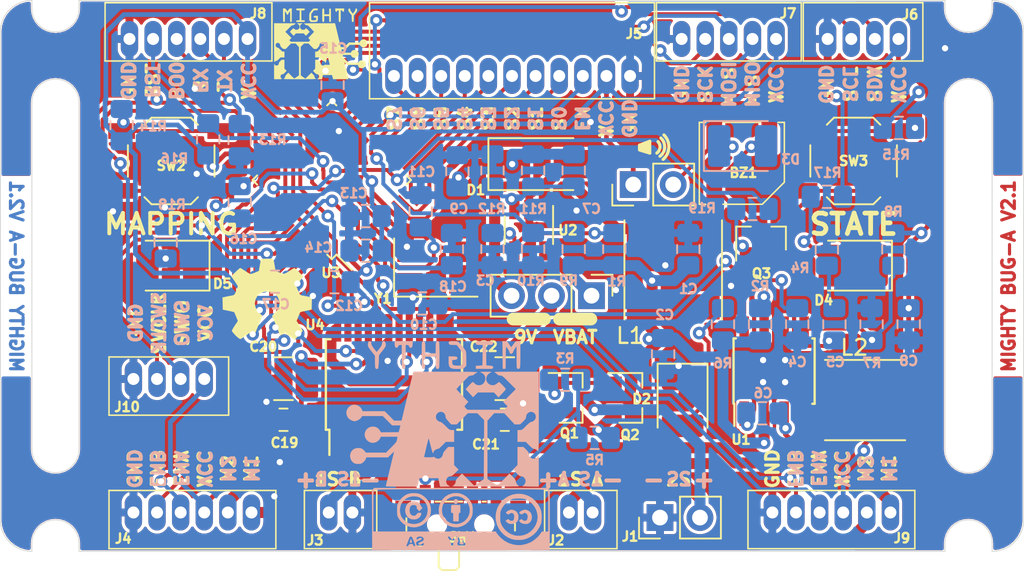
<source format=kicad_pcb>
(kicad_pcb (version 20171130) (host pcbnew 5.1.2-f72e74a~84~ubuntu18.04.1)
  (layers (0 F.Cu signal) (31 B.Cu signal) (34 B.Paste user hide) (35 F.Paste user hide) (36 B.SilkS user) (37 F.SilkS user) (38 B.Mask user hide) (39 F.Mask user hide) (44 Edge.Cuts user))
  (net 0 "")
  (net 1 /BUZZER)
  (net 2 +3V3)
  (net 3 GND)
  (net 4 "Net-(D5-Pad2)")
  (net 5 /GLED)
  (net 6 /RLED)
  (net 7 "Net-(D4-Pad2)")
  (net 8 "Net-(R15-Pad2)")
  (net 9 "Net-(R14-Pad2)")
  (net 10 "Net-(C7-Pad2)")
  (net 11 +9V)
  (net 12 /VBATT)
  (net 13 /BATT_MEAS)
  (net 14 "Net-(R2-Pad2)")
  (net 15 "Net-(C3-Pad1)")
  (net 16 "Net-(R3-Pad2)")
  (net 17 "Net-(Q1-Pad1)")
  (net 18 "Net-(C5-Pad2)")
  (net 19 "Net-(D2-Pad2)")
  (net 20 "Net-(R7-Pad1)")
  (net 21 "Net-(Q1-Pad2)")
  (net 22 "Net-(D1-Pad2)")
  (net 23 "Net-(BZ1-Pad2)")
  (net 24 "Net-(J1-Pad2)")
  (net 25 /LM_M1)
  (net 26 /LM_M2)
  (net 27 /RM_M2)
  (net 28 /RM_M1)
  (net 29 /RM_PWM)
  (net 30 /RM_DIR_2)
  (net 31 /RM_DIR_1)
  (net 32 /LM_DIR_1)
  (net 33 /LM_DIR_2)
  (net 34 /LM_PWM)
  (net 35 "Net-(C6-Pad2)")
  (net 36 "Net-(C6-Pad1)")
  (net 37 "Net-(C5-Pad1)")
  (net 38 "Net-(C4-Pad1)")
  (net 39 /BT_2)
  (net 40 /OSCIN)
  (net 41 /OSCOUT)
  (net 42 /RESET)
  (net 43 /SENSOR0)
  (net 44 /SENSOR1)
  (net 45 /SENSOR2)
  (net 46 /SENSOR3)
  (net 47 /SENSOR4)
  (net 48 /SENSOR5)
  (net 49 /SENSOR6)
  (net 50 /SENSOR7)
  (net 51 /SENSOR_EN)
  (net 52 /SCL)
  (net 53 /SDA)
  (net 54 /MISO)
  (net 55 /MOSI)
  (net 56 /USART_TX)
  (net 57 /USART_RX)
  (net 58 /LM_OUT_A)
  (net 59 /LM_OUT_B)
  (net 60 /RM_OUT_A)
  (net 61 /RM_OUT_B)
  (net 62 "Net-(SW1-Pad3)")
  (net 63 "Net-(C7-Pad1)")
  (net 64 /BT_1)
  (net 65 /SCK)
  (net 66 "Net-(BZ1-Pad1)")
  (net 67 /BOOT0)
  (net 68 "Net-(Q3-Pad1)")
  (net 69 "Net-(J2-Pad2)")
  (net 70 /SWCLK)
  (net 71 /SWIO)
  (module Escritorio:cc_by_sa (layer B.Cu) (at 134.25 102.95 180)
    (fp_text reference G*** hide)
    (fp_text value LOGO hide)
  )
  (module Escritorio:bug_a_logo_mini (layer F.Cu) (at 125.35 72.75)
    (fp_text reference G*** hide)
    (fp_text value LOGO hide)
  )
  (module Escritorio:osh_logo (layer F.Cu) (at 121.95 88.95)
    (fp_text reference G*** hide)
    (fp_text value LOGO hide)
  )
  (module Escritorio:bug_a_logo (layer B.Cu) (at 133.1 96.25 180)
    (fp_text reference G*** hide)
    (fp_text value LOGO hide)
  )
  (module Escritorio:B4B-ZR (layer F.Cu) (at 115.7 94.5)
    (fp_text reference J10 (at -2.65 1.325) (layer F.SilkS) (effects (font (size 0.6 0.6))))
    (fp_text value B4B-ZR)
    (pad 3 thru_hole oval (at 0.75 -0.45) (size 1.1 2.286) (drill 0.762) (layers *.Cu *.Mask) (net 71 /SWIO))
    (pad 4 thru_hole oval (at 2.25 -0.45) (size 1.1 2.286) (drill 0.762) (layers *.Cu *.Mask) (net 2 +3V3))
    (pad 2 thru_hole oval (at -0.75 -0.45) (size 1.1 2.286) (drill 0.762) (layers *.Cu *.Mask) (net 70 /SWCLK))
    (pad 1 thru_hole oval (at -2.25 -0.45) (size 1.1 2.286) (drill 0.762) (layers *.Cu *.Mask) (net 3 GND))
  )
  (module Package_QFP:LQFP-48_7x7mm_P0.5mm (layer F.Cu) (at 126.052691 81.409138 135)
    (fp_text reference U3 (at -4.12821 -4.202727) (layer F.SilkS) (effects (font (size 0.6 0.6))))
    (fp_text value STM32F103C8Tx)
    (pad 1 smd rect (at -4.35 -2.75 135) (size 1.3 0.25) (layers F.Cu F.Paste F.Mask) (net 2 +3V3))
    (pad 2 smd rect (at -4.35 -2.25 135) (size 1.3 0.25) (layers F.Cu F.Paste F.Mask) (net 5 /GLED))
    (pad 3 smd rect (at -4.35 -1.75 135) (size 1.3 0.25) (layers F.Cu F.Paste F.Mask) (net 39 /BT_2))
    (pad 4 smd rect (at -4.35 -1.25 135) (size 1.3 0.25) (layers F.Cu F.Paste F.Mask) (net 64 /BT_1))
    (pad 5 smd rect (at -4.35 -0.75 135) (size 1.3 0.25) (layers F.Cu F.Paste F.Mask) (net 40 /OSCIN))
    (pad 6 smd rect (at -4.35 -0.25 135) (size 1.3 0.25) (layers F.Cu F.Paste F.Mask) (net 41 /OSCOUT))
    (pad 7 smd rect (at -4.35 0.25 135) (size 1.3 0.25) (layers F.Cu F.Paste F.Mask) (net 42 /RESET))
    (pad 8 smd rect (at -4.35 0.75 135) (size 1.3 0.25) (layers F.Cu F.Paste F.Mask) (net 3 GND))
    (pad 9 smd rect (at -4.35 1.25 135) (size 1.3 0.25) (layers F.Cu F.Paste F.Mask) (net 2 +3V3))
    (pad 10 smd rect (at -4.35 1.75 135) (size 1.3 0.25) (layers F.Cu F.Paste F.Mask) (net 43 /SENSOR0))
    (pad 11 smd rect (at -4.35 2.25 135) (size 1.3 0.25) (layers F.Cu F.Paste F.Mask) (net 44 /SENSOR1))
    (pad 12 smd rect (at -4.35 2.75 135) (size 1.3 0.25) (layers F.Cu F.Paste F.Mask) (net 45 /SENSOR2))
    (pad 13 smd rect (at -2.75 4.35 225) (size 1.3 0.25) (layers F.Cu F.Paste F.Mask) (net 46 /SENSOR3))
    (pad 14 smd rect (at -2.25 4.35 225) (size 1.3 0.25) (layers F.Cu F.Paste F.Mask) (net 47 /SENSOR4))
    (pad 15 smd rect (at -1.75 4.35 225) (size 1.3 0.25) (layers F.Cu F.Paste F.Mask) (net 48 /SENSOR5))
    (pad 16 smd rect (at -1.25 4.35 225) (size 1.3 0.25) (layers F.Cu F.Paste F.Mask) (net 49 /SENSOR6))
    (pad 17 smd rect (at -0.75 4.35 225) (size 1.3 0.25) (layers F.Cu F.Paste F.Mask) (net 50 /SENSOR7))
    (pad 18 smd rect (at -0.25 4.35 225) (size 1.3 0.25) (layers F.Cu F.Paste F.Mask) (net 13 /BATT_MEAS))
    (pad 19 smd rect (at 0.25 4.35 225) (size 1.3 0.25) (layers F.Cu F.Paste F.Mask) (net 51 /SENSOR_EN))
    (pad 20 smd rect (at 0.75 4.35 225) (size 1.3 0.25) (layers F.Cu F.Paste F.Mask) (net 3 GND))
    (pad 21 smd rect (at 1.25 4.35 225) (size 1.3 0.25) (layers F.Cu F.Paste F.Mask) (net 52 /SCL))
    (pad 22 smd rect (at 1.75 4.35 225) (size 1.3 0.25) (layers F.Cu F.Paste F.Mask) (net 53 /SDA))
    (pad 23 smd rect (at 2.25 4.35 225) (size 1.3 0.25) (layers F.Cu F.Paste F.Mask) (net 3 GND))
    (pad 24 smd rect (at 2.75 4.35 225) (size 1.3 0.25) (layers F.Cu F.Paste F.Mask) (net 2 +3V3))
    (pad 25 smd rect (at 4.35 2.75 135) (size 1.3 0.25) (layers F.Cu F.Paste F.Mask) (net 6 /RLED))
    (pad 26 smd rect (at 4.35 2.25 135) (size 1.3 0.25) (layers F.Cu F.Paste F.Mask) (net 65 /SCK))
    (pad 27 smd rect (at 4.35 1.75 135) (size 1.3 0.25) (layers F.Cu F.Paste F.Mask) (net 54 /MISO))
    (pad 28 smd rect (at 4.35 1.25 135) (size 1.3 0.25) (layers F.Cu F.Paste F.Mask) (net 55 /MOSI))
    (pad 29 smd rect (at 4.35 0.75 135) (size 1.3 0.25) (layers F.Cu F.Paste F.Mask) (net 34 /LM_PWM))
    (pad 30 smd rect (at 4.35 0.25 135) (size 1.3 0.25) (layers F.Cu F.Paste F.Mask) (net 56 /USART_TX))
    (pad 31 smd rect (at 4.35 -0.25 135) (size 1.3 0.25) (layers F.Cu F.Paste F.Mask) (net 57 /USART_RX))
    (pad 32 smd rect (at 4.35 -0.75 135) (size 1.3 0.25) (layers F.Cu F.Paste F.Mask) (net 29 /RM_PWM))
    (pad 33 smd rect (at 4.35 -1.25 135) (size 1.3 0.25) (layers F.Cu F.Paste F.Mask) (net 33 /LM_DIR_2))
    (pad 34 smd rect (at 4.35 -1.75 135) (size 1.3 0.25) (layers F.Cu F.Paste F.Mask) (net 71 /SWIO))
    (pad 35 smd rect (at 4.35 -2.25 135) (size 1.3 0.25) (layers F.Cu F.Paste F.Mask) (net 3 GND))
    (pad 36 smd rect (at 4.35 -2.75 135) (size 1.3 0.25) (layers F.Cu F.Paste F.Mask) (net 2 +3V3))
    (pad 37 smd rect (at 2.75 -4.35 225) (size 1.3 0.25) (layers F.Cu F.Paste F.Mask) (net 70 /SWCLK))
    (pad 38 smd rect (at 2.25 -4.35 225) (size 1.3 0.25) (layers F.Cu F.Paste F.Mask) (net 58 /LM_OUT_A))
    (pad 39 smd rect (at 1.75 -4.35 225) (size 1.3 0.25) (layers F.Cu F.Paste F.Mask) (net 59 /LM_OUT_B))
    (pad 40 smd rect (at 1.25 -4.35 225) (size 1.3 0.25) (layers F.Cu F.Paste F.Mask) (net 1 /BUZZER))
    (pad 41 smd rect (at 0.75 -4.35 225) (size 1.3 0.25) (layers F.Cu F.Paste F.Mask) (net 32 /LM_DIR_1))
    (pad 42 smd rect (at 0.25 -4.35 225) (size 1.3 0.25) (layers F.Cu F.Paste F.Mask) (net 60 /RM_OUT_A))
    (pad 43 smd rect (at -0.25 -4.35 225) (size 1.3 0.25) (layers F.Cu F.Paste F.Mask) (net 61 /RM_OUT_B))
    (pad 44 smd rect (at -0.75 -4.35 225) (size 1.3 0.25) (layers F.Cu F.Paste F.Mask) (net 67 /BOOT0))
    (pad 45 smd rect (at -1.25 -4.35 225) (size 1.3 0.25) (layers F.Cu F.Paste F.Mask) (net 31 /RM_DIR_1))
    (pad 46 smd rect (at -1.75 -4.35 225) (size 1.3 0.25) (layers F.Cu F.Paste F.Mask) (net 30 /RM_DIR_2))
    (pad 47 smd rect (at -2.25 -4.35 225) (size 1.3 0.25) (layers F.Cu F.Paste F.Mask) (net 3 GND))
    (pad 48 smd rect (at -2.75 -4.35 225) (size 1.3 0.25) (layers F.Cu F.Paste F.Mask) (net 2 +3V3))
  )
  (module Resistor_SMD:R_0805_2012Metric_Pad1.15x1.40mm_HandSolder (layer B.Cu) (at 157.5 82.475 180)
    (fp_text reference R17 (at -0.05 1.525) (layer B.SilkS) (effects (font (size 0.6 0.6)) (justify mirror)))
    (fp_text value 100)
    (pad 1 smd roundrect (at -1.025 0 180) (size 1.15 1.4) (layers B.Cu B.Paste B.Mask) (roundrect_rratio 0.217391) (net 6 /RLED))
    (pad 2 smd roundrect (at 1.025 0 180) (size 1.15 1.4) (layers B.Cu B.Paste B.Mask) (roundrect_rratio 0.217391) (net 7 "Net-(D4-Pad2)"))
  )
  (module Diode_SMD:D_SMA (layer F.Cu) (at 139.4 80.4)
    (fp_text reference D1 (at -4.2 1.65) (layer F.SilkS) (effects (font (size 0.6 0.6))))
    (fp_text value B220A-13-F)
    (pad 1 smd rect (at -2 0) (size 2.5 1.8) (layers F.Cu F.Paste F.Mask) (net 63 "Net-(C7-Pad1)"))
    (pad 2 smd rect (at 2 0) (size 2.5 1.8) (layers F.Cu F.Paste F.Mask) (net 22 "Net-(D1-Pad2)"))
  )
  (module Escritorio:S11B-ZR (layer F.Cu) (at 137.5 74.8 180)
    (fp_text reference J5 (at -7.75 2.68 180) (layer F.SilkS) (effects (font (size 0.6 0.6))))
    (fp_text value S11B-ZR)
    (pad 11 thru_hole oval (at 7.5 0 180) (size 1.1 2.286) (drill 0.762) (layers *.Cu *.Mask) (net 50 /SENSOR7))
    (pad 10 thru_hole oval (at 6 0 180) (size 1.1 2.286) (drill 0.762) (layers *.Cu *.Mask) (net 49 /SENSOR6))
    (pad 9 thru_hole oval (at 4.5 0 180) (size 1.1 2.286) (drill 0.762) (layers *.Cu *.Mask) (net 48 /SENSOR5))
    (pad 8 thru_hole oval (at 3 0 180) (size 1.1 2.286) (drill 0.762) (layers *.Cu *.Mask) (net 47 /SENSOR4))
    (pad 7 thru_hole oval (at 1.5 0 180) (size 1.1 2.286) (drill 0.762) (layers *.Cu *.Mask) (net 46 /SENSOR3))
    (pad 6 thru_hole oval (at 0 0 180) (size 1.1 2.286) (drill 0.762) (layers *.Cu *.Mask) (net 45 /SENSOR2))
    (pad 5 thru_hole oval (at -1.5 0 180) (size 1.1 2.286) (drill 0.762) (layers *.Cu *.Mask) (net 44 /SENSOR1))
    (pad 1 thru_hole oval (at -7.5 0 180) (size 1.1 2.286) (drill 0.762) (layers *.Cu *.Mask) (net 3 GND))
    (pad 2 thru_hole oval (at -6 0 180) (size 1.1 2.286) (drill 0.762) (layers *.Cu *.Mask) (net 2 +3V3))
    (pad 4 thru_hole oval (at -3 0 180) (size 1.1 2.286) (drill 0.762) (layers *.Cu *.Mask) (net 43 /SENSOR0))
    (pad 3 thru_hole oval (at -4.5 0 180) (size 1.1 2.286) (drill 0.762) (layers *.Cu *.Mask) (net 51 /SENSOR_EN))
  )
  (module Diode_SMD:D_1210_3225Metric_Pad1.42x2.65mm_HandSolder (layer B.Cu) (at 152.15 79.25)
    (fp_text reference D3 (at 3.05 0.85 180) (layer B.SilkS) (effects (font (size 0.6 0.6)) (justify mirror)))
    (fp_text value 1N4148)
    (pad 1 smd roundrect (at -1.4875 0) (size 1.425 2.65) (layers B.Cu B.Paste B.Mask) (roundrect_rratio 0.175439) (net 66 "Net-(BZ1-Pad1)"))
    (pad 2 smd roundrect (at 1.4875 0) (size 1.425 2.65) (layers B.Cu B.Paste B.Mask) (roundrect_rratio 0.175439) (net 23 "Net-(BZ1-Pad2)"))
  )
  (module Package_TO_SOT_SMD:SOT-23 (layer F.Cu) (at 141.224 95.25)
    (fp_text reference Q1 (at -0.074 2.25) (layer F.SilkS) (effects (font (size 0.6 0.6))))
    (fp_text value SI2369DS)
    (pad 1 smd rect (at -1 -0.95) (size 0.9 0.8) (layers F.Cu F.Paste F.Mask) (net 17 "Net-(Q1-Pad1)"))
    (pad 2 smd rect (at -1 0.95) (size 0.9 0.8) (layers F.Cu F.Paste F.Mask) (net 21 "Net-(Q1-Pad2)"))
    (pad 3 smd rect (at 1 0) (size 0.9 0.8) (layers F.Cu F.Paste F.Mask) (net 24 "Net-(J1-Pad2)"))
  )
  (module Escritorio:B2B-ZR (layer F.Cu) (at 126.61 102.98)
    (fp_text reference J3 (at -1.61 1.32) (layer F.SilkS) (effects (font (size 0.6 0.6))))
    (fp_text value B2B-ZR)
    (pad 1 thru_hole oval (at -0.75 -0.45) (size 1.1 2.286) (drill 0.762) (layers *.Cu *.Mask) (net 69 "Net-(J2-Pad2)"))
    (pad 2 thru_hole oval (at 0.75 -0.45) (size 1.1 2.286) (drill 0.762) (layers *.Cu *.Mask) (net 3 GND))
  )
  (module Escritorio:B2B-ZR (layer F.Cu) (at 141.87 102.98)
    (fp_text reference J2 (at -1.57 1.32) (layer F.SilkS) (effects (font (size 0.6 0.6))))
    (fp_text value B2B-ZR)
    (pad 1 thru_hole oval (at -0.75 -0.45) (size 1.1 2.286) (drill 0.762) (layers *.Cu *.Mask) (net 24 "Net-(J1-Pad2)"))
    (pad 2 thru_hole oval (at 0.75 -0.45) (size 1.1 2.286) (drill 0.762) (layers *.Cu *.Mask) (net 69 "Net-(J2-Pad2)"))
  )
  (module Escritorio:B6B-ZR (layer F.Cu) (at 117.2 102.98)
    (fp_text reference J4 (at -4.4 1.21) (layer F.SilkS) (effects (font (size 0.6 0.6))))
    (fp_text value B6B-ZR)
    (pad 3 thru_hole oval (at -0.75 -0.45) (size 1.1 2.286) (drill 0.762) (layers *.Cu *.Mask) (net 58 /LM_OUT_A))
    (pad 4 thru_hole oval (at 0.75 -0.45) (size 1.1 2.286) (drill 0.762) (layers *.Cu *.Mask) (net 2 +3V3))
    (pad 2 thru_hole oval (at -2.25 -0.45) (size 1.1 2.286) (drill 0.762) (layers *.Cu *.Mask) (net 59 /LM_OUT_B))
    (pad 1 thru_hole oval (at -3.75 -0.45) (size 1.1 2.286) (drill 0.762) (layers *.Cu *.Mask) (net 3 GND))
    (pad 5 thru_hole oval (at 2.25 -0.45) (size 1.1 2.286) (drill 0.762) (layers *.Cu *.Mask) (net 26 /LM_M2))
    (pad 6 thru_hole oval (at 3.75 -0.45) (size 1.1 2.286) (drill 0.762) (layers *.Cu *.Mask) (net 25 /LM_M1))
  )
  (module Escritorio:B4B-ZR (layer F.Cu) (at 159.8 72 180)
    (fp_text reference J6 (at -2.99 1.1 180) (layer F.SilkS) (effects (font (size 0.6 0.6))))
    (fp_text value B4B-ZR)
    (pad 3 thru_hole oval (at 0.75 -0.45 180) (size 1.1 2.286) (drill 0.762) (layers *.Cu *.Mask) (net 52 /SCL))
    (pad 4 thru_hole oval (at 2.25 -0.45 180) (size 1.1 2.286) (drill 0.762) (layers *.Cu *.Mask) (net 3 GND))
    (pad 2 thru_hole oval (at -0.75 -0.45 180) (size 1.1 2.286) (drill 0.762) (layers *.Cu *.Mask) (net 53 /SDA))
    (pad 1 thru_hole oval (at -2.25 -0.45 180) (size 1.1 2.286) (drill 0.762) (layers *.Cu *.Mask) (net 2 +3V3))
  )
  (module Escritorio:B5B-ZR (layer F.Cu) (at 151.275 72 180)
    (fp_text reference J7 (at -3.76 1.17 180) (layer F.SilkS) (effects (font (size 0.6 0.6))))
    (fp_text value B5B-ZR)
    (pad 3 thru_hole oval (at 0 -0.45 180) (size 1.1 2.286) (drill 0.762) (layers *.Cu *.Mask) (net 55 /MOSI))
    (pad 4 thru_hole oval (at 1.5 -0.45 180) (size 1.1 2.286) (drill 0.762) (layers *.Cu *.Mask) (net 65 /SCK))
    (pad 2 thru_hole oval (at -1.5 -0.45 180) (size 1.1 2.286) (drill 0.762) (layers *.Cu *.Mask) (net 54 /MISO))
    (pad 1 thru_hole oval (at -3 -0.45 180) (size 1.1 2.286) (drill 0.762) (layers *.Cu *.Mask) (net 2 +3V3))
    (pad 5 thru_hole oval (at 3 -0.45 180) (size 1.1 2.286) (drill 0.762) (layers *.Cu *.Mask) (net 3 GND))
  )
  (module Escritorio:B6B-ZR (layer F.Cu) (at 116.95 72 180)
    (fp_text reference J8 (at -4.42 1.16 180) (layer F.SilkS) (effects (font (size 0.6 0.6))))
    (fp_text value B6B-ZR)
    (pad 3 thru_hole oval (at -0.75 -0.45 180) (size 1.1 2.286) (drill 0.762) (layers *.Cu *.Mask) (net 57 /USART_RX))
    (pad 4 thru_hole oval (at 0.75 -0.45 180) (size 1.1 2.286) (drill 0.762) (layers *.Cu *.Mask) (net 67 /BOOT0))
    (pad 2 thru_hole oval (at -2.25 -0.45 180) (size 1.1 2.286) (drill 0.762) (layers *.Cu *.Mask) (net 56 /USART_TX))
    (pad 1 thru_hole oval (at -3.75 -0.45 180) (size 1.1 2.286) (drill 0.762) (layers *.Cu *.Mask) (net 2 +3V3))
    (pad 5 thru_hole oval (at 2.25 -0.45 180) (size 1.1 2.286) (drill 0.762) (layers *.Cu *.Mask) (net 42 /RESET))
    (pad 6 thru_hole oval (at 3.75 -0.45 180) (size 1.1 2.286) (drill 0.762) (layers *.Cu *.Mask) (net 3 GND))
  )
  (module Escritorio:B6B-ZR (layer F.Cu) (at 157.79 102.98)
    (fp_text reference J9 (at 4.48 1.18) (layer F.SilkS) (effects (font (size 0.6 0.6))))
    (fp_text value B6B-ZR)
    (pad 3 thru_hole oval (at -0.75 -0.45) (size 1.1 2.286) (drill 0.762) (layers *.Cu *.Mask) (net 60 /RM_OUT_A))
    (pad 4 thru_hole oval (at 0.75 -0.45) (size 1.1 2.286) (drill 0.762) (layers *.Cu *.Mask) (net 2 +3V3))
    (pad 2 thru_hole oval (at -2.25 -0.45) (size 1.1 2.286) (drill 0.762) (layers *.Cu *.Mask) (net 61 /RM_OUT_B))
    (pad 1 thru_hole oval (at -3.75 -0.45) (size 1.1 2.286) (drill 0.762) (layers *.Cu *.Mask) (net 3 GND))
    (pad 5 thru_hole oval (at 2.25 -0.45) (size 1.1 2.286) (drill 0.762) (layers *.Cu *.Mask) (net 27 /RM_M2))
    (pad 6 thru_hole oval (at 3.75 -0.45) (size 1.1 2.286) (drill 0.762) (layers *.Cu *.Mask) (net 28 /RM_M1))
  )
  (module Inductor_SMD:L_Taiyo-Yuden_NR-50xx (layer F.Cu) (at 159.93 95.39)
    (fp_text reference L2 (at -0.68 -3.34) (layer F.SilkS))
    (fp_text value 10uH)
    (pad 2 smd rect (at 1.8 0) (size 1.5 4.2) (layers F.Cu F.Paste F.Mask) (net 2 +3V3))
    (pad 1 smd rect (at -1.8 0) (size 1.5 4.2) (layers F.Cu F.Paste F.Mask) (net 36 "Net-(C6-Pad1)"))
  )
  (module Inductor_SMD:L_Taiyo-Yuden_NR-60xx (layer F.Cu) (at 147.74 87.12 90)
    (fp_text reference L1 (at -4.18 -2.74 180) (layer F.SilkS))
    (fp_text value 4.7uH)
    (pad 2 smd rect (at 2.35 0 90) (size 1.6 5.9) (layers F.Cu F.Paste F.Mask) (net 22 "Net-(D1-Pad2)"))
    (pad 1 smd rect (at -2.35 0 90) (size 1.6 5.9) (layers F.Cu F.Paste F.Mask) (net 12 /VBATT))
  )
  (module Package_TO_SOT_SMD:SOT-23 (layer F.Cu) (at 153.32 85.13 90)
    (fp_text reference Q3 (at -2.22 0.03 180) (layer F.SilkS) (effects (font (size 0.6 0.6))))
    (fp_text value Q_NPN_BEC)
    (pad 3 smd rect (at 1 0 90) (size 0.9 0.8) (layers F.Cu F.Paste F.Mask) (net 23 "Net-(BZ1-Pad2)"))
    (pad 2 smd rect (at -1 0.95 90) (size 0.9 0.8) (layers F.Cu F.Paste F.Mask) (net 3 GND))
    (pad 1 smd rect (at -1 -0.95 90) (size 0.9 0.8) (layers F.Cu F.Paste F.Mask) (net 68 "Net-(Q3-Pad1)"))
  )
  (module Escritorio:SOIC-8-1EP_3.9x4.9mm_P1.27mm_EP2.35x2.35mm (layer F.Cu) (at 154.15 93.55 90)
    (fp_text reference U1 (at -4.35 -2.1 180) (layer F.SilkS) (effects (font (size 0.6 0.6))))
    (fp_text value MP2307DN)
    (pad 1 smd rect (at -2.7 -1.905 90) (size 1.55 0.6) (layers F.Cu F.Paste F.Mask) (net 35 "Net-(C6-Pad2)"))
    (pad 2 smd rect (at -2.7 -0.635 90) (size 1.55 0.6) (layers F.Cu F.Paste F.Mask) (net 12 /VBATT))
    (pad 3 smd rect (at -2.7 0.635 90) (size 1.55 0.6) (layers F.Cu F.Paste F.Mask) (net 36 "Net-(C6-Pad1)"))
    (pad 4 smd rect (at -2.7 1.905 90) (size 1.55 0.6) (layers F.Cu F.Paste F.Mask) (net 3 GND))
    (pad 5 smd rect (at 2.7 1.905 90) (size 1.55 0.6) (layers F.Cu F.Paste F.Mask) (net 20 "Net-(R7-Pad1)"))
    (pad 6 smd rect (at 2.7 0.635 90) (size 1.55 0.6) (layers F.Cu F.Paste F.Mask) (net 37 "Net-(C5-Pad1)"))
    (pad 7 smd rect (at 2.7 -0.635 90) (size 1.55 0.6) (layers F.Cu F.Paste F.Mask) (net 14 "Net-(R2-Pad2)"))
    (pad 8 smd rect (at 2.7 -1.905 90) (size 1.55 0.6) (layers F.Cu F.Paste F.Mask) (net 38 "Net-(C4-Pad1)"))
    (pad 4 smd rect (at 0 0 90) (size 2.35 2.35) (layers F.Cu F.Mask) (net 3 GND))
  )
  (module Package_TO_SOT_SMD:TSOT-23-5 (layer F.Cu) (at 138.6 84.6 270)
    (fp_text reference U2 (at 0 -2.45 180) (layer F.SilkS) (effects (font (size 0.6 0.6))))
    (fp_text value SC4503)
    (pad 5 smd rect (at 1.31 -0.95 270) (size 1.22 0.65) (layers F.Cu F.Paste F.Mask) (net 12 /VBATT))
    (pad 4 smd rect (at 1.31 0.95 270) (size 1.22 0.65) (layers F.Cu F.Paste F.Mask) (net 15 "Net-(C3-Pad1)"))
    (pad 3 smd rect (at -1.31 0.95 270) (size 1.22 0.65) (layers F.Cu F.Paste F.Mask) (net 10 "Net-(C7-Pad2)"))
    (pad 2 smd rect (at -1.31 0 270) (size 1.22 0.65) (layers F.Cu F.Paste F.Mask) (net 3 GND))
    (pad 1 smd rect (at -1.31 -0.95 270) (size 1.22 0.65) (layers F.Cu F.Paste F.Mask) (net 22 "Net-(D1-Pad2)"))
  )
  (module Escritorio:tb6612fng (layer F.Cu) (at 130 94.4 90)
    (fp_text reference U4 (at 3.79 -5.01 180) (layer F.SilkS) (effects (font (size 0.6 0.6))))
    (fp_text value TB6612FNG)
    (pad 17 smd rect (at 3.6 3.25 90) (size 1.75 1.1) (layers F.Cu F.Paste F.Mask) (net 11 +9V))
    (pad 6 smd rect (at -3.6 3.25 90) (size 1.75 1.1) (layers F.Cu F.Paste F.Mask) (net 28 /RM_M1))
    (pad 5 smd rect (at -3.6 1.95 90) (size 1.75 1.1) (layers F.Cu F.Paste F.Mask) (net 3 GND))
    (pad 4 smd rect (at -3.6 0.65 90) (size 1.75 1.1) (layers F.Cu F.Paste F.Mask) (net 27 /RM_M2))
    (pad 3 smd rect (at -3.6 -0.65 90) (size 1.75 1.1) (layers F.Cu F.Paste F.Mask) (net 25 /LM_M1))
    (pad 2 smd rect (at -3.6 -1.95 90) (size 1.75 1.1) (layers F.Cu F.Paste F.Mask) (net 3 GND))
    (pad 1 smd rect (at -3.6 -3.25 90) (size 1.75 1.1) (layers F.Cu F.Paste F.Mask) (net 26 /LM_M2))
    (pad 7 smd rect (at 3.6 -3.575 90) (size 1.75 0.45) (layers F.Cu F.Paste F.Mask) (net 11 +9V))
    (pad 8 smd rect (at 3.6 -2.925 90) (size 1.75 0.45) (layers F.Cu F.Paste F.Mask) (net 34 /LM_PWM))
    (pad 9 smd rect (at 3.6 -2.275 90) (size 1.75 0.45) (layers F.Cu F.Paste F.Mask) (net 33 /LM_DIR_2))
    (pad 10 smd rect (at 3.6 -1.625 90) (size 1.75 0.45) (layers F.Cu F.Paste F.Mask) (net 32 /LM_DIR_1))
    (pad 11 smd rect (at 3.6 -0.975 90) (size 1.75 0.45) (layers F.Cu F.Paste F.Mask) (net 2 +3V3))
    (pad 12 smd rect (at 3.6 -0.325 90) (size 1.75 0.45) (layers F.Cu F.Paste F.Mask) (net 2 +3V3))
    (pad 13 smd rect (at 3.6 0.325 90) (size 1.75 0.45) (layers F.Cu F.Paste F.Mask) (net 3 GND))
    (pad 14 smd rect (at 3.6 0.975 90) (size 1.75 0.45) (layers F.Cu F.Paste F.Mask) (net 31 /RM_DIR_1))
    (pad 15 smd rect (at 3.6 1.625 90) (size 1.75 0.45) (layers F.Cu F.Paste F.Mask) (net 30 /RM_DIR_2))
    (pad 16 smd rect (at 3.6 2.275 90) (size 1.75 0.45) (layers F.Cu F.Paste F.Mask) (net 29 /RM_PWM))
  )
  (module Resistor_SMD:R_0805_2012Metric_Pad1.15x1.40mm_HandSolder (layer B.Cu) (at 120.2 78.875 270)
    (fp_text reference R13 (at -0.025 -2.1) (layer B.SilkS) (effects (font (size 0.6 0.6)) (justify mirror)))
    (fp_text value 10k)
    (pad 2 smd roundrect (at 1.025 0 270) (size 1.15 1.4) (layers B.Cu B.Paste B.Mask) (roundrect_rratio 0.217391) (net 3 GND))
    (pad 1 smd roundrect (at -1.025 0 270) (size 1.15 1.4) (layers B.Cu B.Paste B.Mask) (roundrect_rratio 0.217391) (net 67 /BOOT0))
  )
  (module Resistor_SMD:R_0805_2012Metric_Pad1.15x1.40mm_HandSolder (layer B.Cu) (at 118.2 78.825 90)
    (fp_text reference R16 (at -1.225 -2.15 180) (layer B.SilkS) (effects (font (size 0.6 0.6)) (justify mirror)))
    (fp_text value 10k)
    (pad 1 smd roundrect (at -1.025 0 90) (size 1.15 1.4) (layers B.Cu B.Paste B.Mask) (roundrect_rratio 0.217391) (net 2 +3V3))
    (pad 2 smd roundrect (at 1.025 0 90) (size 1.15 1.4) (layers B.Cu B.Paste B.Mask) (roundrect_rratio 0.217391) (net 42 /RESET))
  )
  (module Resistor_SMD:R_0805_2012Metric_Pad1.15x1.40mm_HandSolder (layer B.Cu) (at 150.9 90.575 90)
    (fp_text reference R6 (at -2.475 0 180) (layer B.SilkS) (effects (font (size 0.6 0.6)) (justify mirror)))
    (fp_text value 10K)
    (pad 2 smd roundrect (at 1.025 0 90) (size 1.15 1.4) (layers B.Cu B.Paste B.Mask) (roundrect_rratio 0.217391) (net 19 "Net-(D2-Pad2)"))
    (pad 1 smd roundrect (at -1.025 0 90) (size 1.15 1.4) (layers B.Cu B.Paste B.Mask) (roundrect_rratio 0.217391) (net 12 /VBATT))
  )
  (module LED_SMD:LED_1210_3225Metric_Pad1.42x2.65mm_HandSolder (layer F.Cu) (at 159.1775 86.85 180)
    (fp_text reference D4 (at 1.8775 -2.2) (layer F.SilkS) (effects (font (size 0.6 0.6))))
    (fp_text value LED_RED)
    (pad 1 smd roundrect (at -1.4875 0 180) (size 1.425 2.65) (layers F.Cu F.Paste F.Mask) (roundrect_rratio 0.175439) (net 3 GND))
    (pad 2 smd roundrect (at 1.4875 0 180) (size 1.425 2.65) (layers F.Cu F.Paste F.Mask) (roundrect_rratio 0.175439) (net 7 "Net-(D4-Pad2)"))
  )
  (module Crystal:Crystal_SMD_5032-4Pin_5.0x3.2mm (layer F.Cu) (at 132.66 86.97)
    (fp_text reference Y1 (at -3.36 1.98) (layer F.SilkS) (effects (font (size 0.6 0.6))))
    (fp_text value Crystal_GND24)
    (pad 1 smd rect (at -1.65 1) (size 1.6 1.3) (layers F.Cu F.Paste F.Mask) (net 40 /OSCIN))
    (pad 2 smd rect (at 1.65 1) (size 1.6 1.3) (layers F.Cu F.Paste F.Mask) (net 3 GND))
    (pad 3 smd rect (at 1.65 -1) (size 1.6 1.3) (layers F.Cu F.Paste F.Mask) (net 41 /OSCOUT))
    (pad 4 smd rect (at -1.65 -1) (size 1.6 1.3) (layers F.Cu F.Paste F.Mask) (net 3 GND))
  )
  (module Resistor_SMD:R_0805_2012Metric_Pad1.15x1.40mm_HandSolder (layer B.Cu) (at 144 85.8 90)
    (fp_text reference R1 (at -2.05 0.15 180) (layer B.SilkS) (effects (font (size 0.6 0.6)) (justify mirror)))
    (fp_text value 10k)
    (pad 1 smd roundrect (at -1.025 0 90) (size 1.15 1.4) (layers B.Cu B.Paste B.Mask) (roundrect_rratio 0.217391) (net 12 /VBATT))
    (pad 2 smd roundrect (at 1.025 0 90) (size 1.15 1.4) (layers B.Cu B.Paste B.Mask) (roundrect_rratio 0.217391) (net 15 "Net-(C3-Pad1)"))
  )
  (module Package_TO_SOT_SMD:SOT-23 (layer F.Cu) (at 145.018 95.25)
    (fp_text reference Q2 (at -0.018 2.35) (layer F.SilkS) (effects (font (size 0.6 0.6))))
    (fp_text value SI2369DS)
    (pad 3 smd rect (at 1 0) (size 0.9 0.8) (layers F.Cu F.Paste F.Mask) (net 12 /VBATT))
    (pad 2 smd rect (at -1 0.95) (size 0.9 0.8) (layers F.Cu F.Paste F.Mask) (net 21 "Net-(Q1-Pad2)"))
    (pad 1 smd rect (at -1 -0.95) (size 0.9 0.8) (layers F.Cu F.Paste F.Mask) (net 17 "Net-(Q1-Pad1)"))
  )
  (module Connector_PinHeader_2.54mm:PinHeader_1x02_P2.54mm_Vertical (layer F.Cu) (at 146.9 102.855 90)
    (fp_text reference J1 (at -1.2 -1.9 180) (layer F.SilkS) (effects (font (size 0.6 0.6))))
    (fp_text value 1x2_2.54)
    (pad 1 thru_hole rect (at 0 0 90) (size 1.7 1.7) (drill 1) (layers *.Cu *.Mask) (net 3 GND))
    (pad 2 thru_hole oval (at 0 2.54 90) (size 1.7 1.7) (drill 1) (layers *.Cu *.Mask) (net 24 "Net-(J1-Pad2)"))
  )
  (module Connector_PinHeader_2.54mm:PinHeader_1x02_P2.54mm_Vertical (layer F.Cu) (at 145.2 81.7 90)
    (fp_text reference JP2 hide)
    (fp_text value 1x2_2.54 hide)
    (pad 1 thru_hole rect (at 0 0 90) (size 1.7 1.7) (drill 1) (layers *.Cu *.Mask) (net 2 +3V3))
    (pad 2 thru_hole oval (at 0 2.54 90) (size 1.7 1.7) (drill 1) (layers *.Cu *.Mask) (net 66 "Net-(BZ1-Pad1)"))
  )
  (module Connector_PinHeader_2.54mm:PinHeader_1x03_P2.54mm_Vertical (layer F.Cu) (at 142.55 88.76 270)
    (fp_text reference JP1 hide)
    (fp_text value 1x3_2.54)
    (pad 1 thru_hole rect (at 0 0 270) (size 1.7 1.7) (drill 1) (layers *.Cu *.Mask) (net 12 /VBATT))
    (pad 2 thru_hole oval (at 0 2.54 270) (size 1.7 1.7) (drill 1) (layers *.Cu *.Mask) (net 11 +9V))
    (pad 3 thru_hole oval (at 0 5.08 270) (size 1.7 1.7) (drill 1) (layers *.Cu *.Mask) (net 63 "Net-(C7-Pad1)"))
  )
  (module Escritorio:MLT-5020 (layer F.Cu) (at 152.1 80.35 270)
    (fp_text reference BZ1 (at 0.6 -0.1 180) (layer F.SilkS) (effects (font (size 0.6 0.6))))
    (fp_text value MLT-5020)
    (pad 2 smd rect (at -1.75 -1.75 270) (size 2 1) (layers F.Cu F.Paste F.Mask) (net 23 "Net-(BZ1-Pad2)"))
    (pad 1 smd rect (at -1.75 1.75 270) (size 2 1) (layers F.Cu F.Paste F.Mask) (net 66 "Net-(BZ1-Pad1)"))
    (pad 2 smd rect (at 1.8 1.75 270) (size 2 1) (layers F.Cu F.Paste F.Mask) (net 23 "Net-(BZ1-Pad2)"))
  )
  (module Inductor_SMD:L_1210_3225Metric_Pad1.42x2.65mm_HandSolder (layer F.Cu) (at 122.9825 94.03 180)
    (fp_text reference C20 (at 1.2825 2.03 180) (layer F.SilkS) (effects (font (size 0.6 0.6))))
    (fp_text value 10uF)
    (pad 2 smd roundrect (at 1.4875 0 180) (size 1.425 2.65) (layers F.Cu F.Paste F.Mask) (roundrect_rratio 0.175439) (net 3 GND))
    (pad 1 smd roundrect (at -1.4875 0 180) (size 1.425 2.65) (layers F.Cu F.Paste F.Mask) (roundrect_rratio 0.175439) (net 2 +3V3))
  )
  (module Inductor_SMD:L_1210_3225Metric_Pad1.42x2.65mm_HandSolder (layer F.Cu) (at 137.04 94.03)
    (fp_text reference C22 (at -1.34 -2.03) (layer F.SilkS) (effects (font (size 0.6 0.6))))
    (fp_text value 10uF)
    (pad 1 smd roundrect (at -1.4875 0) (size 1.425 2.65) (layers F.Cu F.Paste F.Mask) (roundrect_rratio 0.175439) (net 11 +9V))
    (pad 2 smd roundrect (at 1.4875 0) (size 1.425 2.65) (layers F.Cu F.Paste F.Mask) (roundrect_rratio 0.175439) (net 3 GND))
  )
  (module Button_Switch_SMD:SW_SPDT_PCM12 (layer F.Cu) (at 134.24 102.96)
    (fp_text reference SW1 (at 0.15 1.15) (layer F.SilkS) (effects (font (size 0.6 0.6))))
    (fp_text value "Power switch")
    (pad "" smd rect (at -3.65 -0.78) (size 1 0.8) (layers F.Cu F.Paste F.Mask))
    (pad "" smd rect (at 3.65 -0.78) (size 1 0.8) (layers F.Cu F.Paste F.Mask))
    (pad "" smd rect (at 3.65 1.43) (size 1 0.8) (layers F.Cu F.Paste F.Mask))
    (pad "" smd rect (at -3.65 1.43) (size 1 0.8) (layers F.Cu F.Paste F.Mask))
    (pad 3 smd rect (at 2.25 -1.43) (size 0.7 1.5) (layers F.Cu F.Paste F.Mask) (net 62 "Net-(SW1-Pad3)"))
    (pad 2 smd rect (at 0.75 -1.43) (size 0.7 1.5) (layers F.Cu F.Paste F.Mask) (net 3 GND))
    (pad 1 smd rect (at -2.25 -1.43) (size 0.7 1.5) (layers F.Cu F.Paste F.Mask) (net 16 "Net-(R3-Pad2)"))
    (pad "" np_thru_hole circle (at 1.5 0.33) (size 0.9 0.9) (drill 0.9) (layers *.Cu *.Mask))
    (pad "" np_thru_hole circle (at -1.5 0.33) (size 0.9 0.9) (drill 0.9) (layers *.Cu *.Mask))
  )
  (module Button_Switch_SMD:SW_SPST_TL3342 (layer F.Cu) (at 115.85 80.2)
    (fp_text reference SW2 (at 0 0.3) (layer F.SilkS) (effects (font (size 0.6 0.6))))
    (fp_text value TL3343)
    (pad 1 smd rect (at -3.15 -1.9) (size 1.7 1) (layers F.Cu F.Paste F.Mask) (net 9 "Net-(R14-Pad2)"))
    (pad 1 smd rect (at 3.15 -1.9) (size 1.7 1) (layers F.Cu F.Paste F.Mask) (net 9 "Net-(R14-Pad2)"))
    (pad 2 smd rect (at -3.15 1.9) (size 1.7 1) (layers F.Cu F.Paste F.Mask) (net 64 /BT_1))
    (pad 2 smd rect (at 3.15 1.9) (size 1.7 1) (layers F.Cu F.Paste F.Mask) (net 64 /BT_1))
  )
  (module Button_Switch_SMD:SW_SPST_TL3342 (layer F.Cu) (at 159.2 80.2)
    (fp_text reference SW3 (at 0 0) (layer F.SilkS) (effects (font (size 0.6 0.6))))
    (fp_text value TL3343)
    (pad 2 smd rect (at 3.15 1.9) (size 1.7 1) (layers F.Cu F.Paste F.Mask) (net 39 /BT_2))
    (pad 2 smd rect (at -3.15 1.9) (size 1.7 1) (layers F.Cu F.Paste F.Mask) (net 39 /BT_2))
    (pad 1 smd rect (at 3.15 -1.9) (size 1.7 1) (layers F.Cu F.Paste F.Mask) (net 8 "Net-(R15-Pad2)"))
    (pad 1 smd rect (at -3.15 -1.9) (size 1.7 1) (layers F.Cu F.Paste F.Mask) (net 8 "Net-(R15-Pad2)"))
  )
  (module Capacitor_SMD:C_0805_2012Metric_Pad1.15x1.40mm_HandSolder (layer B.Cu) (at 126.225 87.9 180)
    (fp_text reference C12 (at -0.925 -1.5) (layer B.SilkS) (effects (font (size 0.6 0.6)) (justify mirror)))
    (fp_text value 100nF)
    (pad 2 smd roundrect (at 1.025 0 180) (size 1.15 1.4) (layers B.Cu B.Paste B.Mask) (roundrect_rratio 0.217391) (net 3 GND))
    (pad 1 smd roundrect (at -1.025 0 180) (size 1.15 1.4) (layers B.Cu B.Paste B.Mask) (roundrect_rratio 0.217391) (net 2 +3V3))
  )
  (module Capacitor_SMD:C_0805_2012Metric_Pad1.15x1.40mm_HandSolder (layer B.Cu) (at 134.03 80.855 90)
    (fp_text reference C9 (at -2.386 0.096 180) (layer B.SilkS) (effects (font (size 0.6 0.6)) (justify mirror)))
    (fp_text value 4.7uF)
    (pad 1 smd roundrect (at -1.025 0 90) (size 1.15 1.4) (layers B.Cu B.Paste B.Mask) (roundrect_rratio 0.217391) (net 63 "Net-(C7-Pad1)"))
    (pad 2 smd roundrect (at 1.025 0 90) (size 1.15 1.4) (layers B.Cu B.Paste B.Mask) (roundrect_rratio 0.217391) (net 3 GND))
  )
  (module Capacitor_SMD:C_0805_2012Metric_Pad1.15x1.40mm_HandSolder (layer B.Cu) (at 162.7 90.575 270)
    (fp_text reference C8 (at 2.325 0) (layer B.SilkS) (effects (font (size 0.6 0.6)) (justify mirror)))
    (fp_text value 22uF)
    (pad 2 smd roundrect (at 1.025 0 270) (size 1.15 1.4) (layers B.Cu B.Paste B.Mask) (roundrect_rratio 0.217391) (net 3 GND))
    (pad 1 smd roundrect (at -1.025 0 270) (size 1.15 1.4) (layers B.Cu B.Paste B.Mask) (roundrect_rratio 0.217391) (net 2 +3V3))
  )
  (module Capacitor_SMD:C_0805_2012Metric_Pad1.15x1.40mm_HandSolder (layer B.Cu) (at 141.42 80.8 270)
    (fp_text reference C7 (at 2.441 -1.13 180) (layer B.SilkS) (effects (font (size 0.6 0.6)) (justify mirror)))
    (fp_text value 15pF)
    (pad 1 smd roundrect (at -1.025 0 270) (size 1.15 1.4) (layers B.Cu B.Paste B.Mask) (roundrect_rratio 0.217391) (net 63 "Net-(C7-Pad1)"))
    (pad 2 smd roundrect (at 1.025 0 270) (size 1.15 1.4) (layers B.Cu B.Paste B.Mask) (roundrect_rratio 0.217391) (net 10 "Net-(C7-Pad2)"))
  )
  (module Capacitor_SMD:C_0805_2012Metric_Pad1.15x1.40mm_HandSolder (layer B.Cu) (at 153.405 96.23 180)
    (fp_text reference C6 (at -0.045 1.28 180) (layer B.SilkS) (effects (font (size 0.6 0.6)) (justify mirror)))
    (fp_text value 10nF)
    (pad 2 smd roundrect (at 1.025 0 180) (size 1.15 1.4) (layers B.Cu B.Paste B.Mask) (roundrect_rratio 0.217391) (net 35 "Net-(C6-Pad2)"))
    (pad 1 smd roundrect (at -1.025 0 180) (size 1.15 1.4) (layers B.Cu B.Paste B.Mask) (roundrect_rratio 0.217391) (net 36 "Net-(C6-Pad1)"))
  )
  (module Capacitor_SMD:C_0805_2012Metric_Pad1.15x1.40mm_HandSolder (layer B.Cu) (at 157.98 90.575 90)
    (fp_text reference C5 (at -2.4 0.062 180) (layer B.SilkS) (effects (font (size 0.6 0.6)) (justify mirror)))
    (fp_text value 3.9nF)
    (pad 1 smd roundrect (at -1.025 0 90) (size 1.15 1.4) (layers B.Cu B.Paste B.Mask) (roundrect_rratio 0.217391) (net 37 "Net-(C5-Pad1)"))
    (pad 2 smd roundrect (at 1.025 0 90) (size 1.15 1.4) (layers B.Cu B.Paste B.Mask) (roundrect_rratio 0.217391) (net 18 "Net-(C5-Pad2)"))
  )
  (module Capacitor_SMD:C_0805_2012Metric_Pad1.15x1.40mm_HandSolder (layer B.Cu) (at 155.62 90.575 270)
    (fp_text reference C4 (at 2.4 0) (layer B.SilkS) (effects (font (size 0.6 0.6)) (justify mirror)))
    (fp_text value 100pF)
    (pad 2 smd roundrect (at 1.025 0 270) (size 1.15 1.4) (layers B.Cu B.Paste B.Mask) (roundrect_rratio 0.217391) (net 3 GND))
    (pad 1 smd roundrect (at -1.025 0 270) (size 1.15 1.4) (layers B.Cu B.Paste B.Mask) (roundrect_rratio 0.217391) (net 38 "Net-(C4-Pad1)"))
  )
  (module Capacitor_SMD:C_0805_2012Metric_Pad1.15x1.40mm_HandSolder (layer B.Cu) (at 136.26 85.8 270)
    (fp_text reference C3 (at 2 0.46) (layer B.SilkS) (effects (font (size 0.6 0.6)) (justify mirror)))
    (fp_text value 56nF)
    (pad 1 smd roundrect (at -1.025 0 270) (size 1.15 1.4) (layers B.Cu B.Paste B.Mask) (roundrect_rratio 0.217391) (net 15 "Net-(C3-Pad1)"))
    (pad 2 smd roundrect (at 1.025 0 270) (size 1.15 1.4) (layers B.Cu B.Paste B.Mask) (roundrect_rratio 0.217391) (net 3 GND))
  )
  (module Capacitor_SMD:C_0805_2012Metric_Pad1.15x1.40mm_HandSolder (layer B.Cu) (at 147.1 92.475 270)
    (fp_text reference C2 (at -2.5 -0.1) (layer B.SilkS) (effects (font (size 0.6 0.6)) (justify mirror)))
    (fp_text value 10uF)
    (pad 2 smd roundrect (at 1.025 0 270) (size 1.15 1.4) (layers B.Cu B.Paste B.Mask) (roundrect_rratio 0.217391) (net 3 GND))
    (pad 1 smd roundrect (at -1.025 0 270) (size 1.15 1.4) (layers B.Cu B.Paste B.Mask) (roundrect_rratio 0.217391) (net 12 /VBATT))
  )
  (module Capacitor_SMD:C_0805_2012Metric_Pad1.15x1.40mm_HandSolder (layer B.Cu) (at 148.7 85.8 90)
    (fp_text reference C1 (at -2.525 0 180) (layer B.SilkS) (effects (font (size 0.6 0.6)) (justify mirror)))
    (fp_text value 1uF)
    (pad 1 smd roundrect (at -1.025 0 90) (size 1.15 1.4) (layers B.Cu B.Paste B.Mask) (roundrect_rratio 0.217391) (net 12 /VBATT))
    (pad 2 smd roundrect (at 1.025 0 90) (size 1.15 1.4) (layers B.Cu B.Paste B.Mask) (roundrect_rratio 0.217391) (net 3 GND))
  )
  (module Capacitor_SMD:C_0805_2012Metric_Pad1.15x1.40mm_HandSolder (layer B.Cu) (at 131.8 89.25)
    (fp_text reference C10 (at 0.1 1.35) (layer B.SilkS) (effects (font (size 0.6 0.6)) (justify mirror)))
    (fp_text value 20pF)
    (pad 2 smd roundrect (at 1.025 0) (size 1.15 1.4) (layers B.Cu B.Paste B.Mask) (roundrect_rratio 0.217391) (net 3 GND))
    (pad 1 smd roundrect (at -1.025 0) (size 1.15 1.4) (layers B.Cu B.Paste B.Mask) (roundrect_rratio 0.217391) (net 40 /OSCIN))
  )
  (module Capacitor_SMD:C_0805_2012Metric_Pad1.15x1.40mm_HandSolder (layer B.Cu) (at 128.2 83.7 180)
    (fp_text reference C13 (at 0.75 1.45 180) (layer B.SilkS) (effects (font (size 0.6 0.6)) (justify mirror)))
    (fp_text value 100nF)
    (pad 1 smd roundrect (at -1.025 0 180) (size 1.15 1.4) (layers B.Cu B.Paste B.Mask) (roundrect_rratio 0.217391) (net 2 +3V3))
    (pad 2 smd roundrect (at 1.025 0 180) (size 1.15 1.4) (layers B.Cu B.Paste B.Mask) (roundrect_rratio 0.217391) (net 3 GND))
  )
  (module Capacitor_SMD:C_0805_2012Metric_Pad1.15x1.40mm_HandSolder (layer B.Cu) (at 128.2 85.9 180)
    (fp_text reference C14 (at 3 0.2 180) (layer B.SilkS) (effects (font (size 0.6 0.6)) (justify mirror)))
    (fp_text value 1uF)
    (pad 2 smd roundrect (at 1.025 0 180) (size 1.15 1.4) (layers B.Cu B.Paste B.Mask) (roundrect_rratio 0.217391) (net 3 GND))
    (pad 1 smd roundrect (at -1.025 0 180) (size 1.15 1.4) (layers B.Cu B.Paste B.Mask) (roundrect_rratio 0.217391) (net 2 +3V3))
  )
  (module Capacitor_SMD:C_0805_2012Metric_Pad1.15x1.40mm_HandSolder (layer B.Cu) (at 126.1 75.375 90)
    (fp_text reference C15 (at 2.325 0.05) (layer B.SilkS) (effects (font (size 0.6 0.6)) (justify mirror)))
    (fp_text value 100nF)
    (pad 1 smd roundrect (at -1.025 0 90) (size 1.15 1.4) (layers B.Cu B.Paste B.Mask) (roundrect_rratio 0.217391) (net 2 +3V3))
    (pad 2 smd roundrect (at 1.025 0 90) (size 1.15 1.4) (layers B.Cu B.Paste B.Mask) (roundrect_rratio 0.217391) (net 3 GND))
  )
  (module Capacitor_SMD:C_0805_2012Metric_Pad1.15x1.40mm_HandSolder (layer B.Cu) (at 120.2 82.825 270)
    (fp_text reference C16 (at 2.325 -0.25) (layer B.SilkS) (effects (font (size 0.6 0.6)) (justify mirror)))
    (fp_text value 100nF)
    (pad 2 smd roundrect (at 1.025 0 270) (size 1.15 1.4) (layers B.Cu B.Paste B.Mask) (roundrect_rratio 0.217391) (net 3 GND))
    (pad 1 smd roundrect (at -1.025 0 270) (size 1.15 1.4) (layers B.Cu B.Paste B.Mask) (roundrect_rratio 0.217391) (net 2 +3V3))
  )
  (module Capacitor_SMD:C_0805_2012Metric_Pad1.15x1.40mm_HandSolder (layer B.Cu) (at 122.445 87.87 180)
    (fp_text reference C17 (at -0.055 -1.43) (layer B.SilkS) (effects (font (size 0.6 0.6)) (justify mirror)))
    (fp_text value 100nF)
    (pad 1 smd roundrect (at -1.025 0 180) (size 1.15 1.4) (layers B.Cu B.Paste B.Mask) (roundrect_rratio 0.217391) (net 2 +3V3))
    (pad 2 smd roundrect (at 1.025 0 180) (size 1.15 1.4) (layers B.Cu B.Paste B.Mask) (roundrect_rratio 0.217391) (net 3 GND))
  )
  (module Capacitor_SMD:C_0805_2012Metric_Pad1.15x1.40mm_HandSolder (layer B.Cu) (at 133.68 85.8 90)
    (fp_text reference C18 (at -2.381 0.07 180) (layer B.SilkS) (effects (font (size 0.6 0.6)) (justify mirror)))
    (fp_text value 4.7uF)
    (pad 2 smd roundrect (at 1.025 0 90) (size 1.15 1.4) (layers B.Cu B.Paste B.Mask) (roundrect_rratio 0.217391) (net 3 GND))
    (pad 1 smd roundrect (at -1.025 0 90) (size 1.15 1.4) (layers B.Cu B.Paste B.Mask) (roundrect_rratio 0.217391) (net 2 +3V3))
  )
  (module Capacitor_SMD:C_0805_2012Metric_Pad1.15x1.40mm_HandSolder (layer B.Cu) (at 131.7 83.4 90)
    (fp_text reference C11 (at 2.512 0.036) (layer B.SilkS) (effects (font (size 0.6 0.6)) (justify mirror)))
    (fp_text value 20pF)
    (pad 1 smd roundrect (at -1.025 0 90) (size 1.15 1.4) (layers B.Cu B.Paste B.Mask) (roundrect_rratio 0.217391) (net 41 /OSCOUT))
    (pad 2 smd roundrect (at 1.025 0 90) (size 1.15 1.4) (layers B.Cu B.Paste B.Mask) (roundrect_rratio 0.217391) (net 3 GND))
  )
  (module Capacitor_SMD:C_0805_2012Metric_Pad1.15x1.40mm_HandSolder (layer F.Cu) (at 137.04 96.64)
    (fp_text reference C21 (at -1.19 1.56) (layer F.SilkS) (effects (font (size 0.6 0.6))))
    (fp_text value 100nF)
    (pad 1 smd roundrect (at -1.025 0) (size 1.15 1.4) (layers F.Cu F.Paste F.Mask) (roundrect_rratio 0.217391) (net 11 +9V))
    (pad 2 smd roundrect (at 1.025 0) (size 1.15 1.4) (layers F.Cu F.Paste F.Mask) (roundrect_rratio 0.217391) (net 3 GND))
  )
  (module Capacitor_SMD:C_0805_2012Metric_Pad1.15x1.40mm_HandSolder (layer F.Cu) (at 122.9825 96.64 180)
    (fp_text reference C19 (at -0.0675 -1.46 180) (layer F.SilkS) (effects (font (size 0.6 0.6))))
    (fp_text value 100nF)
    (pad 1 smd roundrect (at -1.025 0 180) (size 1.15 1.4) (layers F.Cu F.Paste F.Mask) (roundrect_rratio 0.217391) (net 2 +3V3))
    (pad 2 smd roundrect (at 1.025 0 180) (size 1.15 1.4) (layers F.Cu F.Paste F.Mask) (roundrect_rratio 0.217391) (net 3 GND))
  )
  (module LED_SMD:LED_1210_3225Metric_Pad1.42x2.65mm_HandSolder (layer F.Cu) (at 148.336 95.5405 270)
    (fp_text reference D2 (at -0.2125 2.6 180) (layer F.SilkS) (effects (font (size 0.6 0.6))))
    (fp_text value LED_GREEN)
    (pad 1 smd roundrect (at -1.4875 0 270) (size 1.425 2.65) (layers F.Cu F.Paste F.Mask) (roundrect_rratio 0.175439) (net 3 GND))
    (pad 2 smd roundrect (at 1.4875 0 270) (size 1.425 2.65) (layers F.Cu F.Paste F.Mask) (roundrect_rratio 0.175439) (net 19 "Net-(D2-Pad2)"))
  )
  (module LED_SMD:LED_1210_3225Metric_Pad1.42x2.65mm_HandSolder (layer F.Cu) (at 115.8275 86.85 180)
    (fp_text reference D5 (at -3.2725 -1.15 180) (layer F.SilkS) (effects (font (size 0.6 0.6))))
    (fp_text value LED_BLUE)
    (pad 2 smd roundrect (at 1.4875 0 180) (size 1.425 2.65) (layers F.Cu F.Paste F.Mask) (roundrect_rratio 0.175439) (net 4 "Net-(D5-Pad2)"))
    (pad 1 smd roundrect (at -1.4875 0 180) (size 1.425 2.65) (layers F.Cu F.Paste F.Mask) (roundrect_rratio 0.175439) (net 3 GND))
  )
  (module Resistor_SMD:R_0805_2012Metric_Pad1.15x1.40mm_HandSolder (layer B.Cu) (at 142.748 97.79 180)
    (fp_text reference R5 (at -0.002 -1.41) (layer B.SilkS) (effects (font (size 0.6 0.6)) (justify mirror)))
    (fp_text value 100K)
    (pad 2 smd roundrect (at 1.025 0 180) (size 1.15 1.4) (layers B.Cu B.Paste B.Mask) (roundrect_rratio 0.217391) (net 16 "Net-(R3-Pad2)"))
    (pad 1 smd roundrect (at -1.025 0 180) (size 1.15 1.4) (layers B.Cu B.Paste B.Mask) (roundrect_rratio 0.217391) (net 21 "Net-(Q1-Pad2)"))
  )
  (module Resistor_SMD:R_0805_2012Metric_Pad1.15x1.40mm_HandSolder (layer B.Cu) (at 160.34 90.575 90)
    (fp_text reference R7 (at -2.455 0.03 180) (layer B.SilkS) (effects (font (size 0.6 0.6)) (justify mirror)))
    (fp_text value 10k)
    (pad 1 smd roundrect (at -1.025 0 90) (size 1.15 1.4) (layers B.Cu B.Paste B.Mask) (roundrect_rratio 0.217391) (net 20 "Net-(R7-Pad1)"))
    (pad 2 smd roundrect (at 1.025 0 90) (size 1.15 1.4) (layers B.Cu B.Paste B.Mask) (roundrect_rratio 0.217391) (net 3 GND))
  )
  (module Resistor_SMD:R_0805_2012Metric_Pad1.15x1.40mm_HandSolder (layer B.Cu) (at 161.725 85.825 270)
    (fp_text reference R8 (at -2.4 0) (layer B.SilkS) (effects (font (size 0.6 0.6)) (justify mirror)))
    (fp_text value 26.1k)
    (pad 2 smd roundrect (at 1.025 0 270) (size 1.15 1.4) (layers B.Cu B.Paste B.Mask) (roundrect_rratio 0.217391) (net 20 "Net-(R7-Pad1)"))
    (pad 1 smd roundrect (at -1.025 0 270) (size 1.15 1.4) (layers B.Cu B.Paste B.Mask) (roundrect_rratio 0.217391) (net 2 +3V3))
  )
  (module Resistor_SMD:R_0805_2012Metric_Pad1.15x1.40mm_HandSolder (layer B.Cu) (at 138.84 85.8 270)
    (fp_text reference R10 (at 2 0.14) (layer B.SilkS) (effects (font (size 0.6 0.6)) (justify mirror)))
    (fp_text value 10K)
    (pad 1 smd roundrect (at -1.025 0 270) (size 1.15 1.4) (layers B.Cu B.Paste B.Mask) (roundrect_rratio 0.217391) (net 13 /BATT_MEAS))
    (pad 2 smd roundrect (at 1.025 0 270) (size 1.15 1.4) (layers B.Cu B.Paste B.Mask) (roundrect_rratio 0.217391) (net 3 GND))
  )
  (module Resistor_SMD:R_0805_2012Metric_Pad1.15x1.40mm_HandSolder (layer B.Cu) (at 157.5 85.825 90)
    (fp_text reference R4 (at -1.175 -1.7 180) (layer B.SilkS) (effects (font (size 0.6 0.6)) (justify mirror)))
    (fp_text value 6.8k)
    (pad 1 smd roundrect (at -1.025 0 90) (size 1.15 1.4) (layers B.Cu B.Paste B.Mask) (roundrect_rratio 0.217391) (net 18 "Net-(C5-Pad2)"))
    (pad 2 smd roundrect (at 1.025 0 90) (size 1.15 1.4) (layers B.Cu B.Paste B.Mask) (roundrect_rratio 0.217391) (net 3 GND))
  )
  (module Resistor_SMD:R_0805_2012Metric_Pad1.15x1.40mm_HandSolder (layer B.Cu) (at 140.875 94.1)
    (fp_text reference R3 (at 0 -1.35 180) (layer B.SilkS) (effects (font (size 0.6 0.6)) (justify mirror)))
    (fp_text value 100K)
    (pad 2 smd roundrect (at 1.025 0) (size 1.15 1.4) (layers B.Cu B.Paste B.Mask) (roundrect_rratio 0.217391) (net 16 "Net-(R3-Pad2)"))
    (pad 1 smd roundrect (at -1.025 0) (size 1.15 1.4) (layers B.Cu B.Paste B.Mask) (roundrect_rratio 0.217391) (net 17 "Net-(Q1-Pad1)"))
  )
  (module Resistor_SMD:R_0805_2012Metric_Pad1.15x1.40mm_HandSolder (layer B.Cu) (at 153.26 90.575 90)
    (fp_text reference R2 (at 2.425 0 180) (layer B.SilkS) (effects (font (size 0.6 0.6)) (justify mirror)))
    (fp_text value 100k)
    (pad 2 smd roundrect (at 1.025 0 90) (size 1.15 1.4) (layers B.Cu B.Paste B.Mask) (roundrect_rratio 0.217391) (net 14 "Net-(R2-Pad2)"))
    (pad 1 smd roundrect (at -1.025 0 90) (size 1.15 1.4) (layers B.Cu B.Paste B.Mask) (roundrect_rratio 0.217391) (net 12 /VBATT))
  )
  (module Resistor_SMD:R_0805_2012Metric_Pad1.15x1.40mm_HandSolder (layer B.Cu) (at 141.42 85.8 90)
    (fp_text reference R9 (at -2 -0.32 180) (layer B.SilkS) (effects (font (size 0.6 0.6)) (justify mirror)))
    (fp_text value 10K)
    (pad 1 smd roundrect (at -1.025 0 90) (size 1.15 1.4) (layers B.Cu B.Paste B.Mask) (roundrect_rratio 0.217391) (net 12 /VBATT))
    (pad 2 smd roundrect (at 1.025 0 90) (size 1.15 1.4) (layers B.Cu B.Paste B.Mask) (roundrect_rratio 0.217391) (net 13 /BATT_MEAS))
  )
  (module Resistor_SMD:R_0805_2012Metric_Pad1.15x1.40mm_HandSolder (layer B.Cu) (at 138.84 80.8 270)
    (fp_text reference R11 (at 2.441 0 180) (layer B.SilkS) (effects (font (size 0.6 0.6)) (justify mirror)))
    (fp_text value 47k)
    (pad 2 smd roundrect (at 1.025 0 270) (size 1.15 1.4) (layers B.Cu B.Paste B.Mask) (roundrect_rratio 0.217391) (net 10 "Net-(C7-Pad2)"))
    (pad 1 smd roundrect (at -1.025 0 270) (size 1.15 1.4) (layers B.Cu B.Paste B.Mask) (roundrect_rratio 0.217391) (net 63 "Net-(C7-Pad1)"))
  )
  (module Resistor_SMD:R_0805_2012Metric_Pad1.15x1.40mm_HandSolder (layer B.Cu) (at 136.26 80.8 90)
    (fp_text reference R12 (at -2.441 -0.048) (layer B.SilkS) (effects (font (size 0.6 0.6)) (justify mirror)))
    (fp_text value 7.5k)
    (pad 1 smd roundrect (at -1.025 0 90) (size 1.15 1.4) (layers B.Cu B.Paste B.Mask) (roundrect_rratio 0.217391) (net 10 "Net-(C7-Pad2)"))
    (pad 2 smd roundrect (at 1.025 0 90) (size 1.15 1.4) (layers B.Cu B.Paste B.Mask) (roundrect_rratio 0.217391) (net 3 GND))
  )
  (module Resistor_SMD:R_0805_2012Metric_Pad1.15x1.40mm_HandSolder (layer B.Cu) (at 112.7 77.925 90)
    (fp_text reference R14 (at -0.075 2 180) (layer B.SilkS) (effects (font (size 0.6 0.6)) (justify mirror)))
    (fp_text value 10k)
    (pad 2 smd roundrect (at 1.025 0 90) (size 1.15 1.4) (layers B.Cu B.Paste B.Mask) (roundrect_rratio 0.217391) (net 9 "Net-(R14-Pad2)"))
    (pad 1 smd roundrect (at -1.025 0 90) (size 1.15 1.4) (layers B.Cu B.Paste B.Mask) (roundrect_rratio 0.217391) (net 2 +3V3))
  )
  (module Resistor_SMD:R_0805_2012Metric_Pad1.15x1.40mm_HandSolder (layer B.Cu) (at 162.075 78.1)
    (fp_text reference R15 (at -0.175 1.7) (layer B.SilkS) (effects (font (size 0.6 0.6)) (justify mirror)))
    (fp_text value 10k)
    (pad 1 smd roundrect (at -1.025 0) (size 1.15 1.4) (layers B.Cu B.Paste B.Mask) (roundrect_rratio 0.217391) (net 2 +3V3))
    (pad 2 smd roundrect (at 1.025 0) (size 1.15 1.4) (layers B.Cu B.Paste B.Mask) (roundrect_rratio 0.217391) (net 8 "Net-(R15-Pad2)"))
  )
  (module Resistor_SMD:R_0805_2012Metric_Pad1.15x1.40mm_HandSolder (layer B.Cu) (at 115.5 85.375 270)
    (fp_text reference R18 (at -2.4 -0.4) (layer B.SilkS) (effects (font (size 0.6 0.6)) (justify mirror)))
    (fp_text value 100)
    (pad 2 smd roundrect (at 1.025 0 270) (size 1.15 1.4) (layers B.Cu B.Paste B.Mask) (roundrect_rratio 0.217391) (net 4 "Net-(D5-Pad2)"))
    (pad 1 smd roundrect (at -1.025 0 270) (size 1.15 1.4) (layers B.Cu B.Paste B.Mask) (roundrect_rratio 0.217391) (net 5 /GLED))
  )
  (module Resistor_SMD:R_0805_2012Metric_Pad1.15x1.40mm_HandSolder (layer B.Cu) (at 152.775 83.25)
    (fp_text reference R19 (at -3.2 -0.05) (layer B.SilkS) (effects (font (size 0.6 0.6)) (justify mirror)))
    (fp_text value 10k)
    (pad 1 smd roundrect (at -1.025 0) (size 1.15 1.4) (layers B.Cu B.Paste B.Mask) (roundrect_rratio 0.217391) (net 68 "Net-(Q3-Pad1)"))
    (pad 2 smd roundrect (at 1.025 0) (size 1.15 1.4) (layers B.Cu B.Paste B.Mask) (roundrect_rratio 0.217391) (net 1 /BUZZER))
  )
  (gr_text "MIGHTY BUG-A V2.1" (at 169.05 87.51 90) (layer F.Cu) (effects (font (size 0.8 0.8) (thickness 0.2))))
  (gr_text GND (at 113.6 90.5 90) (layer B.SilkS) (effects (font (size 0.8 0.8) (thickness 0.2)) (justify mirror)))
  (gr_text SWCLK (at 115.08 90.499999 90) (layer B.SilkS) (effects (font (size 0.8 0.8) (thickness 0.2)) (justify mirror)))
  (gr_text SWIO (at 116.55 90.499999 90) (layer B.SilkS) (effects (font (size 0.8 0.8) (thickness 0.2)) (justify mirror)))
  (gr_text VCC (at 118.04 90.499999 90) (layer B.SilkS) (effects (font (size 0.8 0.8) (thickness 0.2)) (justify mirror)))
  (gr_text VCC (at 118.04 90.499999 90) (layer F.SilkS) (effects (font (size 0.8 0.8) (thickness 0.2))))
  (gr_text GND (at 113.6 90.5 90) (layer F.SilkS) (effects (font (size 0.8 0.8) (thickness 0.2))))
  (gr_text SWCLK (at 115.08 90.5 90) (layer F.SilkS) (effects (font (size 0.8 0.8) (thickness 0.2))))
  (gr_text SWIO (at 116.56 90.5 90) (layer F.SilkS) (effects (font (size 0.8 0.8) (thickness 0.2))))
  (gr_text S7 (at 129.98 77.5 270) (layer B.SilkS) (effects (font (size 0.8 0.8) (thickness 0.2)) (justify mirror)))
  (gr_text GND (at 154.05 99.75 90) (layer F.SilkS) (effects (font (size 0.8 0.8) (thickness 0.2))))
  (gr_text ENB (at 155.53 99.75 90) (layer F.SilkS) (effects (font (size 0.8 0.8) (thickness 0.2))))
  (gr_text ENA (at 157.01 99.75 90) (layer F.SilkS) (effects (font (size 0.8 0.8) (thickness 0.2))))
  (gr_text VCC (at 158.49 99.749999 90) (layer F.SilkS) (effects (font (size 0.8 0.8) (thickness 0.2))))
  (gr_text M2 (at 159.97 99.749999 90) (layer F.SilkS) (effects (font (size 0.8 0.8) (thickness 0.2))))
  (gr_text M1 (at 161.45 99.749999 90) (layer F.SilkS) (effects (font (size 0.8 0.8) (thickness 0.2))))
  (gr_text VCC (at 158.47 99.749999 270) (layer B.SilkS) (effects (font (size 0.8 0.8) (thickness 0.2)) (justify mirror)))
  (gr_text M2 (at 159.96 99.749999 270) (layer B.SilkS) (effects (font (size 0.8 0.8) (thickness 0.2)) (justify mirror)))
  (gr_text M1 (at 161.45 99.749999 270) (layer B.SilkS) (effects (font (size 0.8 0.8) (thickness 0.2)) (justify mirror)))
  (gr_text ENA (at 156.98 99.749999 270) (layer B.SilkS) (effects (font (size 0.8 0.8) (thickness 0.2)) (justify mirror)))
  (gr_text ENB (at 155.49 99.749999 270) (layer B.SilkS) (effects (font (size 0.8 0.8) (thickness 0.2)) (justify mirror)))
  (gr_line (start 128.1 100.5) (end 128.9 100.5) (layer B.SilkS) (width 0.25))
  (gr_line (start 124 100.5) (end 124.8 100.5) (layer F.SilkS) (width 0.25))
  (gr_line (start 124.4 100.1) (end 124.4 100.9) (layer B.SilkS) (width 0.25))
  (gr_line (start 128.1 100.5) (end 128.9 100.5) (layer F.SilkS) (width 0.25))
  (gr_text "1S B\n" (at 126.45 100.426) (layer B.SilkS) (effects (font (size 0.8 0.8) (thickness 0.2)) (justify mirror)))
  (gr_line (start 124.4 100.1) (end 124.4 100.9) (layer F.SilkS) (width 0.25))
  (gr_text "1S B" (at 126.45 100.426) (layer F.SilkS) (effects (font (size 0.8 0.8) (thickness 0.2))))
  (gr_line (start 124 100.5) (end 124.8 100.5) (layer B.SilkS) (width 0.25))
  (gr_text "1S A" (at 141.85 100.426) (layer B.SilkS) (effects (font (size 0.8 0.8) (thickness 0.2)) (justify mirror)))
  (gr_line (start 143.5 100.5) (end 144.3 100.5) (layer F.SilkS) (width 0.25))
  (gr_line (start 139.4 100.5) (end 140.2 100.5) (layer F.SilkS) (width 0.25))
  (gr_line (start 139.8 100.1) (end 139.8 100.9) (layer B.SilkS) (width 0.25))
  (gr_line (start 139.4 100.5) (end 140.2 100.5) (layer B.SilkS) (width 0.25))
  (gr_line (start 143.5 100.5) (end 144.3 100.5) (layer B.SilkS) (width 0.25))
  (gr_line (start 139.8 100.1) (end 139.8 100.9) (layer F.SilkS) (width 0.25))
  (gr_text 2S (at 148.1 100.426) (layer B.SilkS) (effects (font (size 0.8 0.8) (thickness 0.2)) (justify mirror)))
  (gr_line (start 149.7 100.9) (end 149.7 100.1) (layer F.SilkS) (width 0.25))
  (gr_line (start 146.9 100.5) (end 146.1 100.5) (layer F.SilkS) (width 0.25))
  (gr_line (start 146.9 100.5) (end 146.1 100.5) (layer B.SilkS) (width 0.25))
  (gr_text 2S (at 148.1 100.426) (layer F.SilkS) (effects (font (size 0.8 0.8) (thickness 0.2))))
  (gr_text "1S A" (at 141.85 100.426) (layer F.SilkS) (effects (font (size 0.8 0.8) (thickness 0.2))))
  (gr_arc (start 107 103) (end 105 103) (angle -90) (layer Edge.Cuts) (width 0.05))
  (gr_arc (start 107 72) (end 107 70) (angle -90) (layer Edge.Cuts) (width 0.05))
  (gr_line (start 110 104.5) (end 110 105) (layer Edge.Cuts) (width 0.05))
  (gr_arc (start 108.5 70.5) (end 107 70.5) (angle -180) (layer Edge.Cuts) (width 0.05))
  (gr_line (start 107 70.5) (end 107 70) (layer Edge.Cuts) (width 0.05))
  (gr_line (start 107 104.5) (end 107 105) (layer Edge.Cuts) (width 0.05))
  (gr_line (start 107 98.5) (end 107 76.5) (layer Edge.Cuts) (width 0.05))
  (gr_arc (start 108.5 98.5) (end 107 98.5) (angle -180) (layer Edge.Cuts) (width 0.05))
  (gr_line (start 110 98.5) (end 110 76.5) (layer Edge.Cuts) (width 0.05))
  (gr_arc (start 108.5 76.5) (end 110 76.5) (angle -180) (layer Edge.Cuts) (width 0.05))
  (gr_line (start 110 70.5) (end 110 70) (layer Edge.Cuts) (width 0.05))
  (gr_arc (start 108.5 104.5) (end 110 104.5) (angle -180) (layer Edge.Cuts) (width 0.05))
  (gr_arc (start 166.5 104.5) (end 168 104.5) (angle -180) (layer Edge.Cuts) (width 0.05))
  (gr_line (start 168 104.5) (end 168 105) (layer Edge.Cuts) (width 0.05))
  (gr_line (start 165 104.5) (end 165 105) (layer Edge.Cuts) (width 0.05))
  (gr_line (start 168 70.5) (end 168 70) (layer Edge.Cuts) (width 0.05))
  (gr_line (start 165 70.5) (end 165 70) (layer Edge.Cuts) (width 0.05))
  (gr_arc (start 168 103) (end 168 105) (angle -90) (layer Edge.Cuts) (width 0.05))
  (gr_arc (start 166.5 76.5) (end 168 76.5) (angle -180) (layer Edge.Cuts) (width 0.05))
  (gr_arc (start 166.5 70.5) (end 165 70.5) (angle -180) (layer Edge.Cuts) (width 0.05))
  (gr_line (start 165 70) (end 110 70) (layer Edge.Cuts) (width 0.05))
  (gr_line (start 170 103) (end 170 72) (layer Edge.Cuts) (width 0.05))
  (gr_line (start 168 98.5) (end 168 76.5) (layer Edge.Cuts) (width 0.05))
  (gr_arc (start 166.5 98.5) (end 165 98.5) (angle -180) (layer Edge.Cuts) (width 0.05))
  (gr_line (start 165 98.5) (end 165 76.5) (layer Edge.Cuts) (width 0.05))
  (gr_line (start 110 105) (end 165 105) (layer Edge.Cuts) (width 0.05))
  (gr_line (start 105 72) (end 105 103) (layer Edge.Cuts) (width 0.05))
  (gr_arc (start 168 72) (end 170 72) (angle -90) (layer Edge.Cuts) (width 0.05))
  (gr_line (start 137.566 90.246) (end 139.566 90.246) (layer F.SilkS) (width 0.8))
  (gr_text 9V (at 138.366 91.396) (layer F.SilkS) (effects (font (size 0.8 0.8) (thickness 0.2))))
  (gr_text VBAT (at 141.516 91.396) (layer F.SilkS) (effects (font (size 0.8 0.8) (thickness 0.2))))
  (gr_line (start 140.516 90.246) (end 142.516 90.246) (layer F.SilkS) (width 0.8))
  (gr_line (start 150.1 100.5) (end 149.3 100.5) (layer B.SilkS) (width 0.25))
  (gr_line (start 149.7 100.9) (end 149.7 100.1) (layer B.SilkS) (width 0.25))
  (gr_line (start 150.1 100.5) (end 149.3 100.5) (layer F.SilkS) (width 0.25))
  (gr_text GND (at 113.5 99.749999 270) (layer B.SilkS) (effects (font (size 0.8 0.8) (thickness 0.2)) (justify mirror)))
  (gr_text ENB (at 114.99 99.749999 270) (layer B.SilkS) (effects (font (size 0.8 0.8) (thickness 0.2)) (justify mirror)))
  (gr_text ENA (at 116.48 99.749999 270) (layer B.SilkS) (effects (font (size 0.8 0.8) (thickness 0.2)) (justify mirror)))
  (gr_text M1 (at 120.95 99.749999 270) (layer B.SilkS) (effects (font (size 0.8 0.8) (thickness 0.2)) (justify mirror)))
  (gr_text M2 (at 119.46 99.749999 270) (layer B.SilkS) (effects (font (size 0.8 0.8) (thickness 0.2)) (justify mirror)))
  (gr_text VCC (at 117.97 99.749999 270) (layer B.SilkS) (effects (font (size 0.8 0.8) (thickness 0.2)) (justify mirror)))
  (gr_text S0 (at 140.438 77.5 270) (layer B.SilkS) (effects (font (size 0.8 0.8) (thickness 0.2)) (justify mirror)))
  (gr_text S1 (at 138.944 77.5 270) (layer B.SilkS) (effects (font (size 0.8 0.8) (thickness 0.2)) (justify mirror)))
  (gr_text S2 (at 137.45 77.5 270) (layer B.SilkS) (effects (font (size 0.8 0.8) (thickness 0.2)) (justify mirror)))
  (gr_text S3 (at 135.956 77.5 270) (layer B.SilkS) (effects (font (size 0.8 0.8) (thickness 0.2)) (justify mirror)))
  (gr_text S4 (at 134.462 77.5 270) (layer B.SilkS) (effects (font (size 0.8 0.8) (thickness 0.2)) (justify mirror)))
  (gr_text S5 (at 132.968 77.5 270) (layer B.SilkS) (effects (font (size 0.8 0.8) (thickness 0.2)) (justify mirror)))
  (gr_text S6 (at 131.474 77.5 270) (layer B.SilkS) (effects (font (size 0.8 0.8) (thickness 0.2)) (justify mirror)))
  (gr_text "EN\n" (at 141.932 77.5 270) (layer B.SilkS) (effects (font (size 0.8 0.8) (thickness 0.2)) (justify mirror)))
  (gr_text VCC (at 143.426 77.5 270) (layer B.SilkS) (effects (font (size 0.8 0.8) (thickness 0.2)) (justify mirror)))
  (gr_text GND (at 144.92 77.5 270) (layer B.SilkS) (effects (font (size 0.8 0.8) (thickness 0.2)) (justify mirror)))
  (gr_text VCC (at 120.73 75.1 270) (layer B.SilkS) (effects (font (size 0.8 0.8) (thickness 0.2)) (justify mirror)))
  (gr_text TX (at 119.206 75.1 270) (layer B.SilkS) (effects (font (size 0.8 0.8) (thickness 0.2)) (justify mirror)))
  (gr_text RX (at 117.682 75.1 270) (layer B.SilkS) (effects (font (size 0.8 0.8) (thickness 0.2)) (justify mirror)))
  (gr_text BO0 (at 116.158 75.1 270) (layer B.SilkS) (effects (font (size 0.8 0.8) (thickness 0.2)) (justify mirror)))
  (gr_text RST (at 114.634 75.1 270) (layer B.SilkS) (effects (font (size 0.8 0.8) (thickness 0.2)) (justify mirror)))
  (gr_text GND (at 113.11 75.1 270) (layer B.SilkS) (effects (font (size 0.8 0.8) (thickness 0.2)) (justify mirror)))
  (gr_text VCC (at 120.8 75.11 90) (layer F.SilkS) (effects (font (size 0.8 0.8) (thickness 0.2))))
  (gr_text VCC (at 162.02 75.33 270) (layer B.SilkS) (effects (font (size 0.8 0.8) (thickness 0.2)) (justify mirror)))
  (gr_text "SDA\n" (at 160.486666 75.33 270) (layer B.SilkS) (effects (font (size 0.8 0.8) (thickness 0.2)) (justify mirror)))
  (gr_text "SCL\n" (at 158.953333 75.33 270) (layer B.SilkS) (effects (font (size 0.8 0.8) (thickness 0.2)) (justify mirror)))
  (gr_text "GND\n" (at 157.42 75.33 270) (layer B.SilkS) (effects (font (size 0.8 0.8) (thickness 0.2)) (justify mirror)))
  (gr_text VCC (at 154.22 75.33 270) (layer B.SilkS) (effects (font (size 0.8 0.8) (thickness 0.2)) (justify mirror)))
  (gr_text GND (at 148.23 75.33 270) (layer B.SilkS) (effects (font (size 0.8 0.8) (thickness 0.2)) (justify mirror)))
  (gr_text SCK (at 149.7275 75.33 270) (layer B.SilkS) (effects (font (size 0.8 0.8) (thickness 0.2)) (justify mirror)))
  (gr_text MOSI (at 151.225 75.33 270) (layer B.SilkS) (effects (font (size 0.8 0.8) (thickness 0.2)) (justify mirror)))
  (gr_text MISO (at 152.7225 75.33 270) (layer B.SilkS) (effects (font (size 0.8 0.8) (thickness 0.2)) (justify mirror)))
  (gr_text GND (at 113.18 75.11 90) (layer F.SilkS) (effects (font (size 0.8 0.8) (thickness 0.2))))
  (gr_text MOSI (at 151.3 75.33 90) (layer F.SilkS) (effects (font (size 0.8 0.8) (thickness 0.2))))
  (gr_text RST (at 114.704 75.110001 90) (layer F.SilkS) (effects (font (size 0.8 0.8) (thickness 0.2))))
  (gr_arc (start 146.4 79.3) (end 147.099999 80.099999) (angle -93.81407483) (layer F.SilkS) (width 0.2))
  (gr_arc (start 146.45 79.3) (end 146.9 79.9) (angle -100.6196553) (layer F.SilkS) (width 0.2))
  (gr_arc (start 146.4 79.3) (end 146.7 79.699999) (angle -94.31602752) (layer F.SilkS) (width 0.2))
  (gr_line (start 145.75 79.3) (end 146.05 79.35) (layer F.SilkS) (width 0.2))
  (gr_line (start 146.15 79.15) (end 145.75 79.3) (layer F.SilkS) (width 0.2))
  (gr_line (start 146.15 79.55) (end 146.15 79.15) (layer F.SilkS) (width 0.2))
  (gr_line (start 145.6 79.45) (end 146.15 79.55) (layer F.SilkS) (width 0.2))
  (gr_line (start 145.6 79.2) (end 145.6 79.45) (layer F.SilkS) (width 0.2))
  (gr_line (start 146.25 78.95) (end 145.6 79.2) (layer F.SilkS) (width 0.2))
  (gr_line (start 146.25 79.7) (end 146.25 78.95) (layer F.SilkS) (width 0.2))
  (gr_line (start 145.6 79.5) (end 146.25 79.7) (layer F.SilkS) (width 0.2))
  (gr_text MAPPING (at 115.85 84.2125) (layer F.SilkS) (effects (font (size 1.3 1.3) (thickness 0.25))))
  (gr_text STATE (at 159.2 84.225) (layer F.SilkS) (effects (font (size 1.3 1.3) (thickness 0.3))))
  (gr_text M1 (at 120.95 99.749999 90) (layer F.SilkS) (effects (font (size 0.8 0.8) (thickness 0.2))))
  (gr_text M2 (at 119.47 99.749999 90) (layer F.SilkS) (effects (font (size 0.8 0.8) (thickness 0.2))))
  (gr_text VCC (at 117.99 99.749999 90) (layer F.SilkS) (effects (font (size 0.8 0.8) (thickness 0.2))))
  (gr_text ENA (at 116.51 99.75 90) (layer F.SilkS) (effects (font (size 0.8 0.8) (thickness 0.2))))
  (gr_text ENB (at 115.03 99.75 90) (layer F.SilkS) (effects (font (size 0.8 0.8) (thickness 0.2))))
  (gr_text GND (at 113.55 99.75 90) (layer F.SilkS) (effects (font (size 0.8 0.8) (thickness 0.2))))
  (gr_text "MIGHTY BUG-A V2.1" (at 106 87.5125 270) (layer B.Cu) (effects (font (size 0.8 0.8) (thickness 0.2)) (justify mirror)))
  (gr_text S0 (at 140.515 77.499999 90) (layer F.SilkS) (effects (font (size 0.8 0.8) (thickness 0.2))))
  (gr_text S1 (at 139.02 77.499999 90) (layer F.SilkS) (effects (font (size 0.8 0.8) (thickness 0.2))))
  (gr_text S2 (at 137.525 77.499999 90) (layer F.SilkS) (effects (font (size 0.8 0.8) (thickness 0.2))))
  (gr_text S3 (at 136.03 77.499999 90) (layer F.SilkS) (effects (font (size 0.8 0.8) (thickness 0.2))))
  (gr_text S4 (at 134.535 77.499999 90) (layer F.SilkS) (effects (font (size 0.8 0.8) (thickness 0.2))))
  (gr_text S5 (at 133.04 77.499999 90) (layer F.SilkS) (effects (font (size 0.8 0.8) (thickness 0.2))))
  (gr_text S6 (at 131.545 77.499999 90) (layer F.SilkS) (effects (font (size 0.8 0.8) (thickness 0.2))))
  (gr_text S7 (at 130.05 77.499999 90) (layer F.SilkS) (effects (font (size 0.8 0.8) (thickness 0.2))))
  (gr_text "EN\n" (at 142.01 77.5 90) (layer F.SilkS) (effects (font (size 0.8 0.8) (thickness 0.2))))
  (gr_text VCC (at 143.505 77.499999 90) (layer F.SilkS) (effects (font (size 0.8 0.8) (thickness 0.2))))
  (gr_text GND (at 145 77.5 90) (layer F.SilkS) (effects (font (size 0.8 0.8) (thickness 0.2))))
  (gr_text MISO (at 152.8 75.33 90) (layer F.SilkS) (effects (font (size 0.8 0.8) (thickness 0.2))))
  (gr_text SCK (at 149.8 75.330001 90) (layer F.SilkS) (effects (font (size 0.8 0.8) (thickness 0.2))))
  (gr_text GND (at 148.3 75.330001 90) (layer F.SilkS) (effects (font (size 0.8 0.8) (thickness 0.2))))
  (gr_text VCC (at 154.3 75.33 90) (layer F.SilkS) (effects (font (size 0.8 0.8) (thickness 0.2))))
  (gr_text VCC (at 162.1 75.33 90) (layer F.SilkS) (effects (font (size 0.8 0.8) (thickness 0.2))))
  (gr_text "SDA\n" (at 160.566666 75.330001 90) (layer F.SilkS) (effects (font (size 0.8 0.8) (thickness 0.2))))
  (gr_text "SCL\n" (at 159.033333 75.33 90) (layer F.SilkS) (effects (font (size 0.8 0.8) (thickness 0.2))))
  (gr_text "GND\n" (at 157.5 75.330001 90) (layer F.SilkS) (effects (font (size 0.8 0.8) (thickness 0.2))))
  (gr_text TX (at 119.276 75.110001 90) (layer F.SilkS) (effects (font (size 0.8 0.8) (thickness 0.2))))
  (gr_text RX (at 117.752 75.110001 90) (layer F.SilkS) (effects (font (size 0.8 0.8) (thickness 0.2))))
  (gr_text BO0 (at 116.228 75.11 90) (layer F.SilkS) (effects (font (size 0.8 0.8) (thickness 0.2))))
  (via (at 126.288489 80.83699) (size 0.8) (drill 0.4) (layers F.Cu B.Cu) (net 1))
  (segment (start 125.17923 81.917963) (end 122.923415 81.917963) (width 0.25) (layer B.Cu) (net 1))
  (segment (start 122.623222 82.183455) (end 122.35773 81.917963) (width 0.25) (layer F.Cu) (net 1))
  (segment (start 125.88849 81.236989) (end 125.860204 81.236989) (width 0.25) (layer B.Cu) (net 1))
  (segment (start 122.092893 83.601169) (end 122.623222 83.07084) (width 0.25) (layer F.Cu) (net 1))
  (segment (start 125.860204 81.236989) (end 125.17923 81.917963) (width 0.25) (layer B.Cu) (net 1))
  (segment (start 122.623222 83.07084) (end 122.623222 82.183455) (width 0.25) (layer F.Cu) (net 1))
  (segment (start 122.923415 81.917963) (end 122.35773 81.917963) (width 0.25) (layer B.Cu) (net 1))
  (via (at 122.35773 81.917963) (size 0.8) (drill 0.4) (layers F.Cu B.Cu) (net 1))
  (segment (start 126.288489 80.83699) (end 125.88849 81.236989) (width 0.25) (layer B.Cu) (net 1))
  (via (at 130.199999 81.400001) (size 0.8) (drill 0.4) (layers F.Cu B.Cu) (net 1))
  (segment (start 126.918589 80.772575) (end 129.572573 80.772575) (width 0.25) (layer F.Cu) (net 1))
  (segment (start 126.854174 80.83699) (end 126.918589 80.772575) (width 0.25) (layer F.Cu) (net 1))
  (segment (start 129.572573 80.772575) (end 129.8 81.000002) (width 0.25) (layer F.Cu) (net 1))
  (segment (start 126.288489 80.83699) (end 126.854174 80.83699) (width 0.25) (layer F.Cu) (net 1))
  (segment (start 129.8 81.000002) (end 130.199999 81.400001) (width 0.25) (layer F.Cu) (net 1))
  (segment (start 138.147994 78.87499) (end 138.048002 78.774998) (width 0.25) (layer B.Cu) (net 1))
  (segment (start 132.825002 78.774998) (end 130.599998 81.000002) (width 0.25) (layer B.Cu) (net 1))
  (segment (start 138.048002 78.774998) (end 132.825002 78.774998) (width 0.25) (layer B.Cu) (net 1))
  (segment (start 130.599998 81.000002) (end 130.199999 81.400001) (width 0.25) (layer B.Cu) (net 1))
  (segment (start 150.003992 82.22499) (end 146.653992 78.87499) (width 0.25) (layer B.Cu) (net 1))
  (segment (start 152.77499 82.22499) (end 150.003992 82.22499) (width 0.25) (layer B.Cu) (net 1))
  (segment (start 153.8 83.25) (end 152.77499 82.22499) (width 0.25) (layer B.Cu) (net 1))
  (segment (start 146.653992 78.87499) (end 138.147994 78.87499) (width 0.25) (layer B.Cu) (net 1))
  (via (at 127.6 93.1) (size 0.8) (drill 0.4) (layers F.Cu B.Cu) (net 2))
  (segment (start 129.675 90.8) (end 129.675 91.45) (width 0.3) (layer F.Cu) (net 2))
  (segment (start 128.025 93.1) (end 127.6 93.1) (width 0.3) (layer F.Cu) (net 2))
  (segment (start 129.675 91.45) (end 128.025 93.1) (width 0.3) (layer F.Cu) (net 2))
  (segment (start 129.025 92.1) (end 128.025 93.1) (width 0.3) (layer F.Cu) (net 2))
  (segment (start 129.025 90.8) (end 129.025 92.1) (width 0.3) (layer F.Cu) (net 2))
  (via (at 162.7 89.55) (size 0.8) (drill 0.4) (layers F.Cu B.Cu) (net 2))
  (via (at 163.5 84.775) (size 0.8) (drill 0.4) (layers F.Cu B.Cu) (net 2))
  (segment (start 162.7 89.55) (end 162.7 85.575) (width 0.3) (layer F.Cu) (net 2))
  (segment (start 162.7 85.575) (end 163.5 84.775) (width 0.3) (layer F.Cu) (net 2))
  (segment (start 162.7 90.225) (end 162.7 89.55) (width 0.3) (layer F.Cu) (net 2))
  (segment (start 161.4 95.35) (end 162.7 94.05) (width 0.3) (layer F.Cu) (net 2))
  (segment (start 162.7 94.05) (end 162.7 90.225) (width 0.3) (layer F.Cu) (net 2))
  (segment (start 161.75 84.775) (end 161.725 84.8) (width 0.3) (layer B.Cu) (net 2))
  (segment (start 163.5 84.775) (end 161.75 84.775) (width 0.3) (layer B.Cu) (net 2))
  (segment (start 158.54 102.53) (end 158.54 99.91) (width 0.3) (layer B.Cu) (net 2))
  (segment (start 158.54 99.91) (end 159.450001 98.999999) (width 0.3) (layer B.Cu) (net 2))
  (segment (start 161.4 96.7) (end 159.85 98.25) (width 0.3) (layer F.Cu) (net 2))
  (segment (start 161.4 95.35) (end 161.4 96.7) (width 0.3) (layer F.Cu) (net 2))
  (segment (start 159.450001 98.999999) (end 159.85 98.6) (width 0.3) (layer B.Cu) (net 2))
  (via (at 159.85 98.6) (size 0.8) (drill 0.4) (layers F.Cu B.Cu) (net 2))
  (segment (start 159.85 98.25) (end 159.85 98.6) (width 0.3) (layer F.Cu) (net 2))
  (segment (start 129.225 85.925) (end 127.25 87.9) (width 0.3) (layer B.Cu) (net 2))
  (segment (start 129.225 85.9) (end 129.225 85.925) (width 0.3) (layer B.Cu) (net 2))
  (segment (start 127.890001 78.190001) (end 130.320001 78.190001) (width 0.3) (layer B.Cu) (net 2))
  (segment (start 126.1 76.4) (end 127.890001 78.190001) (width 0.3) (layer B.Cu) (net 2))
  (segment (start 130.320001 78.190001) (end 130.664991 77.845011) (width 0.3) (layer B.Cu) (net 2))
  (segment (start 141.047989 77.845011) (end 143.5 75.393) (width 0.3) (layer B.Cu) (net 2))
  (segment (start 130.664991 77.845011) (end 141.047989 77.845011) (width 0.3) (layer B.Cu) (net 2))
  (segment (start 144.40001 76.29301) (end 143.5 75.393) (width 0.3) (layer B.Cu) (net 2))
  (segment (start 151.87499 76.29301) (end 144.40001 76.29301) (width 0.3) (layer B.Cu) (net 2))
  (segment (start 143.5 75.393) (end 143.5 74.8) (width 0.3) (layer B.Cu) (net 2))
  (segment (start 154.275 73.893) (end 151.87499 76.29301) (width 0.3) (layer B.Cu) (net 2))
  (segment (start 162.05 73.893) (end 162.05 72.45) (width 0.3) (layer F.Cu) (net 2))
  (segment (start 163.899999 75.742999) (end 162.05 73.893) (width 0.3) (layer F.Cu) (net 2))
  (segment (start 163.899999 84.375001) (end 163.899999 75.742999) (width 0.3) (layer F.Cu) (net 2))
  (segment (start 163.5 84.775) (end 163.899999 84.375001) (width 0.3) (layer F.Cu) (net 2))
  (via (at 163.335 75.815) (size 0.8) (drill 0.4) (layers F.Cu B.Cu) (net 2))
  (segment (start 163.407001 75.742999) (end 163.335 75.815) (width 0.3) (layer F.Cu) (net 2))
  (segment (start 163.899999 75.742999) (end 163.407001 75.742999) (width 0.3) (layer F.Cu) (net 2))
  (segment (start 161.05 78.1) (end 163.335 75.815) (width 0.3) (layer B.Cu) (net 2))
  (segment (start 162.05 73.043) (end 162.05 72.45) (width 0.3) (layer B.Cu) (net 2))
  (segment (start 161.14999 73.94301) (end 162.05 73.043) (width 0.3) (layer B.Cu) (net 2))
  (segment (start 154.275 73.893) (end 154.32501 73.94301) (width 0.3) (layer B.Cu) (net 2))
  (segment (start 154.32501 73.94301) (end 161.14999 73.94301) (width 0.3) (layer B.Cu) (net 2))
  (segment (start 154.275 72.45) (end 154.275 73.893) (width 0.3) (layer B.Cu) (net 2))
  (segment (start 143.5 76.243) (end 143.5 74.8) (width 0.3) (layer F.Cu) (net 2))
  (segment (start 143.5 78.85) (end 143.5 76.243) (width 0.3) (layer F.Cu) (net 2))
  (segment (start 145.2 80.55) (end 143.5 78.85) (width 0.3) (layer F.Cu) (net 2))
  (segment (start 145.2 81.7) (end 145.2 80.55) (width 0.3) (layer F.Cu) (net 2))
  (segment (start 133.68 86.825) (end 133.503532 87.001468) (width 0.3) (layer B.Cu) (net 2))
  (segment (start 133.503532 87.001468) (end 130.326468 87.001468) (width 0.3) (layer B.Cu) (net 2))
  (segment (start 129.848372 86.523372) (end 129.225 85.9) (width 0.3) (layer B.Cu) (net 2))
  (segment (start 130.326468 87.001468) (end 129.848372 86.523372) (width 0.3) (layer B.Cu) (net 2))
  (segment (start 129.225 85.9) (end 129.225 83.7) (width 0.3) (layer B.Cu) (net 2))
  (via (at 126.1 76.4) (size 0.8) (drill 0.4) (layers F.Cu B.Cu) (net 2))
  (segment (start 126.1 76.4) (end 126.3 76.4) (width 0.3) (layer F.Cu) (net 2))
  (segment (start 127.25 87.9) (end 128.121994 88.771994) (width 0.3) (layer B.Cu) (net 2))
  (segment (start 129.025 90.8) (end 129.025 89.625) (width 0.3) (layer F.Cu) (net 2))
  (via (at 128.121994 89.146227) (size 0.8) (drill 0.4) (layers F.Cu B.Cu) (net 2))
  (segment (start 128.546227 89.146227) (end 128.121994 89.146227) (width 0.3) (layer F.Cu) (net 2))
  (segment (start 128.121994 88.771994) (end 128.121994 89.146227) (width 0.3) (layer B.Cu) (net 2))
  (segment (start 129.025 89.625) (end 128.546227 89.146227) (width 0.3) (layer F.Cu) (net 2))
  (segment (start 127.25 87.9) (end 128.00016 87.14984) (width 0.3) (layer B.Cu) (net 2))
  (segment (start 128.00016 87.14984) (end 128.250156 87.14984) (width 0.3) (layer B.Cu) (net 2))
  (segment (start 127.184062 86.429596) (end 127.904306 87.14984) (width 0.3) (layer F.Cu) (net 2))
  (via (at 128.250156 87.14984) (size 0.8) (drill 0.4) (layers F.Cu B.Cu) (net 2))
  (segment (start 127.904306 87.14984) (end 128.250156 87.14984) (width 0.3) (layer F.Cu) (net 2))
  (segment (start 128.199993 81.100001) (end 128.599992 81.5) (width 0.3) (layer B.Cu) (net 2))
  (segment (start 128.599992 82.188672) (end 128.599992 82.065685) (width 0.3) (layer F.Cu) (net 2))
  (segment (start 129.225 83.7) (end 128.599992 83.074992) (width 0.3) (layer B.Cu) (net 2))
  (segment (start 128.100003 78.400003) (end 128.100003 81.000011) (width 0.3) (layer B.Cu) (net 2))
  (segment (start 130.012489 83.601169) (end 128.599992 82.188672) (width 0.3) (layer F.Cu) (net 2))
  (segment (start 128.599992 82.065685) (end 128.599992 81.5) (width 0.3) (layer F.Cu) (net 2))
  (segment (start 128.100003 81.000011) (end 128.199993 81.100001) (width 0.3) (layer B.Cu) (net 2))
  (segment (start 128.599992 82.065685) (end 128.599992 81.5) (width 0.3) (layer B.Cu) (net 2))
  (segment (start 128.599992 83.074992) (end 128.599992 82.065685) (width 0.3) (layer B.Cu) (net 2))
  (segment (start 126.1 76.4) (end 128.100003 78.400003) (width 0.3) (layer B.Cu) (net 2))
  (via (at 128.599992 81.5) (size 0.8) (drill 0.4) (layers F.Cu B.Cu) (net 2))
  (segment (start 120.7 75.3) (end 120.7 72.45) (width 0.3) (layer B.Cu) (net 2))
  (segment (start 122.5 77.1) (end 120.7 75.3) (width 0.3) (layer B.Cu) (net 2))
  (segment (start 126.1 76.4) (end 125.4 77.1) (width 0.3) (layer B.Cu) (net 2))
  (segment (start 125.4 77.1) (end 122.5 77.1) (width 0.3) (layer B.Cu) (net 2))
  (via (at 123.865761 87.983263) (size 0.8) (drill 0.4) (layers F.Cu B.Cu) (net 2))
  (segment (start 123.583263 87.983263) (end 123.865761 87.983263) (width 0.3) (layer B.Cu) (net 2))
  (segment (start 123.47 87.87) (end 123.583263 87.983263) (width 0.3) (layer B.Cu) (net 2))
  (via (at 118.5 80.55) (size 0.8) (drill 0.4) (layers F.Cu B.Cu) (net 2))
  (segment (start 118.5 80.15) (end 118.2 79.85) (width 0.3) (layer B.Cu) (net 2))
  (segment (start 118.5 80.55) (end 118.5 80.15) (width 0.3) (layer B.Cu) (net 2))
  (segment (start 121.032233 80.277767) (end 121.032233 81.217769) (width 0.3) (layer F.Cu) (net 2))
  (via (at 120.450002 81.8) (size 0.8) (drill 0.4) (layers F.Cu B.Cu) (net 2))
  (segment (start 121.032233 81.217769) (end 120.450002 81.8) (width 0.3) (layer F.Cu) (net 2))
  (segment (start 123.36 97.84) (end 124.117314 97.082686) (width 0.3) (layer F.Cu) (net 2))
  (via (at 124.117314 92.615788) (size 0.8) (drill 0.4) (layers F.Cu B.Cu) (net 2))
  (segment (start 117.95 102.55) (end 117.95 102.057) (width 0.3) (layer F.Cu) (net 2))
  (segment (start 117.95 102.057) (end 122.167 97.84) (width 0.3) (layer F.Cu) (net 2))
  (segment (start 124.601526 93.1) (end 124.517313 93.015787) (width 0.3) (layer B.Cu) (net 2))
  (segment (start 124.517313 93.015787) (end 124.117314 92.615788) (width 0.3) (layer B.Cu) (net 2))
  (segment (start 124.117314 93.181473) (end 124.117314 92.615788) (width 0.3) (layer F.Cu) (net 2))
  (segment (start 124.117314 97.082686) (end 124.117314 93.181473) (width 0.3) (layer F.Cu) (net 2))
  (segment (start 122.167 97.84) (end 123.36 97.84) (width 0.3) (layer F.Cu) (net 2))
  (segment (start 127.6 93.1) (end 124.601526 93.1) (width 0.3) (layer B.Cu) (net 2))
  (segment (start 113.736296 77.913704) (end 112.7 78.95) (width 0.3) (layer B.Cu) (net 2))
  (segment (start 118.2 79.85) (end 116.263704 77.913704) (width 0.3) (layer B.Cu) (net 2))
  (segment (start 116.263704 77.913704) (end 113.736296 77.913704) (width 0.3) (layer B.Cu) (net 2))
  (segment (start 123.865761 87.983263) (end 122.929014 88.92001) (width 0.3) (layer B.Cu) (net 2))
  (segment (start 122.929014 88.92001) (end 120.846464 88.92001) (width 0.3) (layer B.Cu) (net 2))
  (segment (start 113.323372 79.573372) (end 112.7 78.95) (width 0.3) (layer B.Cu) (net 2))
  (segment (start 113.575011 79.825011) (end 113.323372 79.573372) (width 0.3) (layer B.Cu) (net 2))
  (segment (start 113.575011 86.098557) (end 113.575011 79.825011) (width 0.3) (layer B.Cu) (net 2))
  (segment (start 114.801464 87.32501) (end 113.575011 86.098557) (width 0.3) (layer B.Cu) (net 2))
  (segment (start 120.846464 88.92001) (end 119.251464 87.32501) (width 0.3) (layer B.Cu) (net 2))
  (segment (start 119.251464 87.32501) (end 114.801464 87.32501) (width 0.3) (layer B.Cu) (net 2))
  (segment (start 111.7 77.95) (end 112.076628 78.326628) (width 0.3) (layer B.Cu) (net 2))
  (segment (start 111.7 77.523546) (end 111.7 77.95) (width 0.3) (layer B.Cu) (net 2))
  (segment (start 111.64999 76.326464) (end 111.64999 77.473536) (width 0.3) (layer B.Cu) (net 2))
  (segment (start 120.7 71.857) (end 119.743 70.9) (width 0.3) (layer B.Cu) (net 2))
  (segment (start 112.842773 70.9) (end 111.7 72.042773) (width 0.3) (layer B.Cu) (net 2))
  (segment (start 120.7 72.45) (end 120.7 71.857) (width 0.3) (layer B.Cu) (net 2))
  (segment (start 112.076628 78.326628) (end 112.7 78.95) (width 0.3) (layer B.Cu) (net 2))
  (segment (start 111.64999 77.473536) (end 111.7 77.523546) (width 0.3) (layer B.Cu) (net 2))
  (segment (start 119.743 70.9) (end 112.842773 70.9) (width 0.3) (layer B.Cu) (net 2))
  (segment (start 111.7 72.042773) (end 111.7 76.276454) (width 0.3) (layer B.Cu) (net 2))
  (segment (start 111.7 76.276454) (end 111.64999 76.326464) (width 0.3) (layer B.Cu) (net 2))
  (segment (start 126.45 76.75) (end 126.1 76.4) (width 0.3) (layer F.Cu) (net 2))
  (segment (start 127.184062 76.38868) (end 126.822742 76.75) (width 0.3) (layer F.Cu) (net 2))
  (segment (start 126.822742 76.75) (end 126.45 76.75) (width 0.3) (layer F.Cu) (net 2))
  (segment (start 123.865761 87.485155) (end 123.865761 87.983263) (width 0.3) (layer F.Cu) (net 2))
  (segment (start 124.92132 86.429596) (end 123.865761 87.485155) (width 0.3) (layer F.Cu) (net 2))
  (segment (start 117.95 94.643) (end 117.95 94.05) (width 0.3) (layer B.Cu) (net 2))
  (segment (start 115.8 96.793) (end 117.95 94.643) (width 0.3) (layer B.Cu) (net 2))
  (segment (start 115.8 99.95) (end 115.8 96.793) (width 0.3) (layer B.Cu) (net 2))
  (segment (start 117.95 102.1) (end 115.8 99.95) (width 0.3) (layer B.Cu) (net 2))
  (segment (start 117.95 102.53) (end 117.95 102.1) (width 0.3) (layer B.Cu) (net 2))
  (segment (start 119.3 79.75) (end 118.5 80.55) (width 0.3) (layer F.Cu) (net 2))
  (segment (start 121.032233 80.277767) (end 120.504466 79.75) (width 0.3) (layer F.Cu) (net 2))
  (segment (start 120.504466 79.75) (end 119.3 79.75) (width 0.3) (layer F.Cu) (net 2))
  (segment (start 113.225 94.325) (end 113.225 93.625) (width 0.3) (layer B.Cu) (net 3))
  (via (at 148.082 93.218) (size 0.8) (drill 0.4) (layers F.Cu B.Cu) (net 3))
  (via (at 125.65 74.48) (size 0.8) (drill 0.4) (layers F.Cu B.Cu) (net 3))
  (via (at 141.6 83.35) (size 0.8) (drill 0.4) (layers F.Cu B.Cu) (net 3))
  (via (at 154.85 92.85) (size 0.8) (drill 0.4) (layers F.Cu B.Cu) (net 3))
  (via (at 117.35 75.6) (size 0.8) (drill 0.4) (layers F.Cu B.Cu) (net 3))
  (via (at 129.6 92.9) (size 0.8) (drill 0.4) (layers F.Cu B.Cu) (net 3))
  (via (at 138.2 95.6) (size 0.8) (drill 0.4) (layers F.Cu B.Cu) (net 3))
  (via (at 121.9 95.5) (size 0.8) (drill 0.4) (layers F.Cu B.Cu) (net 3))
  (segment (start 121.9 96.225) (end 122.075 96.4) (width 0.25) (layer F.Cu) (net 3))
  (segment (start 121.9 95.5) (end 121.9 96.225) (width 0.25) (layer F.Cu) (net 3))
  (via (at 153.45 92.85) (size 0.8) (drill 0.4) (layers F.Cu B.Cu) (net 3))
  (via (at 153.45 94.25) (size 0.8) (drill 0.4) (layers F.Cu B.Cu) (net 3))
  (via (at 154.85 94.25) (size 0.8) (drill 0.4) (layers F.Cu B.Cu) (net 3))
  (segment (start 155.1 91.7) (end 155.15 91.65) (width 0.7) (layer B.Cu) (net 3))
  (via (at 130.825 85.65) (size 0.8) (drill 0.4) (layers F.Cu B.Cu) (net 3))
  (via (at 124.85 88.775) (size 0.8) (drill 0.4) (layers F.Cu B.Cu) (net 3))
  (via (at 165.01 73.04) (size 0.8) (drill 0.4) (layers F.Cu B.Cu) (net 3))
  (via (at 117.47 81.02) (size 0.8) (drill 0.4) (layers F.Cu B.Cu) (net 3))
  (via (at 147.24 86.83) (size 0.8) (drill 0.4) (layers F.Cu B.Cu) (net 3))
  (via (at 142.494 77.724) (size 0.8) (drill 0.4) (layers F.Cu B.Cu) (net 3))
  (segment (start 147.382 93.218) (end 147.1 93.5) (width 0.25) (layer B.Cu) (net 3))
  (segment (start 148.082 93.218) (end 147.382 93.218) (width 0.25) (layer B.Cu) (net 3))
  (via (at 151.41315 88.138) (size 0.8) (drill 0.4) (layers F.Cu B.Cu) (net 3))
  (segment (start 128.05708 75.882824) (end 127.574256 75.4) (width 0.25) (layer F.Cu) (net 3))
  (segment (start 127.537615 76.742233) (end 128.05708 76.222768) (width 0.25) (layer F.Cu) (net 3))
  (segment (start 128.05708 76.222768) (end 128.05708 75.882824) (width 0.25) (layer F.Cu) (net 3))
  (via (at 126.5 78.3) (size 0.8) (drill 0.4) (layers F.Cu B.Cu) (net 3))
  (segment (start 121.495 95.095) (end 121.9 95.5) (width 0.25) (layer F.Cu) (net 3))
  (via (at 115.45 83.15) (size 0.8) (drill 0.4) (layers F.Cu B.Cu) (net 3))
  (via (at 112.15 83.4) (size 0.8) (drill 0.4) (layers F.Cu B.Cu) (net 3))
  (via (at 144.1 88.4) (size 0.8) (drill 0.4) (layers F.Cu B.Cu) (net 3))
  (via (at 122.75 99.32999) (size 0.8) (drill 0.4) (layers F.Cu B.Cu) (net 3))
  (via (at 122.4 101.5) (size 0.8) (drill 0.4) (layers F.Cu B.Cu) (net 3))
  (via (at 115.5 86.4) (size 0.8) (drill 0.4) (layers F.Cu B.Cu) (net 4))
  (segment (start 114.75 86.4) (end 114.3 86.85) (width 0.25) (layer F.Cu) (net 4))
  (segment (start 115.5 86.4) (end 114.75 86.4) (width 0.25) (layer F.Cu) (net 4))
  (via (at 126.069593 82.737013) (size 0.8) (drill 0.4) (layers F.Cu B.Cu) (net 5))
  (segment (start 127.018151 85.556579) (end 127.018151 83.685571) (width 0.25) (layer F.Cu) (net 5))
  (segment (start 127.018151 83.685571) (end 126.469592 83.137012) (width 0.25) (layer F.Cu) (net 5))
  (segment (start 126.469592 83.137012) (end 126.069593 82.737013) (width 0.25) (layer F.Cu) (net 5))
  (segment (start 127.537615 86.076043) (end 127.018151 85.556579) (width 0.25) (layer F.Cu) (net 5))
  (segment (start 116.275005 83.574995) (end 118.126624 83.574995) (width 0.25) (layer B.Cu) (net 5))
  (segment (start 123.267549 84.973372) (end 125.503908 82.737013) (width 0.25) (layer B.Cu) (net 5))
  (segment (start 119.525001 84.973372) (end 123.267549 84.973372) (width 0.25) (layer B.Cu) (net 5))
  (segment (start 125.503908 82.737013) (end 126.069593 82.737013) (width 0.25) (layer B.Cu) (net 5))
  (segment (start 118.126624 83.574995) (end 119.525001 84.973372) (width 0.25) (layer B.Cu) (net 5))
  (segment (start 115.5 84.35) (end 116.275005 83.574995) (width 0.25) (layer B.Cu) (net 5))
  (via (at 158.115 76.073) (size 0.8) (drill 0.4) (layers F.Cu B.Cu) (net 6))
  (segment (start 158.496 82.446) (end 158.525 82.475) (width 0.25) (layer B.Cu) (net 6))
  (segment (start 158.115 76.073) (end 158.496 76.454) (width 0.25) (layer B.Cu) (net 6))
  (segment (start 158.496 76.454) (end 158.496 82.446) (width 0.25) (layer B.Cu) (net 6))
  (segment (start 124.92132 76.37132) (end 124.92132 76.38868) (width 0.25) (layer F.Cu) (net 6))
  (segment (start 124.4 75.85) (end 124.92132 76.37132) (width 0.25) (layer F.Cu) (net 6))
  (segment (start 124.4 74.3) (end 124.4 75.85) (width 0.25) (layer F.Cu) (net 6))
  (segment (start 129.803798 73.331993) (end 129.799106 73.336685) (width 0.25) (layer F.Cu) (net 6))
  (segment (start 158.115 76.073) (end 148.144872 76.073) (width 0.25) (layer F.Cu) (net 6))
  (segment (start 148.144872 76.073) (end 145.403865 73.331993) (width 0.25) (layer F.Cu) (net 6))
  (segment (start 145.403865 73.331993) (end 129.803798 73.331993) (width 0.25) (layer F.Cu) (net 6))
  (segment (start 129.799106 73.336685) (end 125.363315 73.336685) (width 0.25) (layer F.Cu) (net 6))
  (segment (start 125.363315 73.336685) (end 124.4 74.3) (width 0.25) (layer F.Cu) (net 6))
  (via (at 156.05 85.325) (size 0.8) (drill 0.4) (layers F.Cu B.Cu) (net 7))
  (segment (start 156.475 84.9) (end 156.05 85.325) (width 0.25) (layer B.Cu) (net 7))
  (segment (start 156.475 82.475) (end 156.475 84.9) (width 0.25) (layer B.Cu) (net 7))
  (segment (start 156.165 85.325) (end 157.69 86.85) (width 0.25) (layer F.Cu) (net 7))
  (segment (start 156.05 85.325) (end 156.165 85.325) (width 0.25) (layer F.Cu) (net 7))
  (via (at 163.1 78.1) (size 0.8) (drill 0.4) (layers F.Cu B.Cu) (net 8))
  (segment (start 163.15 78.15) (end 163.1 78.1) (width 0.25) (layer F.Cu) (net 8))
  (segment (start 156.05 78.3) (end 162.35 78.3) (width 0.25) (layer F.Cu) (net 8))
  (via (at 112.817098 77.743011) (size 0.8) (drill 0.4) (layers F.Cu B.Cu) (net 9))
  (segment (start 112.7 77.860109) (end 112.817098 77.743011) (width 0.25) (layer F.Cu) (net 9))
  (segment (start 112.7 78.3) (end 112.7 77.860109) (width 0.25) (layer F.Cu) (net 9))
  (segment (start 112.817098 77.017098) (end 112.7 76.9) (width 0.25) (layer B.Cu) (net 9))
  (segment (start 112.817098 77.743011) (end 112.817098 77.017098) (width 0.25) (layer B.Cu) (net 9))
  (segment (start 113.45 78.3) (end 112.7 78.3) (width 0.25) (layer F.Cu) (net 9))
  (segment (start 119 78.3) (end 113.45 78.3) (width 0.25) (layer F.Cu) (net 9))
  (segment (start 138.84 81.825) (end 141.42 81.825) (width 0.25) (layer B.Cu) (net 10))
  (via (at 137.47001 82.62168) (size 0.8) (drill 0.4) (layers F.Cu B.Cu) (net 10))
  (segment (start 137.572645 83.29) (end 137.47001 83.187365) (width 0.25) (layer F.Cu) (net 10))
  (segment (start 137.65 83.29) (end 137.572645 83.29) (width 0.25) (layer F.Cu) (net 10))
  (segment (start 138.035695 82.62168) (end 137.47001 82.62168) (width 0.25) (layer B.Cu) (net 10))
  (segment (start 138.84 81.825) (end 138.04332 82.62168) (width 0.25) (layer B.Cu) (net 10))
  (segment (start 137.47001 83.187365) (end 137.47001 82.62168) (width 0.25) (layer F.Cu) (net 10))
  (segment (start 138.04332 82.62168) (end 138.035695 82.62168) (width 0.25) (layer B.Cu) (net 10))
  (segment (start 136.883372 82.448372) (end 138.216628 82.448372) (width 0.25) (layer B.Cu) (net 10))
  (segment (start 138.216628 82.448372) (end 138.84 81.825) (width 0.25) (layer B.Cu) (net 10))
  (segment (start 136.26 81.825) (end 136.883372 82.448372) (width 0.25) (layer B.Cu) (net 10))
  (segment (start 135.4125 92.9625) (end 133.25 90.8) (width 0.7) (layer F.Cu) (net 11))
  (segment (start 135.4125 94) (end 135.4125 92.9625) (width 0.7) (layer F.Cu) (net 11))
  (segment (start 135.4125 95.9375) (end 135.4125 94) (width 0.7) (layer F.Cu) (net 11))
  (segment (start 135.875 96.4) (end 135.4125 95.9375) (width 0.7) (layer F.Cu) (net 11))
  (segment (start 140.01 89.5325) (end 140.01 88.76) (width 0.7) (layer F.Cu) (net 11))
  (segment (start 135.5525 93.99) (end 140.01 89.5325) (width 0.7) (layer F.Cu) (net 11))
  (segment (start 132.302002 94.168002) (end 127.261998 94.168002) (width 0.7) (layer F.Cu) (net 11))
  (segment (start 133.25 90.8) (end 133.25 93.220004) (width 0.7) (layer F.Cu) (net 11))
  (segment (start 125.99481 91.23019) (end 126.299999 90.925001) (width 0.7) (layer F.Cu) (net 11))
  (segment (start 133.25 93.220004) (end 132.302002 94.168002) (width 0.7) (layer F.Cu) (net 11))
  (segment (start 125.99481 92.900814) (end 125.99481 91.23019) (width 0.7) (layer F.Cu) (net 11))
  (segment (start 127.261998 94.168002) (end 125.99481 92.900814) (width 0.7) (layer F.Cu) (net 11))
  (segment (start 147.15 91.35) (end 147 91.5) (width 0.7) (layer B.Cu) (net 12))
  (segment (start 147.05 91.5) (end 147 91.5) (width 0.7) (layer F.Cu) (net 12))
  (via (at 153.514993 98.114984) (size 0.8) (drill 0.4) (layers F.Cu B.Cu) (net 12))
  (segment (start 153.515 98.114977) (end 153.514993 98.114984) (width 0.7) (layer F.Cu) (net 12))
  (segment (start 153.515 96.25) (end 153.515 98.114977) (width 0.7) (layer F.Cu) (net 12))
  (segment (start 152.8 91.7) (end 152.825 91.675) (width 0.7) (layer B.Cu) (net 12))
  (segment (start 150.9 91.7) (end 152.8 91.7) (width 0.7) (layer B.Cu) (net 12))
  (segment (start 146.018 92.482) (end 147 91.5) (width 0.7) (layer F.Cu) (net 12))
  (segment (start 146.018 95.25) (end 146.018 92.482) (width 0.7) (layer F.Cu) (net 12))
  (segment (start 150.9 95.25) (end 150.9 91.7) (width 0.7) (layer B.Cu) (net 12))
  (segment (start 150.9 96.812731) (end 150.9 95.25) (width 0.7) (layer B.Cu) (net 12))
  (segment (start 153.514993 98.114984) (end 152.202253 98.114984) (width 0.7) (layer B.Cu) (net 12))
  (segment (start 152.202253 98.114984) (end 150.9 96.812731) (width 0.7) (layer B.Cu) (net 12))
  (via (at 146.4 87.8) (size 0.8) (drill 0.4) (layers F.Cu B.Cu) (net 12))
  (segment (start 146.4 89.1) (end 146.3 89.2) (width 0.7) (layer F.Cu) (net 12))
  (segment (start 146.4 87.8) (end 146.4 89.1) (width 0.7) (layer F.Cu) (net 12))
  (segment (start 146.3 90.8) (end 146.3 89.2) (width 0.7) (layer F.Cu) (net 12))
  (segment (start 147 91.5) (end 146.3 90.8) (width 0.7) (layer F.Cu) (net 12))
  (via (at 146.2 91.5) (size 0.8) (drill 0.4) (layers F.Cu B.Cu) (net 12))
  (segment (start 147 91.5) (end 146.2 91.5) (width 0.7) (layer F.Cu) (net 12))
  (segment (start 147.05 91.5) (end 147.1 91.45) (width 0.7) (layer B.Cu) (net 12))
  (segment (start 146.2 91.5) (end 147.05 91.5) (width 0.7) (layer B.Cu) (net 12))
  (segment (start 144 86.825) (end 141.42 86.825) (width 0.7) (layer B.Cu) (net 12))
  (segment (start 139.7 85.91) (end 142.55 88.76) (width 0.7) (layer F.Cu) (net 12))
  (segment (start 139.55 85.91) (end 139.7 85.91) (width 0.7) (layer F.Cu) (net 12))
  (segment (start 141.42 87.63) (end 142.55 88.76) (width 0.7) (layer B.Cu) (net 12))
  (segment (start 141.42 86.825) (end 141.42 87.63) (width 0.7) (layer B.Cu) (net 12))
  (segment (start 150.9 92.375) (end 150.9 91.7) (width 0.7) (layer B.Cu) (net 12))
  (segment (start 149.039724 92.651724) (end 150.623276 92.651724) (width 0.7) (layer B.Cu) (net 12))
  (segment (start 150.623276 92.651724) (end 150.9 92.375) (width 0.7) (layer B.Cu) (net 12))
  (segment (start 147.1 91.45) (end 147.838 91.45) (width 0.7) (layer B.Cu) (net 12))
  (segment (start 147.838 91.45) (end 149.039724 92.651724) (width 0.7) (layer B.Cu) (net 12))
  (segment (start 145.45 86.85) (end 144.025 86.85) (width 0.7) (layer B.Cu) (net 12))
  (segment (start 146.4 87.8) (end 145.45 86.85) (width 0.7) (layer B.Cu) (net 12))
  (segment (start 144.025 86.85) (end 144 86.825) (width 0.7) (layer B.Cu) (net 12))
  (segment (start 148.7 86.9) (end 147.8 87.8) (width 0.7) (layer B.Cu) (net 12))
  (segment (start 147.8 87.8) (end 146.4 87.8) (width 0.7) (layer B.Cu) (net 12))
  (segment (start 138.84 84.775) (end 141.42 84.775) (width 0.25) (layer B.Cu) (net 13))
  (via (at 128.900006 80.047565) (size 0.8) (drill 0.4) (layers F.Cu B.Cu) (net 13))
  (segment (start 129.300005 80.447564) (end 128.900006 80.047565) (width 0.25) (layer B.Cu) (net 13))
  (segment (start 129.325007 80.472566) (end 129.300005 80.447564) (width 0.25) (layer B.Cu) (net 13))
  (segment (start 137.665 83.6) (end 132.46319 83.6) (width 0.25) (layer B.Cu) (net 13))
  (segment (start 132.46319 83.6) (end 132.38818 83.52499) (width 0.25) (layer B.Cu) (net 13))
  (segment (start 138.84 84.775) (end 137.665 83.6) (width 0.25) (layer B.Cu) (net 13))
  (segment (start 132.38818 83.52499) (end 131.197992 83.52499) (width 0.25) (layer B.Cu) (net 13))
  (segment (start 131.197992 83.52499) (end 129.325007 81.652005) (width 0.25) (layer B.Cu) (net 13))
  (segment (start 129.325007 81.652005) (end 129.325007 80.472566) (width 0.25) (layer B.Cu) (net 13))
  (segment (start 128.55 79.697559) (end 128.900006 80.047565) (width 0.25) (layer F.Cu) (net 13))
  (segment (start 129.305382 78.51) (end 128.55 79.265382) (width 0.25) (layer F.Cu) (net 13))
  (segment (start 128.55 79.265382) (end 128.55 79.697559) (width 0.25) (layer F.Cu) (net 13))
  (segment (start 153.515 90.85) (end 153.515 88.84) (width 0.25) (layer F.Cu) (net 14))
  (via (at 153.5 88.825) (size 0.8) (drill 0.4) (layers F.Cu B.Cu) (net 14))
  (segment (start 153.515 88.84) (end 153.5 88.825) (width 0.25) (layer F.Cu) (net 14))
  (segment (start 153.5 88.95) (end 152.825 89.625) (width 0.25) (layer B.Cu) (net 14))
  (segment (start 153.5 88.825) (end 153.5 88.95) (width 0.25) (layer B.Cu) (net 14))
  (via (at 142.749998 84.79) (size 0.8) (drill 0.4) (layers F.Cu B.Cu) (net 15))
  (segment (start 138.485 84.79) (end 142.749998 84.79) (width 0.25) (layer F.Cu) (net 15))
  (segment (start 137.65 85.91) (end 137.65 85.625) (width 0.25) (layer F.Cu) (net 15))
  (segment (start 137.65 85.625) (end 138.485 84.79) (width 0.25) (layer F.Cu) (net 15))
  (segment (start 143.985 84.79) (end 144 84.775) (width 0.25) (layer B.Cu) (net 15))
  (segment (start 142.749998 84.79) (end 143.985 84.79) (width 0.25) (layer B.Cu) (net 15))
  (segment (start 136.26 84.775) (end 137.32301 84.775) (width 0.25) (layer B.Cu) (net 15))
  (segment (start 137.65 85.05) (end 137.4 84.8) (width 0.25) (layer F.Cu) (net 15))
  (segment (start 137.32301 84.775) (end 137.34801 84.8) (width 0.25) (layer B.Cu) (net 15))
  (segment (start 137.4 84.8) (end 137.34801 84.8) (width 0.25) (layer F.Cu) (net 15))
  (segment (start 137.65 85.91) (end 137.65 85.05) (width 0.25) (layer F.Cu) (net 15))
  (via (at 137.34801 84.8) (size 0.8) (drill 0.4) (layers F.Cu B.Cu) (net 15))
  (segment (start 141.7 94.3) (end 141.9 94.1) (width 0.25) (layer B.Cu) (net 16))
  (segment (start 141.7 96.15) (end 141.7 94.3) (width 0.25) (layer B.Cu) (net 16))
  (segment (start 141.723 96.173) (end 141.7 96.15) (width 0.25) (layer B.Cu) (net 16))
  (segment (start 141.723 97.79) (end 141.723 96.173) (width 0.25) (layer B.Cu) (net 16))
  (via (at 132 100.375003) (size 0.8) (drill 0.4) (layers F.Cu B.Cu) (net 16))
  (segment (start 137.474997 100.375003) (end 132.565685 100.375003) (width 0.25) (layer B.Cu) (net 16))
  (segment (start 132.565685 100.375003) (end 132 100.375003) (width 0.25) (layer B.Cu) (net 16))
  (segment (start 141.7 96.15) (end 137.474997 100.375003) (width 0.25) (layer B.Cu) (net 16))
  (segment (start 131.99 100.385003) (end 132 100.375003) (width 0.25) (layer F.Cu) (net 16))
  (segment (start 131.99 101.53) (end 131.99 100.385003) (width 0.25) (layer F.Cu) (net 16))
  (segment (start 143.318 94.3) (end 140.224 94.3) (width 0.25) (layer F.Cu) (net 17))
  (segment (start 144.018 94.3) (end 143.318 94.3) (width 0.25) (layer F.Cu) (net 17))
  (via (at 140.208 94.996) (size 0.8) (drill 0.4) (layers F.Cu B.Cu) (net 17))
  (segment (start 139.85 94.1) (end 139.85 94.638) (width 0.25) (layer B.Cu) (net 17))
  (segment (start 139.85 94.638) (end 140.208 94.996) (width 0.25) (layer B.Cu) (net 17))
  (segment (start 140.208 94.316) (end 140.224 94.3) (width 0.25) (layer F.Cu) (net 17))
  (segment (start 140.208 94.996) (end 140.208 94.316) (width 0.25) (layer F.Cu) (net 17))
  (segment (start 157.638 86.888) (end 157.5 86.75) (width 0.25) (layer B.Cu) (net 18))
  (segment (start 157.638 89.575) (end 157.638 86.888) (width 0.25) (layer B.Cu) (net 18))
  (segment (start 149.989999 91.729999) (end 149.789999 91.529999) (width 0.25) (layer F.Cu) (net 19))
  (segment (start 149.789999 91.529999) (end 149.39 91.13) (width 0.25) (layer F.Cu) (net 19))
  (segment (start 149.989999 95.374001) (end 149.989999 91.729999) (width 0.25) (layer F.Cu) (net 19))
  (segment (start 150.9 89.65) (end 149.42 91.13) (width 0.25) (layer B.Cu) (net 19))
  (via (at 149.39 91.13) (size 0.8) (drill 0.4) (layers F.Cu B.Cu) (net 19))
  (segment (start 149.42 91.13) (end 149.39 91.13) (width 0.25) (layer B.Cu) (net 19))
  (segment (start 148.336 97.028) (end 149.989999 95.374001) (width 0.25) (layer F.Cu) (net 19))
  (via (at 160.37 91.57) (size 0.8) (drill 0.4) (layers F.Cu B.Cu) (net 20))
  (segment (start 156.055 90.85) (end 159.65 90.85) (width 0.25) (layer F.Cu) (net 20))
  (segment (start 159.65 90.85) (end 160.37 91.57) (width 0.25) (layer F.Cu) (net 20))
  (segment (start 161.725 87.525) (end 161.725 86.85) (width 0.25) (layer B.Cu) (net 20))
  (segment (start 161.55 87.7) (end 161.725 87.525) (width 0.25) (layer B.Cu) (net 20))
  (segment (start 160.37 91.57) (end 161.55 90.39) (width 0.25) (layer B.Cu) (net 20))
  (segment (start 161.55 90.39) (end 161.55 87.7) (width 0.25) (layer B.Cu) (net 20))
  (segment (start 143.002 97.282) (end 144.018 96.266) (width 0.7) (layer F.Cu) (net 21))
  (via (at 143.002 97.282) (size 0.8) (drill 0.4) (layers F.Cu B.Cu) (net 21))
  (segment (start 143.773 97.79) (end 143.51 97.79) (width 0.7) (layer B.Cu) (net 21))
  (segment (start 143.51 97.79) (end 143.002 97.282) (width 0.7) (layer B.Cu) (net 21))
  (segment (start 142.582 97.282) (end 143.002 97.282) (width 0.7) (layer F.Cu) (net 21))
  (segment (start 140.224 96.2) (end 141.5 96.2) (width 0.7) (layer F.Cu) (net 21))
  (segment (start 141.5 96.2) (end 142.582 97.282) (width 0.7) (layer F.Cu) (net 21))
  (segment (start 139.55 83.29) (end 139.55 81.75) (width 0.7) (layer F.Cu) (net 22))
  (segment (start 144.15 84.5) (end 146.3 84.5) (width 0.7) (layer F.Cu) (net 22))
  (segment (start 141.4 81.75) (end 144.15 84.5) (width 0.7) (layer F.Cu) (net 22))
  (segment (start 140.9 80.4) (end 139.55 81.75) (width 0.7) (layer F.Cu) (net 22))
  (segment (start 141.4 80.4) (end 140.9 80.4) (width 0.7) (layer F.Cu) (net 22))
  (segment (start 141.4 81.75) (end 141.4 80.4) (width 0.7) (layer F.Cu) (net 22))
  (segment (start 141.07499 80.72501) (end 140.599741 80.72501) (width 0.7) (layer F.Cu) (net 22))
  (segment (start 141.4 80.4) (end 141.07499 80.72501) (width 0.7) (layer F.Cu) (net 22))
  (segment (start 150.35 82.15) (end 150.35 81.65) (width 0.25) (layer F.Cu) (net 23))
  (segment (start 153.32 84.13) (end 152.62 84.13) (width 0.25) (layer F.Cu) (net 23))
  (segment (start 150.64 82.15) (end 150.35 82.15) (width 0.25) (layer F.Cu) (net 23))
  (segment (start 152.62 84.13) (end 150.64 82.15) (width 0.25) (layer F.Cu) (net 23))
  (via (at 152.703 79.297) (size 0.8) (drill 0.4) (layers F.Cu B.Cu) (net 23))
  (segment (start 153.4 78.6) (end 152.703 79.297) (width 0.25) (layer F.Cu) (net 23))
  (segment (start 153.85 78.6) (end 153.4 78.6) (width 0.25) (layer F.Cu) (net 23))
  (segment (start 150.35 81.65) (end 152.703 79.297) (width 0.25) (layer F.Cu) (net 23))
  (segment (start 153.5905 79.297) (end 153.6375 79.25) (width 0.25) (layer B.Cu) (net 23))
  (segment (start 152.703 79.297) (end 153.5905 79.297) (width 0.25) (layer B.Cu) (net 23))
  (via (at 142.748 96.012) (size 0.8) (drill 0.4) (layers F.Cu B.Cu) (net 24))
  (segment (start 141.12 102.6) (end 141.12 101.951351) (width 0.7) (layer F.Cu) (net 24))
  (segment (start 141.12 101.88135) (end 141.12 102.53) (width 0.7) (layer F.Cu) (net 24))
  (segment (start 149.44 101.652919) (end 148.187081 100.4) (width 0.7) (layer F.Cu) (net 24))
  (segment (start 142.60135 100.4) (end 141.12 101.88135) (width 0.7) (layer F.Cu) (net 24))
  (segment (start 148.187081 100.4) (end 142.60135 100.4) (width 0.7) (layer F.Cu) (net 24))
  (segment (start 149.44 102.855) (end 149.44 101.652919) (width 0.7) (layer F.Cu) (net 24))
  (segment (start 149.44 98.308612) (end 149.44 102.855) (width 0.7) (layer B.Cu) (net 24))
  (segment (start 147.131388 96) (end 149.44 98.308612) (width 0.7) (layer B.Cu) (net 24))
  (segment (start 142.748 96.012) (end 142.76 96) (width 0.7) (layer B.Cu) (net 24))
  (segment (start 142.76 96) (end 147.131388 96) (width 0.7) (layer B.Cu) (net 24))
  (segment (start 142.224 95.488) (end 142.224 95.25) (width 0.7) (layer F.Cu) (net 24))
  (segment (start 142.748 96.012) (end 142.224 95.488) (width 0.7) (layer F.Cu) (net 24))
  (segment (start 120.95 102.53) (end 120.95 102.55) (width 0.7) (layer F.Cu) (net 25))
  (segment (start 129.35 99) (end 129.35 98) (width 0.7) (layer F.Cu) (net 25))
  (segment (start 128.253021 100.096979) (end 129.35 99) (width 0.7) (layer F.Cu) (net 25))
  (segment (start 125.625827 100.096979) (end 128.253021 100.096979) (width 0.7) (layer F.Cu) (net 25))
  (segment (start 120.95 102.53) (end 123.192806 102.53) (width 0.7) (layer F.Cu) (net 25))
  (segment (start 123.192806 102.53) (end 125.625827 100.096979) (width 0.7) (layer F.Cu) (net 25))
  (segment (start 126.75 98) (end 126.75 98.06) (width 0.7) (layer F.Cu) (net 26))
  (segment (start 119.45 103.24007) (end 119.45 102.55) (width 0.7) (layer F.Cu) (net 26))
  (segment (start 119.45 101.881351) (end 119.45 102.53) (width 0.7) (layer F.Cu) (net 26))
  (segment (start 120.781351 100.55) (end 119.45 101.881351) (width 0.7) (layer F.Cu) (net 26))
  (segment (start 126.75 98) (end 126.45 98) (width 0.7) (layer F.Cu) (net 26))
  (segment (start 123.9 100.55) (end 120.781351 100.55) (width 0.7) (layer F.Cu) (net 26))
  (segment (start 126.45 98) (end 123.9 100.55) (width 0.7) (layer F.Cu) (net 26))
  (segment (start 160.04 103.178649) (end 160.04 102.53) (width 0.7) (layer F.Cu) (net 27))
  (segment (start 158.793659 104.42499) (end 160.04 103.178649) (width 0.7) (layer F.Cu) (net 27))
  (segment (start 153.70099 104.42499) (end 158.793659 104.42499) (width 0.7) (layer F.Cu) (net 27))
  (segment (start 130.65 99.115002) (end 130.959999 99.425001) (width 0.7) (layer F.Cu) (net 27))
  (segment (start 130.65 98) (end 130.65 99.115002) (width 0.7) (layer F.Cu) (net 27))
  (segment (start 130.959999 99.425001) (end 150.225001 99.425001) (width 0.7) (layer F.Cu) (net 27))
  (segment (start 150.225001 99.425001) (end 152.654 101.854) (width 0.7) (layer F.Cu) (net 27))
  (segment (start 152.654 103.378) (end 153.70099 104.42499) (width 0.7) (layer F.Cu) (net 27))
  (segment (start 152.654 101.854) (end 152.654 103.378) (width 0.7) (layer F.Cu) (net 27))
  (segment (start 161.54 103.178649) (end 161.54 102.53) (width 0.7) (layer F.Cu) (net 28))
  (segment (start 160.408649 100.75) (end 161.54 101.881351) (width 0.7) (layer F.Cu) (net 28))
  (segment (start 133.67 98.42) (end 150.693989 98.42) (width 0.7) (layer F.Cu) (net 28))
  (segment (start 133.25 98) (end 133.67 98.42) (width 0.7) (layer F.Cu) (net 28))
  (segment (start 150.693989 98.42) (end 151.660966 99.386977) (width 0.7) (layer F.Cu) (net 28))
  (segment (start 161.54 101.881351) (end 161.54 102.53) (width 0.7) (layer F.Cu) (net 28))
  (segment (start 151.660966 99.386977) (end 155.563023 99.386977) (width 0.7) (layer F.Cu) (net 28))
  (segment (start 155.563023 99.386977) (end 156.926046 100.75) (width 0.7) (layer F.Cu) (net 28))
  (segment (start 156.926046 100.75) (end 160.408649 100.75) (width 0.7) (layer F.Cu) (net 28))
  (segment (start 123.6 82.582293) (end 126.311044 85.293337) (width 0.25) (layer F.Cu) (net 29))
  (segment (start 132.275 89.675) (end 132.275 90.8) (width 0.25) (layer F.Cu) (net 29))
  (segment (start 132.199999 89.599999) (end 132.275 89.675) (width 0.25) (layer F.Cu) (net 29))
  (segment (start 129.674995 89.599999) (end 132.199999 89.599999) (width 0.25) (layer F.Cu) (net 29))
  (segment (start 126.311044 86.236048) (end 129.674995 89.599999) (width 0.25) (layer F.Cu) (net 29))
  (segment (start 123.6 80.017108) (end 123.6 82.582293) (width 0.25) (layer F.Cu) (net 29))
  (segment (start 122.481794 78.898902) (end 123.6 80.017108) (width 0.25) (layer F.Cu) (net 29))
  (segment (start 126.311044 85.293337) (end 126.311044 86.236048) (width 0.25) (layer F.Cu) (net 29))
  (segment (start 131.625 92.235) (end 132.08 92.69) (width 0.25) (layer F.Cu) (net 30))
  (via (at 132.08 92.964) (size 0.8) (drill 0.4) (layers F.Cu B.Cu) (net 30))
  (segment (start 131.625 90.8) (end 131.625 92.235) (width 0.25) (layer F.Cu) (net 30))
  (segment (start 132.08 92.69) (end 132.08 92.964) (width 0.25) (layer F.Cu) (net 30))
  (via (at 122.470145 90.777065) (size 0.8) (drill 0.4) (layers F.Cu B.Cu) (net 30))
  (segment (start 132.08 93.529685) (end 130.259296 95.350389) (width 0.25) (layer B.Cu) (net 30))
  (segment (start 132.08 92.964) (end 132.08 93.529685) (width 0.25) (layer B.Cu) (net 30))
  (segment (start 122.070146 91.177064) (end 122.470145 90.777065) (width 0.25) (layer B.Cu) (net 30))
  (segment (start 122.650055 90.597155) (end 122.470145 90.777065) (width 0.25) (layer F.Cu) (net 30))
  (segment (start 122.650055 87.286647) (end 122.650055 90.597155) (width 0.25) (layer F.Cu) (net 30))
  (segment (start 130.259296 95.350389) (end 124.228414 95.350389) (width 0.25) (layer B.Cu) (net 30))
  (segment (start 124.228414 95.350389) (end 122.070146 93.192121) (width 0.25) (layer B.Cu) (net 30))
  (segment (start 124.214213 85.722489) (end 122.650055 87.286647) (width 0.25) (layer F.Cu) (net 30))
  (segment (start 122.070146 93.192121) (end 122.070146 91.177064) (width 0.25) (layer B.Cu) (net 30))
  (segment (start 122.543619 91.650885) (end 122.525787 91.633053) (width 0.25) (layer B.Cu) (net 31))
  (segment (start 122.650885 91.650885) (end 122.543619 91.650885) (width 0.25) (layer B.Cu) (net 31))
  (segment (start 130.975 92.798996) (end 130.81 92.963996) (width 0.25) (layer F.Cu) (net 31))
  (segment (start 130.975 90.8) (end 130.975 92.798996) (width 0.25) (layer F.Cu) (net 31))
  (via (at 130.81 92.963996) (size 0.8) (drill 0.4) (layers F.Cu B.Cu) (net 31))
  (segment (start 130.81 93.98) (end 130.81 92.963996) (width 0.25) (layer B.Cu) (net 31))
  (segment (start 130.064964 94.725036) (end 130.81 93.98) (width 0.25) (layer B.Cu) (net 31))
  (segment (start 124.352034 94.725036) (end 130.064964 94.725036) (width 0.25) (layer B.Cu) (net 31))
  (segment (start 122.525787 91.633053) (end 122.525787 92.898789) (width 0.25) (layer B.Cu) (net 31))
  (segment (start 122.525787 92.898789) (end 124.352034 94.725036) (width 0.25) (layer B.Cu) (net 31))
  (segment (start 121.991379 91.607504) (end 122.46159 91.607504) (width 0.25) (layer F.Cu) (net 31))
  (segment (start 122.46159 91.607504) (end 123.027275 91.607504) (width 0.25) (layer F.Cu) (net 31))
  (via (at 123.027275 91.607504) (size 0.8) (drill 0.4) (layers F.Cu B.Cu) (net 31))
  (segment (start 122.200044 87.029552) (end 122.200044 90.018021) (width 0.25) (layer F.Cu) (net 31))
  (segment (start 123.86066 85.368936) (end 122.200044 87.029552) (width 0.25) (layer F.Cu) (net 31))
  (segment (start 121.750034 90.861209) (end 121.750034 91.366159) (width 0.25) (layer F.Cu) (net 31))
  (segment (start 122.200044 90.018021) (end 121.700034 90.518031) (width 0.25) (layer F.Cu) (net 31))
  (segment (start 121.700034 90.518031) (end 121.700034 90.811209) (width 0.25) (layer F.Cu) (net 31))
  (segment (start 122.551336 91.607504) (end 123.027275 91.607504) (width 0.25) (layer B.Cu) (net 31))
  (segment (start 122.525787 91.633053) (end 122.551336 91.607504) (width 0.25) (layer B.Cu) (net 31))
  (segment (start 121.750034 91.366159) (end 121.991379 91.607504) (width 0.25) (layer F.Cu) (net 31))
  (segment (start 121.700034 90.811209) (end 121.750034 90.861209) (width 0.25) (layer F.Cu) (net 31))
  (segment (start 128.025002 92.274998) (end 127.510519 92.274998) (width 0.25) (layer F.Cu) (net 32))
  (segment (start 127.510505 92.275012) (end 126.94482 92.275012) (width 0.25) (layer F.Cu) (net 32))
  (via (at 126.94482 92.275012) (size 0.8) (drill 0.4) (layers F.Cu B.Cu) (net 32))
  (segment (start 127.510519 92.274998) (end 127.510505 92.275012) (width 0.25) (layer F.Cu) (net 32))
  (segment (start 128.375 91.925) (end 128.025002 92.274998) (width 0.25) (layer F.Cu) (net 32))
  (segment (start 128.375 90.8) (end 128.375 91.925) (width 0.25) (layer F.Cu) (net 32))
  (via (at 123.919948 91.156773) (size 0.8) (drill 0.4) (layers F.Cu B.Cu) (net 32))
  (segment (start 120.71885 92.332506) (end 123.375277 92.332506) (width 0.25) (layer F.Cu) (net 32))
  (segment (start 121.926192 84.474976) (end 120.779198 84.474976) (width 0.25) (layer F.Cu) (net 32))
  (segment (start 122.446446 83.954722) (end 121.926192 84.474976) (width 0.25) (layer F.Cu) (net 32))
  (segment (start 120.779198 84.474976) (end 120.300022 84.954152) (width 0.25) (layer F.Cu) (net 32))
  (segment (start 120.300022 90.205208) (end 120.300022 91.913678) (width 0.25) (layer F.Cu) (net 32))
  (segment (start 120.300022 91.913678) (end 120.71885 92.332506) (width 0.25) (layer F.Cu) (net 32))
  (segment (start 126.94482 92.275012) (end 125.038187 92.275012) (width 0.25) (layer B.Cu) (net 32))
  (segment (start 120.299235 89.135619) (end 120.299235 90.204421) (width 0.25) (layer F.Cu) (net 32))
  (segment (start 123.919948 91.722458) (end 123.919948 91.156773) (width 0.25) (layer F.Cu) (net 32))
  (segment (start 123.919948 91.787835) (end 123.919948 91.722458) (width 0.25) (layer F.Cu) (net 32))
  (segment (start 123.375277 92.332506) (end 123.919948 91.787835) (width 0.25) (layer F.Cu) (net 32))
  (segment (start 120.299235 90.204421) (end 120.300022 90.205208) (width 0.25) (layer F.Cu) (net 32))
  (segment (start 120.300022 84.954152) (end 120.300022 89.134832) (width 0.25) (layer F.Cu) (net 32))
  (segment (start 120.300022 89.134832) (end 120.299235 89.135619) (width 0.25) (layer F.Cu) (net 32))
  (segment (start 124.319947 91.556772) (end 123.919948 91.156773) (width 0.25) (layer B.Cu) (net 32))
  (segment (start 125.038187 92.275012) (end 124.319947 91.556772) (width 0.25) (layer B.Cu) (net 32))
  (segment (start 127.725 89.884962) (end 127.725 90.8) (width 0.25) (layer F.Cu) (net 33))
  (segment (start 127.320019 89.479981) (end 127.725 89.884962) (width 0.25) (layer F.Cu) (net 33))
  (segment (start 123.1 80.224214) (end 123.1 83) (width 0.25) (layer F.Cu) (net 33))
  (segment (start 122.092893 79.217107) (end 123.1 80.224214) (width 0.25) (layer F.Cu) (net 33))
  (segment (start 123.1 83) (end 125.861033 85.761033) (width 0.25) (layer F.Cu) (net 33))
  (segment (start 125.861033 85.761033) (end 125.861033 86.461033) (width 0.25) (layer F.Cu) (net 33))
  (segment (start 125.861033 86.461033) (end 127.320019 87.920019) (width 0.25) (layer F.Cu) (net 33))
  (segment (start 127.320019 87.920019) (end 127.320019 89.479981) (width 0.25) (layer F.Cu) (net 33))
  (via (at 125.8 89.4) (size 0.8) (drill 0.4) (layers F.Cu B.Cu) (net 34))
  (segment (start 127.075 89.871372) (end 126.603628 89.4) (width 0.25) (layer F.Cu) (net 34))
  (segment (start 127.075 90.8) (end 127.075 89.871372) (width 0.25) (layer F.Cu) (net 34))
  (segment (start 126.603628 89.4) (end 126.365685 89.4) (width 0.25) (layer F.Cu) (net 34))
  (segment (start 126.365685 89.4) (end 125.8 89.4) (width 0.25) (layer F.Cu) (net 34))
  (segment (start 126.199999 89.000001) (end 126.199999 84.099999) (width 0.25) (layer B.Cu) (net 34))
  (segment (start 126.199999 84.099999) (end 125.8 83.7) (width 0.25) (layer B.Cu) (net 34))
  (via (at 125.8 83.7) (size 0.8) (drill 0.4) (layers F.Cu B.Cu) (net 34))
  (segment (start 125.8 89.4) (end 126.199999 89.000001) (width 0.25) (layer B.Cu) (net 34))
  (segment (start 124.050011 78.345797) (end 123.507107 77.802893) (width 0.25) (layer F.Cu) (net 34))
  (segment (start 125.8 83.7) (end 124.050011 81.950011) (width 0.25) (layer F.Cu) (net 34))
  (segment (start 124.050011 81.950011) (end 124.050011 78.345797) (width 0.25) (layer F.Cu) (net 34))
  (segment (start 152.448797 96.389841) (end 152.448797 96.955526) (width 0.25) (layer F.Cu) (net 35))
  (segment (start 152.308956 96.25) (end 152.448797 96.389841) (width 0.25) (layer F.Cu) (net 35))
  (segment (start 152.448797 96.389841) (end 152.448797 96.955526) (width 0.25) (layer B.Cu) (net 35))
  (segment (start 152.38 96.23) (end 152.448797 96.298797) (width 0.25) (layer B.Cu) (net 35))
  (segment (start 152.448797 96.298797) (end 152.448797 96.389841) (width 0.25) (layer B.Cu) (net 35))
  (via (at 152.448797 96.955526) (size 0.8) (drill 0.4) (layers F.Cu B.Cu) (net 35))
  (segment (start 152.245 96.25) (end 152.308956 96.25) (width 0.25) (layer F.Cu) (net 35))
  (segment (start 154.76424 96.22924) (end 154.785 96.25) (width 0.3) (layer F.Cu) (net 36))
  (via (at 154.875 97.175) (size 0.8) (drill 0.4) (layers F.Cu B.Cu) (net 36))
  (segment (start 154.43 96.23) (end 154.43 96.73) (width 0.3) (layer B.Cu) (net 36))
  (segment (start 154.43 96.73) (end 154.875 97.175) (width 0.3) (layer B.Cu) (net 36))
  (segment (start 154.875 96.34) (end 154.785 96.25) (width 0.3) (layer F.Cu) (net 36))
  (segment (start 154.875 97.175) (end 154.875 96.34) (width 0.3) (layer F.Cu) (net 36))
  (segment (start 157.8 97.4) (end 157.8 95.35) (width 0.3) (layer F.Cu) (net 36))
  (segment (start 157.175 98.025) (end 157.8 97.4) (width 0.3) (layer F.Cu) (net 36))
  (segment (start 154.875 97.175) (end 154.875 97.575) (width 0.3) (layer F.Cu) (net 36))
  (segment (start 155.325 98.025) (end 157.175 98.025) (width 0.3) (layer F.Cu) (net 36))
  (segment (start 154.875 97.575) (end 155.325 98.025) (width 0.3) (layer F.Cu) (net 36))
  (segment (start 155.410001 91.950001) (end 157.312999 91.950001) (width 0.25) (layer F.Cu) (net 37))
  (via (at 157.638 91.625) (size 0.8) (drill 0.4) (layers F.Cu B.Cu) (net 37))
  (segment (start 154.785 91.325) (end 155.410001 91.950001) (width 0.25) (layer F.Cu) (net 37))
  (segment (start 157.312999 91.950001) (end 157.638 91.625) (width 0.25) (layer F.Cu) (net 37))
  (segment (start 154.785 90.85) (end 154.785 91.325) (width 0.25) (layer F.Cu) (net 37))
  (via (at 154.625 87.775) (size 0.8) (drill 0.4) (layers F.Cu B.Cu) (net 38))
  (segment (start 152.975 87.775) (end 154.625 87.775) (width 0.25) (layer F.Cu) (net 38))
  (segment (start 152.25 88.5) (end 152.975 87.775) (width 0.25) (layer F.Cu) (net 38))
  (segment (start 152.25 89.82) (end 152.25 88.5) (width 0.25) (layer F.Cu) (net 38))
  (segment (start 152.245 90.85) (end 152.245 89.825) (width 0.25) (layer F.Cu) (net 38))
  (segment (start 152.245 89.825) (end 152.25 89.82) (width 0.25) (layer F.Cu) (net 38))
  (segment (start 154.82 89.55) (end 155.62 89.55) (width 0.25) (layer B.Cu) (net 38))
  (segment (start 154.625 89.355) (end 154.82 89.55) (width 0.25) (layer B.Cu) (net 38))
  (segment (start 154.625 87.775) (end 154.625 89.355) (width 0.25) (layer B.Cu) (net 38))
  (via (at 151.07 86.56) (size 0.8) (drill 0.4) (layers F.Cu B.Cu) (net 39))
  (segment (start 156.05 82.1) (end 156.05 82.85) (width 0.25) (layer F.Cu) (net 39))
  (segment (start 153.33 85.57) (end 153.33 86.605002) (width 0.25) (layer F.Cu) (net 39))
  (segment (start 153.33 86.605002) (end 152.975003 86.959999) (width 0.25) (layer F.Cu) (net 39))
  (segment (start 152.975003 86.959999) (end 151.469999 86.959999) (width 0.25) (layer F.Cu) (net 39))
  (segment (start 151.469999 86.959999) (end 151.07 86.56) (width 0.25) (layer F.Cu) (net 39))
  (segment (start 156.05 82.85) (end 153.33 85.57) (width 0.25) (layer F.Cu) (net 39))
  (segment (start 129.038568 88.113441) (end 129.31833 88.113441) (width 0.25) (layer F.Cu) (net 39))
  (via (at 129.31833 88.113441) (size 0.8) (drill 0.4) (layers F.Cu B.Cu) (net 39))
  (segment (start 129.31833 88.679126) (end 129.31833 88.113441) (width 0.25) (layer B.Cu) (net 39))
  (segment (start 129.31833 89.38152) (end 129.31833 88.679126) (width 0.25) (layer B.Cu) (net 39))
  (segment (start 147.808999 89.935001) (end 133.728189 89.935001) (width 0.25) (layer B.Cu) (net 39))
  (segment (start 151.07 86.674) (end 147.808999 89.935001) (width 0.25) (layer B.Cu) (net 39))
  (segment (start 151.07 86.56) (end 151.07 86.674) (width 0.25) (layer B.Cu) (net 39))
  (segment (start 130.36081 90.424) (end 129.31833 89.38152) (width 0.25) (layer B.Cu) (net 39))
  (segment (start 133.728189 89.935001) (end 133.23919 90.424) (width 0.25) (layer B.Cu) (net 39))
  (segment (start 133.23919 90.424) (end 130.36081 90.424) (width 0.25) (layer B.Cu) (net 39))
  (segment (start 161.25 82.1) (end 162.35 82.1) (width 0.25) (layer F.Cu) (net 39))
  (segment (start 156.05 82.1) (end 161.25 82.1) (width 0.25) (layer F.Cu) (net 39))
  (segment (start 128.984977 87.780088) (end 128.984977 86.816297) (width 0.25) (layer F.Cu) (net 39))
  (segment (start 128.421498 86.252818) (end 127.891169 85.722489) (width 0.25) (layer F.Cu) (net 39))
  (segment (start 128.984977 86.816297) (end 128.421498 86.252818) (width 0.25) (layer F.Cu) (net 39))
  (segment (start 129.31833 88.113441) (end 128.984977 87.780088) (width 0.25) (layer F.Cu) (net 39))
  (segment (start 131.150011 88.874989) (end 131.19998 88.874989) (width 0.25) (layer B.Cu) (net 40))
  (segment (start 130.775 89.25) (end 131.150011 88.874989) (width 0.25) (layer B.Cu) (net 40))
  (via (at 131.19998 88.874989) (size 0.8) (drill 0.4) (layers F.Cu B.Cu) (net 40))
  (segment (start 131.19998 88.860641) (end 131.19998 88.874989) (width 0.25) (layer F.Cu) (net 40))
  (segment (start 131.19998 88.15998) (end 131.01 87.97) (width 0.25) (layer F.Cu) (net 40))
  (segment (start 131.19998 88.874989) (end 131.19998 88.15998) (width 0.25) (layer F.Cu) (net 40))
  (segment (start 130.86 87.97) (end 131.01 87.97) (width 0.25) (layer F.Cu) (net 40))
  (segment (start 130.338587 87.97) (end 131.01 87.97) (width 0.25) (layer F.Cu) (net 40))
  (segment (start 129.434988 87.066401) (end 130.338587 87.97) (width 0.25) (layer F.Cu) (net 40))
  (segment (start 128.598275 85.015383) (end 129.434988 85.852096) (width 0.25) (layer F.Cu) (net 40))
  (segment (start 129.434988 85.852096) (end 129.434988 87.066401) (width 0.25) (layer F.Cu) (net 40))
  (segment (start 132.532499 85.257499) (end 132.532499 85.707499) (width 0.25) (layer B.Cu) (net 41))
  (via (at 132.532499 85.707499) (size 0.8) (drill 0.4) (layers F.Cu B.Cu) (net 41))
  (segment (start 131.7 84.425) (end 132.532499 85.257499) (width 0.25) (layer B.Cu) (net 41))
  (segment (start 134.047499 85.707499) (end 134.31 85.97) (width 0.25) (layer F.Cu) (net 41))
  (segment (start 132.532499 85.707499) (end 134.047499 85.707499) (width 0.25) (layer F.Cu) (net 41))
  (segment (start 129.884999 85.594999) (end 129.482158 85.192158) (width 0.25) (layer F.Cu) (net 41))
  (segment (start 129.949999 86.945001) (end 129.884999 86.880001) (width 0.25) (layer F.Cu) (net 41))
  (segment (start 129.884999 86.880001) (end 129.884999 85.594999) (width 0.25) (layer F.Cu) (net 41))
  (segment (start 132.070001 86.945001) (end 129.949999 86.945001) (width 0.25) (layer F.Cu) (net 41))
  (segment (start 132.532499 86.482503) (end 132.070001 86.945001) (width 0.25) (layer F.Cu) (net 41))
  (segment (start 129.482158 85.192158) (end 128.951829 84.661829) (width 0.25) (layer F.Cu) (net 41))
  (segment (start 132.532499 85.707499) (end 132.532499 86.482503) (width 0.25) (layer F.Cu) (net 41))
  (segment (start 118.2 77.8) (end 119.15001 78.75001) (width 0.25) (layer B.Cu) (net 42))
  (segment (start 125.099457 79.822621) (end 125.499456 80.22262) (width 0.25) (layer B.Cu) (net 42))
  (via (at 125.499456 80.22262) (size 0.8) (drill 0.4) (layers F.Cu B.Cu) (net 42))
  (segment (start 124.026846 78.75001) (end 125.099457 79.822621) (width 0.25) (layer B.Cu) (net 42))
  (segment (start 119.15001 78.75001) (end 124.026846 78.75001) (width 0.25) (layer B.Cu) (net 42))
  (segment (start 114.7 74.3) (end 118.2 77.8) (width 0.25) (layer B.Cu) (net 42))
  (segment (start 114.7 72.45) (end 114.7 74.3) (width 0.25) (layer B.Cu) (net 42))
  (segment (start 125.499456 80.788305) (end 125.499456 80.22262) (width 0.25) (layer F.Cu) (net 42))
  (segment (start 125.525001 80.81385) (end 125.499456 80.788305) (width 0.25) (layer F.Cu) (net 42))
  (segment (start 125.79841 81.562) (end 125.525001 81.288591) (width 0.25) (layer F.Cu) (net 42))
  (segment (start 125.525001 81.288591) (end 125.525001 80.81385) (width 0.25) (layer F.Cu) (net 42))
  (segment (start 126.559106 81.562) (end 125.79841 81.562) (width 0.25) (layer F.Cu) (net 42))
  (segment (start 129.305382 84.308276) (end 126.559106 81.562) (width 0.25) (layer F.Cu) (net 42))
  (segment (start 140.5 74.8) (end 140.5 75.1) (width 0.25) (layer F.Cu) (net 43))
  (segment (start 130.981964 83.863538) (end 132.036462 83.863538) (width 0.25) (layer F.Cu) (net 43))
  (segment (start 130.366042 83.247616) (end 130.981964 83.863538) (width 0.25) (layer F.Cu) (net 43))
  (segment (start 132.036462 83.863538) (end 132.7 83.2) (width 0.25) (layer F.Cu) (net 43))
  (segment (start 132.7 83.2) (end 132.7 80.7) (width 0.25) (layer F.Cu) (net 43))
  (segment (start 132.7 80.7) (end 136.231968 77.168032) (width 0.25) (layer F.Cu) (net 43))
  (segment (start 140.5 75.315224) (end 140.5 74.8) (width 0.25) (layer F.Cu) (net 43))
  (segment (start 138.647192 77.168032) (end 140.5 75.315224) (width 0.25) (layer F.Cu) (net 43))
  (segment (start 136.231968 77.168032) (end 138.647192 77.168032) (width 0.25) (layer F.Cu) (net 43))
  (segment (start 137.674979 76.718021) (end 139 75.393) (width 0.25) (layer F.Cu) (net 44))
  (segment (start 139 75.393) (end 139 74.8) (width 0.25) (layer F.Cu) (net 44))
  (segment (start 131.239061 83.413527) (end 131.579005 83.413527) (width 0.25) (layer F.Cu) (net 44))
  (segment (start 130.719596 82.894062) (end 131.239061 83.413527) (width 0.25) (layer F.Cu) (net 44))
  (segment (start 131.579005 83.413527) (end 132.249989 82.742543) (width 0.25) (layer F.Cu) (net 44))
  (segment (start 132.249989 82.742543) (end 132.249989 80.400011) (width 0.25) (layer F.Cu) (net 44))
  (segment (start 132.249989 80.400011) (end 135.931979 76.718021) (width 0.25) (layer F.Cu) (net 44))
  (segment (start 135.931979 76.718021) (end 137.674979 76.718021) (width 0.25) (layer F.Cu) (net 44))
  (segment (start 136.362441 76.26801) (end 137.5 75.130451) (width 0.25) (layer F.Cu) (net 45))
  (segment (start 137.5 75.130451) (end 137.5 74.8) (width 0.25) (layer F.Cu) (net 45))
  (segment (start 135.719317 76.26801) (end 136.362441 76.26801) (width 0.25) (layer F.Cu) (net 45))
  (segment (start 131.073149 80.914179) (end 135.719317 76.26801) (width 0.25) (layer F.Cu) (net 45))
  (segment (start 131.073149 82.540509) (end 131.073149 80.914179) (width 0.25) (layer F.Cu) (net 45))
  (segment (start 136 75.350916) (end 136 74.8) (width 0.25) (layer F.Cu) (net 46))
  (segment (start 131.073149 80.277767) (end 136 75.350916) (width 0.25) (layer F.Cu) (net 46))
  (segment (start 134.5 74.8) (end 134.5 75.393) (width 0.25) (layer F.Cu) (net 47))
  (segment (start 134.5 76.14381) (end 134.5 74.8) (width 0.25) (layer F.Cu) (net 47))
  (segment (start 130.719596 79.924214) (end 134.5 76.14381) (width 0.25) (layer F.Cu) (net 47))
  (segment (start 133 76.936702) (end 133 74.8) (width 0.25) (layer F.Cu) (net 48))
  (segment (start 130.366042 79.57066) (end 133 76.936702) (width 0.25) (layer F.Cu) (net 48))
  (segment (start 131.5 77.729596) (end 131.5 74.8) (width 0.25) (layer F.Cu) (net 49))
  (segment (start 130.012489 79.217107) (end 131.5 77.729596) (width 0.25) (layer F.Cu) (net 49))
  (segment (start 130 75.4) (end 130 74.8) (width 0.25) (layer F.Cu) (net 50))
  (segment (start 129.658936 78.863554) (end 131 77.52249) (width 0.25) (layer F.Cu) (net 50))
  (segment (start 131 76.4) (end 130 75.4) (width 0.25) (layer F.Cu) (net 50))
  (segment (start 131 77.52249) (end 131 76.4) (width 0.25) (layer F.Cu) (net 50))
  (via (at 129.77499 77.279534) (size 0.8) (drill 0.4) (layers F.Cu B.Cu) (net 51))
  (segment (start 130.340675 77.279534) (end 129.77499 77.279534) (width 0.25) (layer B.Cu) (net 51))
  (segment (start 130.431141 77.37) (end 130.340675 77.279534) (width 0.25) (layer B.Cu) (net 51))
  (segment (start 140.023 77.37) (end 130.431141 77.37) (width 0.25) (layer B.Cu) (net 51))
  (segment (start 142 75.393) (end 140.023 77.37) (width 0.25) (layer B.Cu) (net 51))
  (segment (start 142 74.8) (end 142 75.393) (width 0.25) (layer B.Cu) (net 51))
  (segment (start 129.77499 77.333286) (end 129.77499 77.279534) (width 0.25) (layer F.Cu) (net 51))
  (segment (start 128.951829 78.156447) (end 129.77499 77.333286) (width 0.25) (layer F.Cu) (net 51))
  (segment (start 159.05 72.45) (end 159.05 71.857) (width 0.25) (layer F.Cu) (net 52))
  (segment (start 129.079197 74.353877) (end 128.787007 74.061687) (width 0.25) (layer F.Cu) (net 52))
  (via (at 128.787007 74.061687) (size 0.8) (drill 0.4) (layers F.Cu B.Cu) (net 52))
  (segment (start 129.441221 71.261642) (end 128.875536 71.261642) (width 0.25) (layer F.Cu) (net 52))
  (via (at 128.875536 71.261642) (size 0.8) (drill 0.4) (layers F.Cu B.Cu) (net 52))
  (segment (start 128.787007 71.350171) (end 128.875536 71.261642) (width 0.25) (layer B.Cu) (net 52))
  (segment (start 159.05 71.857) (end 158.068021 70.875021) (width 0.25) (layer F.Cu) (net 52))
  (segment (start 129.709579 71.53) (end 129.441221 71.261642) (width 0.25) (layer F.Cu) (net 52))
  (segment (start 128.787007 74.061687) (end 128.787007 71.350171) (width 0.25) (layer B.Cu) (net 52))
  (segment (start 144.75 71.53) (end 129.709579 71.53) (width 0.25) (layer F.Cu) (net 52))
  (segment (start 158.068021 70.875021) (end 145.404979 70.875021) (width 0.25) (layer F.Cu) (net 52))
  (segment (start 145.404979 70.875021) (end 144.75 71.53) (width 0.25) (layer F.Cu) (net 52))
  (segment (start 128.244722 77.44934) (end 129.079197 76.614865) (width 0.25) (layer F.Cu) (net 52))
  (segment (start 129.079197 76.614865) (end 129.079197 74.353877) (width 0.25) (layer F.Cu) (net 52))
  (segment (start 157.17499 70.42501) (end 146.06499 70.42501) (width 0.25) (layer F.Cu) (net 53))
  (segment (start 127.4 74.4) (end 127.86 73.94) (width 0.25) (layer B.Cu) (net 53))
  (segment (start 128.52499 70.42501) (end 144.18501 70.42501) (width 0.25) (layer B.Cu) (net 53))
  (segment (start 127.86 73.94) (end 127.86 71.09) (width 0.25) (layer B.Cu) (net 53))
  (segment (start 159.11801 70.42501) (end 157.17499 70.42501) (width 0.25) (layer F.Cu) (net 53))
  (segment (start 144.46 70.7) (end 144.73499 70.42501) (width 0.25) (layer F.Cu) (net 53))
  (via (at 127.4 74.4) (size 0.8) (drill 0.4) (layers F.Cu B.Cu) (net 53))
  (segment (start 144.18501 70.42501) (end 144.46 70.7) (width 0.25) (layer B.Cu) (net 53))
  (segment (start 160.55 72.45) (end 160.55 71.857) (width 0.25) (layer F.Cu) (net 53))
  (segment (start 127.86 71.09) (end 128.52499 70.42501) (width 0.25) (layer B.Cu) (net 53))
  (segment (start 160.55 71.857) (end 159.11801 70.42501) (width 0.25) (layer F.Cu) (net 53))
  (segment (start 144.73499 70.42501) (end 146.06499 70.42501) (width 0.25) (layer F.Cu) (net 53))
  (via (at 144.46 70.7) (size 0.8) (drill 0.4) (layers F.Cu B.Cu) (net 53))
  (segment (start 128.6 76.386956) (end 127.891169 77.095787) (width 0.25) (layer F.Cu) (net 53))
  (segment (start 127.4 74.4) (end 128.1 74.4) (width 0.25) (layer F.Cu) (net 53))
  (segment (start 128.6 74.9) (end 128.6 76.386956) (width 0.25) (layer F.Cu) (net 53))
  (segment (start 128.1 74.4) (end 128.6 74.9) (width 0.25) (layer F.Cu) (net 53))
  (segment (start 145.776665 72.431971) (end 145.931971 72.431971) (width 0.25) (layer F.Cu) (net 54))
  (via (at 146.916116 73.182507) (size 0.8) (drill 0.4) (layers F.Cu B.Cu) (net 54))
  (segment (start 146.16558 72.431971) (end 146.916116 73.182507) (width 0.25) (layer F.Cu) (net 54))
  (segment (start 145.776665 72.431971) (end 146.16558 72.431971) (width 0.25) (layer F.Cu) (net 54))
  (segment (start 147.651619 73.91801) (end 147.316115 73.582506) (width 0.25) (layer B.Cu) (net 54))
  (segment (start 151.89999 73.91801) (end 147.651619 73.91801) (width 0.25) (layer B.Cu) (net 54))
  (segment (start 147.316115 73.582506) (end 146.916116 73.182507) (width 0.25) (layer B.Cu) (net 54))
  (segment (start 152.775 73.043) (end 151.89999 73.91801) (width 0.25) (layer B.Cu) (net 54))
  (segment (start 152.775 72.45) (end 152.775 73.043) (width 0.25) (layer B.Cu) (net 54))
  (segment (start 124.214213 77.095787) (end 123.419963 76.301537) (width 0.25) (layer F.Cu) (net 54))
  (segment (start 129.426306 72.436663) (end 129.430998 72.431971) (width 0.25) (layer F.Cu) (net 54))
  (segment (start 124.763337 72.436663) (end 129.426306 72.436663) (width 0.25) (layer F.Cu) (net 54))
  (segment (start 123.419963 73.780037) (end 124.763337 72.436663) (width 0.25) (layer F.Cu) (net 54))
  (segment (start 123.419963 76.301537) (end 123.419963 73.780037) (width 0.25) (layer F.Cu) (net 54))
  (segment (start 129.430998 72.431971) (end 145.776665 72.431971) (width 0.25) (layer F.Cu) (net 54))
  (via (at 145.87499 71.67499) (size 0.8) (drill 0.4) (layers F.Cu B.Cu) (net 55))
  (segment (start 146.274989 71.274991) (end 145.87499 71.67499) (width 0.25) (layer B.Cu) (net 55))
  (segment (start 146.56799 70.98199) (end 146.274989 71.274991) (width 0.25) (layer B.Cu) (net 55))
  (segment (start 150.39999 70.98199) (end 146.56799 70.98199) (width 0.25) (layer B.Cu) (net 55))
  (segment (start 151.275 71.857) (end 150.39999 70.98199) (width 0.25) (layer B.Cu) (net 55))
  (segment (start 151.275 72.45) (end 151.275 71.857) (width 0.25) (layer B.Cu) (net 55))
  (segment (start 122.969952 73.593636) (end 124.576936 71.986652) (width 0.25) (layer F.Cu) (net 55))
  (segment (start 129.244601 71.981957) (end 145.002338 71.981957) (width 0.25) (layer F.Cu) (net 55))
  (segment (start 122.969952 76.558631) (end 122.969952 73.593636) (width 0.25) (layer F.Cu) (net 55))
  (segment (start 129.239906 71.986652) (end 129.244601 71.981957) (width 0.25) (layer F.Cu) (net 55))
  (segment (start 145.002338 71.981957) (end 145.309305 71.67499) (width 0.25) (layer F.Cu) (net 55))
  (segment (start 145.309305 71.67499) (end 145.87499 71.67499) (width 0.25) (layer F.Cu) (net 55))
  (segment (start 124.576936 71.986652) (end 129.239906 71.986652) (width 0.25) (layer F.Cu) (net 55))
  (segment (start 123.86066 77.44934) (end 122.969952 76.558631) (width 0.25) (layer F.Cu) (net 55))
  (segment (start 119.2 74.202894) (end 119.2 72.45) (width 0.25) (layer F.Cu) (net 56))
  (segment (start 123.153553 78.156447) (end 119.2 74.202894) (width 0.25) (layer F.Cu) (net 56))
  (segment (start 117.7 73.043) (end 117.7 72.45) (width 0.25) (layer F.Cu) (net 57))
  (segment (start 118.5 73.843) (end 117.7 73.043) (width 0.25) (layer F.Cu) (net 57))
  (segment (start 118.5 74.21) (end 118.5 73.843) (width 0.25) (layer F.Cu) (net 57))
  (segment (start 122.8 78.51) (end 118.5 74.21) (width 0.25) (layer F.Cu) (net 57))
  (via (at 115.200002 100.55) (size 0.8) (drill 0.4) (layers F.Cu B.Cu) (net 58))
  (segment (start 116.45 101.799998) (end 115.600001 100.949999) (width 0.25) (layer B.Cu) (net 58))
  (segment (start 115.600001 100.949999) (end 115.200002 100.55) (width 0.25) (layer B.Cu) (net 58))
  (segment (start 116.45 102.55) (end 116.45 101.799998) (width 0.25) (layer B.Cu) (net 58))
  (segment (start 115.600001 100.150001) (end 115.200002 100.55) (width 0.25) (layer F.Cu) (net 58))
  (segment (start 121.385786 82.894062) (end 120.855457 83.424391) (width 0.25) (layer F.Cu) (net 58))
  (segment (start 119.399213 96.850787) (end 116.099999 100.150001) (width 0.25) (layer F.Cu) (net 58))
  (segment (start 120.855457 83.424391) (end 120.556961 83.424391) (width 0.25) (layer F.Cu) (net 58))
  (segment (start 120.556961 83.424391) (end 119.399213 84.582139) (width 0.25) (layer F.Cu) (net 58))
  (segment (start 119.399213 84.582139) (end 119.399213 96.850787) (width 0.25) (layer F.Cu) (net 58))
  (segment (start 116.099999 100.150001) (end 115.600001 100.150001) (width 0.25) (layer F.Cu) (net 58))
  (segment (start 114.95 102.057) (end 114.95 102.55) (width 0.25) (layer F.Cu) (net 59))
  (segment (start 119.850011 88.948432) (end 119.849224 88.949219) (width 0.25) (layer F.Cu) (net 59))
  (segment (start 121.73934 83.247616) (end 120.961991 84.024965) (width 0.25) (layer F.Cu) (net 59))
  (segment (start 120.961991 84.024965) (end 120.592798 84.024965) (width 0.25) (layer F.Cu) (net 59))
  (segment (start 119.849224 90.390821) (end 119.850011 90.391608) (width 0.25) (layer F.Cu) (net 59))
  (segment (start 119.849224 88.949219) (end 119.849224 90.390821) (width 0.25) (layer F.Cu) (net 59))
  (segment (start 119.850011 84.767752) (end 119.850011 88.948432) (width 0.25) (layer F.Cu) (net 59))
  (segment (start 114.95 101.937) (end 114.95 102.53) (width 0.25) (layer F.Cu) (net 59))
  (segment (start 119.850011 97.036989) (end 114.95 101.937) (width 0.25) (layer F.Cu) (net 59))
  (segment (start 120.592798 84.024965) (end 119.850011 84.767752) (width 0.25) (layer F.Cu) (net 59))
  (segment (start 119.850011 90.391608) (end 119.850011 97.036989) (width 0.25) (layer F.Cu) (net 59))
  (via (at 121.025032 91.209211) (size 0.8) (drill 0.4) (layers F.Cu B.Cu) (net 60))
  (segment (start 121.025032 90.293807) (end 121.025032 90.643526) (width 0.25) (layer F.Cu) (net 60))
  (segment (start 120.965598 84.924987) (end 120.750033 85.140552) (width 0.25) (layer F.Cu) (net 60))
  (segment (start 120.750033 89.321232) (end 120.749246 89.322019) (width 0.25) (layer F.Cu) (net 60))
  (segment (start 121.025032 90.643526) (end 121.025032 91.209211) (width 0.25) (layer F.Cu) (net 60))
  (segment (start 122.8 84.308276) (end 122.183289 84.924987) (width 0.25) (layer F.Cu) (net 60))
  (segment (start 120.749246 89.322019) (end 120.749246 90.018021) (width 0.25) (layer F.Cu) (net 60))
  (segment (start 120.750033 85.140552) (end 120.750033 89.321232) (width 0.25) (layer F.Cu) (net 60))
  (segment (start 120.749246 90.018021) (end 121.025032 90.293807) (width 0.25) (layer F.Cu) (net 60))
  (segment (start 122.183289 84.924987) (end 120.965598 84.924987) (width 0.25) (layer F.Cu) (net 60))
  (segment (start 157.04 102.53) (end 157.04 101.937) (width 0.25) (layer B.Cu) (net 60))
  (segment (start 157.04 101.937) (end 156.16499 101.06199) (width 0.25) (layer B.Cu) (net 60))
  (segment (start 155.517964 101.06199) (end 155.517741 101.062213) (width 0.25) (layer B.Cu) (net 60))
  (segment (start 156.16499 101.06199) (end 155.517964 101.06199) (width 0.25) (layer B.Cu) (net 60))
  (segment (start 155.517741 101.062213) (end 154.821736 101.062213) (width 0.25) (layer B.Cu) (net 60))
  (segment (start 141.587611 91.324022) (end 125.197026 91.324022) (width 0.25) (layer B.Cu) (net 60))
  (segment (start 125.197026 91.324022) (end 123.891026 90.018022) (width 0.25) (layer B.Cu) (net 60))
  (segment (start 154.821736 101.062213) (end 154.821513 101.06199) (width 0.25) (layer B.Cu) (net 60))
  (segment (start 153.26199 101.06199) (end 147.500011 95.300011) (width 0.25) (layer B.Cu) (net 60))
  (segment (start 147.500011 95.300011) (end 145.5636 95.300011) (width 0.25) (layer B.Cu) (net 60))
  (segment (start 154.821513 101.06199) (end 153.26199 101.06199) (width 0.25) (layer B.Cu) (net 60))
  (segment (start 121.425031 90.809212) (end 121.025032 91.209211) (width 0.25) (layer B.Cu) (net 60))
  (segment (start 122.199249 90.018022) (end 121.425031 90.79224) (width 0.25) (layer B.Cu) (net 60))
  (segment (start 145.5636 95.300011) (end 141.587611 91.324022) (width 0.25) (layer B.Cu) (net 60))
  (segment (start 121.425031 90.79224) (end 121.425031 90.809212) (width 0.25) (layer B.Cu) (net 60))
  (segment (start 123.891026 90.018022) (end 122.199249 90.018022) (width 0.25) (layer B.Cu) (net 60))
  (via (at 121.474247 89.67002) (size 0.8) (drill 0.4) (layers F.Cu B.Cu) (net 61))
  (segment (start 121.200044 85.374998) (end 121.200044 89.395817) (width 0.25) (layer F.Cu) (net 61))
  (segment (start 121.200044 89.395817) (end 121.474247 89.67002) (width 0.25) (layer F.Cu) (net 61))
  (segment (start 122.440384 85.374998) (end 121.200044 85.374998) (width 0.25) (layer F.Cu) (net 61))
  (segment (start 123.153553 84.661829) (end 122.440384 85.374998) (width 0.25) (layer F.Cu) (net 61))
  (segment (start 125.583426 90.874011) (end 141.774011 90.874011) (width 0.25) (layer B.Cu) (net 61))
  (segment (start 155.54 102.53) (end 155.54 100.707472) (width 0.25) (layer F.Cu) (net 61))
  (via (at 155.169739 100.337211) (size 0.8) (drill 0.4) (layers F.Cu B.Cu) (net 61))
  (segment (start 147.701996 94.85) (end 153.189207 100.337211) (width 0.25) (layer B.Cu) (net 61))
  (segment (start 155.54 100.707472) (end 155.169739 100.337211) (width 0.25) (layer F.Cu) (net 61))
  (segment (start 154.604054 100.337211) (end 155.169739 100.337211) (width 0.25) (layer B.Cu) (net 61))
  (segment (start 124.104436 89.395021) (end 125.583426 90.874011) (width 0.25) (layer B.Cu) (net 61))
  (segment (start 153.189207 100.337211) (end 154.604054 100.337211) (width 0.25) (layer B.Cu) (net 61))
  (segment (start 121.749246 89.395021) (end 124.104436 89.395021) (width 0.25) (layer B.Cu) (net 61))
  (segment (start 121.474247 89.67002) (end 121.749246 89.395021) (width 0.25) (layer B.Cu) (net 61))
  (segment (start 141.774011 90.874011) (end 145.75 94.85) (width 0.25) (layer B.Cu) (net 61))
  (segment (start 145.75 94.85) (end 147.701996 94.85) (width 0.25) (layer B.Cu) (net 61))
  (segment (start 137.4 79.9) (end 137.4 79.954609) (width 0.7) (layer F.Cu) (net 63))
  (segment (start 136.398 87.688) (end 136.620001 87.910001) (width 0.7) (layer F.Cu) (net 63))
  (segment (start 136.620001 87.910001) (end 137.47 88.76) (width 0.7) (layer F.Cu) (net 63))
  (segment (start 137.4 79.9) (end 137.05 79.9) (width 0.7) (layer F.Cu) (net 63))
  (segment (start 136.398 80.956609) (end 136.398 87.688) (width 0.7) (layer F.Cu) (net 63))
  (segment (start 141.42 79.775) (end 138.84 79.775) (width 0.7) (layer B.Cu) (net 63))
  (segment (start 138.84 79.775) (end 137.51001 79.775) (width 0.7) (layer B.Cu) (net 63))
  (segment (start 137.51001 79.775) (end 137.51001 80.4) (width 0.7) (layer B.Cu) (net 63))
  (via (at 137.51001 80.4) (size 0.8) (drill 0.4) (layers F.Cu B.Cu) (net 63))
  (segment (start 137.51001 80.4) (end 134.95 80.4) (width 0.7) (layer F.Cu) (net 63))
  (via (at 134.1 81.25) (size 0.8) (drill 0.4) (layers F.Cu B.Cu) (net 63))
  (segment (start 134.035685 81.88) (end 134.1 81.815685) (width 0.7) (layer B.Cu) (net 63))
  (segment (start 134.03 81.88) (end 134.035685 81.88) (width 0.7) (layer B.Cu) (net 63))
  (segment (start 134.95 80.4) (end 134.499999 80.850001) (width 0.7) (layer F.Cu) (net 63))
  (segment (start 134.1 81.815685) (end 134.1 81.25) (width 0.7) (layer B.Cu) (net 63))
  (segment (start 134.499999 80.850001) (end 134.1 81.25) (width 0.7) (layer F.Cu) (net 63))
  (segment (start 119.078255 82.021745) (end 119 82.1) (width 0.25) (layer F.Cu) (net 64))
  (segment (start 119 82.1) (end 112.7 82.1) (width 0.25) (layer F.Cu) (net 64))
  (via (at 124.8 81) (size 0.8) (drill 0.4) (layers F.Cu B.Cu) (net 64))
  (segment (start 121.574998 82.022881) (end 120.897878 82.700001) (width 0.25) (layer B.Cu) (net 64))
  (segment (start 124.8 81) (end 122.026996 81) (width 0.25) (layer B.Cu) (net 64))
  (segment (start 119 82.1) (end 119 82.85) (width 0.25) (layer F.Cu) (net 64))
  (segment (start 118.800012 83.049988) (end 118.7 83.049988) (width 0.25) (layer F.Cu) (net 64))
  (segment (start 119.615672 82.700001) (end 119.265685 83.049988) (width 0.25) (layer B.Cu) (net 64))
  (segment (start 120.897878 82.700001) (end 119.615672 82.700001) (width 0.25) (layer B.Cu) (net 64))
  (segment (start 119.265685 83.049988) (end 118.7 83.049988) (width 0.25) (layer B.Cu) (net 64))
  (via (at 118.7 83.049988) (size 0.8) (drill 0.4) (layers F.Cu B.Cu) (net 64))
  (segment (start 121.574998 81.451998) (end 121.574998 82.022881) (width 0.25) (layer B.Cu) (net 64))
  (segment (start 122.026996 81) (end 121.574998 81.451998) (width 0.25) (layer B.Cu) (net 64))
  (segment (start 119 82.85) (end 118.800012 83.049988) (width 0.25) (layer F.Cu) (net 64))
  (segment (start 125.246326 82.012011) (end 124.8 81.565685) (width 0.25) (layer F.Cu) (net 64))
  (segment (start 124.8 81.565685) (end 124.8 81) (width 0.25) (layer F.Cu) (net 64))
  (segment (start 126.372707 82.012011) (end 125.246326 82.012011) (width 0.25) (layer F.Cu) (net 64))
  (segment (start 127.714393 83.353697) (end 126.372707 82.012011) (width 0.25) (layer F.Cu) (net 64))
  (segment (start 127.714393 84.838607) (end 127.714393 83.353697) (width 0.25) (layer F.Cu) (net 64))
  (segment (start 128.244722 85.368936) (end 127.714393 84.838607) (width 0.25) (layer F.Cu) (net 64))
  (segment (start 129.617398 72.881982) (end 129.612706 72.886674) (width 0.25) (layer F.Cu) (net 65))
  (segment (start 149.775 72.45) (end 149.775 73.043) (width 0.25) (layer F.Cu) (net 65))
  (segment (start 123.869989 76.044455) (end 124.037438 76.211904) (width 0.25) (layer F.Cu) (net 65))
  (segment (start 145.590265 72.881982) (end 129.617398 72.881982) (width 0.25) (layer F.Cu) (net 65))
  (segment (start 124.037438 76.211904) (end 124.567767 76.742233) (width 0.25) (layer F.Cu) (net 65))
  (segment (start 123.869989 74.1936) (end 123.869989 76.044455) (width 0.25) (layer F.Cu) (net 65))
  (segment (start 125.176915 72.886674) (end 123.869989 74.1936) (width 0.25) (layer F.Cu) (net 65))
  (segment (start 129.612706 72.886674) (end 125.176915 72.886674) (width 0.25) (layer F.Cu) (net 65))
  (segment (start 146.708283 74) (end 145.590265 72.881982) (width 0.25) (layer F.Cu) (net 65))
  (segment (start 148.818 74) (end 146.708283 74) (width 0.25) (layer F.Cu) (net 65))
  (segment (start 149.775 73.043) (end 148.818 74) (width 0.25) (layer F.Cu) (net 65))
  (segment (start 150.35 79.09) (end 150.35 78.6) (width 0.25) (layer F.Cu) (net 66))
  (segment (start 147.74 81.7) (end 150.35 79.09) (width 0.25) (layer F.Cu) (net 66))
  (via (at 151.5 79.3) (size 0.8) (drill 0.4) (layers F.Cu B.Cu) (net 66))
  (segment (start 150.35 78.6) (end 150.8 78.6) (width 0.25) (layer F.Cu) (net 66))
  (segment (start 150.8 78.6) (end 151.5 79.3) (width 0.25) (layer F.Cu) (net 66))
  (segment (start 150.7125 79.3) (end 150.6625 79.25) (width 0.25) (layer B.Cu) (net 66))
  (segment (start 151.5 79.3) (end 150.7125 79.3) (width 0.25) (layer B.Cu) (net 66))
  (segment (start 116.2 73.043) (end 116.2 72.45) (width 0.25) (layer F.Cu) (net 67))
  (segment (start 119.657 76.5) (end 116.2 73.043) (width 0.25) (layer F.Cu) (net 67))
  (via (at 117.799999 84.299997) (size 0.8) (drill 0.4) (layers F.Cu B.Cu) (net 67))
  (via (at 121.925054 86.100008) (size 0.8) (drill 0.4) (layers F.Cu B.Cu) (net 67))
  (segment (start 117.799999 84.299997) (end 119.60001 86.100008) (width 0.25) (layer B.Cu) (net 67))
  (segment (start 123.507107 85.015383) (end 122.422482 86.100008) (width 0.25) (layer F.Cu) (net 67))
  (segment (start 119.60001 86.100008) (end 121.359369 86.100008) (width 0.25) (layer B.Cu) (net 67))
  (segment (start 121.359369 86.100008) (end 121.925054 86.100008) (width 0.25) (layer B.Cu) (net 67))
  (segment (start 122.422482 86.100008) (end 121.925054 86.100008) (width 0.25) (layer F.Cu) (net 67))
  (segment (start 111.05 83.65) (end 111.699997 84.299997) (width 0.25) (layer F.Cu) (net 67))
  (segment (start 117.234314 84.299997) (end 117.799999 84.299997) (width 0.25) (layer F.Cu) (net 67))
  (segment (start 111.05 77.3) (end 111.05 83.65) (width 0.25) (layer F.Cu) (net 67))
  (segment (start 111.699997 84.299997) (end 117.234314 84.299997) (width 0.25) (layer F.Cu) (net 67))
  (segment (start 119.657 76.5) (end 111.85 76.5) (width 0.25) (layer F.Cu) (net 67))
  (segment (start 111.85 76.5) (end 111.05 77.3) (width 0.25) (layer F.Cu) (net 67))
  (segment (start 115.3 76.5) (end 115.093 76.293) (width 0.25) (layer F.Cu) (net 67))
  (segment (start 115.093 76.293) (end 114.93384 76.293) (width 0.25) (layer F.Cu) (net 67))
  (via (at 114.93384 76.293) (size 0.8) (drill 0.4) (layers F.Cu B.Cu) (net 67))
  (segment (start 119.967837 76.703156) (end 119.567838 76.303157) (width 0.25) (layer B.Cu) (net 67))
  (segment (start 120.2 76.935319) (end 119.967837 76.703156) (width 0.25) (layer B.Cu) (net 67))
  (segment (start 120.2 77.85) (end 120.2 76.935319) (width 0.25) (layer B.Cu) (net 67))
  (segment (start 119.567838 76.410838) (end 119.567838 76.303157) (width 0.25) (layer F.Cu) (net 67))
  (segment (start 119.657 76.5) (end 119.567838 76.410838) (width 0.25) (layer F.Cu) (net 67))
  (via (at 119.567838 76.303157) (size 0.8) (drill 0.4) (layers F.Cu B.Cu) (net 67))
  (segment (start 151.75 85.202) (end 152.146 85.598) (width 0.25) (layer B.Cu) (net 68))
  (segment (start 151.75 83.25) (end 151.75 85.202) (width 0.25) (layer B.Cu) (net 68))
  (via (at 152.146 85.598) (size 0.8) (drill 0.4) (layers F.Cu B.Cu) (net 68))
  (segment (start 152.37 85.822) (end 152.146 85.598) (width 0.25) (layer F.Cu) (net 68))
  (segment (start 152.37 86.13) (end 152.37 85.822) (width 0.25) (layer F.Cu) (net 68))
  (segment (start 125.86 102.69) (end 125.86 102.041351) (width 0.7) (layer F.Cu) (net 69))
  (segment (start 125.86 102.53) (end 125.86 101.814157) (width 0.7) (layer F.Cu) (net 69))
  (segment (start 142.62 101.881351) (end 142.62 102.53) (width 0.7) (layer B.Cu) (net 69))
  (segment (start 141.575639 100.83699) (end 142.62 101.881351) (width 0.7) (layer B.Cu) (net 69))
  (segment (start 139.96301 100.83699) (end 141.575639 100.83699) (width 0.7) (layer B.Cu) (net 69))
  (segment (start 130.1 101.4) (end 139.4 101.4) (width 0.7) (layer B.Cu) (net 69))
  (segment (start 126.904361 100.83699) (end 129.53699 100.83699) (width 0.7) (layer B.Cu) (net 69))
  (segment (start 125.86 101.881351) (end 126.904361 100.83699) (width 0.7) (layer B.Cu) (net 69))
  (segment (start 125.86 102.53) (end 125.86 101.881351) (width 0.7) (layer B.Cu) (net 69))
  (segment (start 129.53699 100.83699) (end 130.1 101.4) (width 0.7) (layer B.Cu) (net 69))
  (segment (start 139.4 101.4) (end 139.96301 100.83699) (width 0.7) (layer B.Cu) (net 69))
  (segment (start 114.95 91.757) (end 114.95 93.625) (width 0.25) (layer F.Cu) (net 70))
  (segment (start 112.3 89.107) (end 114.95 91.757) (width 0.25) (layer F.Cu) (net 70))
  (segment (start 113.63932 85.19999) (end 112.3 86.53931) (width 0.25) (layer F.Cu) (net 70))
  (segment (start 120.370561 82.974381) (end 120.144942 83.2) (width 0.25) (layer F.Cu) (net 70))
  (segment (start 120.144942 83.2) (end 120.095964 83.2) (width 0.25) (layer F.Cu) (net 70))
  (segment (start 112.3 86.53931) (end 112.3 89.107) (width 0.25) (layer F.Cu) (net 70))
  (segment (start 120.095964 83.2) (end 118.095974 85.19999) (width 0.25) (layer F.Cu) (net 70))
  (segment (start 120.598361 82.974381) (end 120.370561 82.974381) (width 0.25) (layer F.Cu) (net 70))
  (segment (start 121.032233 82.540509) (end 120.598361 82.974381) (width 0.25) (layer F.Cu) (net 70))
  (segment (start 118.095974 85.19999) (end 113.63932 85.19999) (width 0.25) (layer F.Cu) (net 70))
  (via (at 112.625001 80.35) (size 0.8) (drill 0.4) (layers F.Cu B.Cu) (net 71))
  (segment (start 112.625001 80.915685) (end 112.625001 80.35) (width 0.25) (layer B.Cu) (net 71))
  (segment (start 113.1 81.390684) (end 112.625001 80.915685) (width 0.25) (layer B.Cu) (net 71))
  (segment (start 113.1 90.275) (end 113.1 81.390684) (width 0.25) (layer B.Cu) (net 71))
  (segment (start 116.45 93.625) (end 113.1 90.275) (width 0.25) (layer B.Cu) (net 71))
  (segment (start 119.219837 77.028158) (end 119.209689 77.01801) (width 0.25) (layer F.Cu) (net 71))
  (segment (start 111.500001 77.564997) (end 111.500001 79.225) (width 0.25) (layer F.Cu) (net 71))
  (segment (start 121.73934 79.57066) (end 121.209011 79.040331) (width 0.25) (layer F.Cu) (net 71))
  (segment (start 119.209689 77.01801) (end 112.046988 77.01801) (width 0.25) (layer F.Cu) (net 71))
  (segment (start 121.209011 78.32133) (end 119.915839 77.028158) (width 0.25) (layer F.Cu) (net 71))
  (segment (start 112.225002 79.950001) (end 112.625001 80.35) (width 0.25) (layer F.Cu) (net 71))
  (segment (start 112.046988 77.01801) (end 111.500001 77.564997) (width 0.25) (layer F.Cu) (net 71))
  (segment (start 119.915839 77.028158) (end 119.219837 77.028158) (width 0.25) (layer F.Cu) (net 71))
  (segment (start 111.500001 79.225) (end 112.225002 79.950001) (width 0.25) (layer F.Cu) (net 71))
  (segment (start 121.209011 79.040331) (end 121.209011 78.32133) (width 0.25) (layer F.Cu) (net 71))
  (zone (net 3) (net_name GND) (layer F.Cu) (connect_pads (clearance 0.05)) (min_thickness 0.2) (fill yes (arc_segments 16) (thermal_gap 0.2) (thermal_bridge_width 0.5))
    (polygon (pts (xy 170 70) (xy 105 70) (xy 105 105) (xy 170 105)))
  )
  (zone (net 3) (net_name GND) (layer B.Cu) (connect_pads (clearance 0.05)) (min_thickness 0.2) (fill yes (arc_segments 16) (thermal_gap 0.2) (thermal_bridge_width 0.5))
    (polygon (pts (xy 170 70) (xy 105 70) (xy 105 105) (xy 170 105)))
  )
  (zone (net 0) (net_name "") (layer B.Cu) (connect_pads (clearance 0.05)) (min_thickness 0.254)
    (keepout (tracks not_allowed) (vias not_allowed) (copperpour not_allowed))
    (fill (arc_segments 32) (thermal_gap 0.508) (thermal_bridge_width 0.508))
    (polygon (pts (xy 168 81.1) (xy 170 81.1) (xy 170 93.95) (xy 168 93.95)))
  )
  (zone (net 0) (net_name "") (layer F.Cu) (connect_pads (clearance 0.05)) (min_thickness 0.254)
    (keepout (tracks not_allowed) (vias not_allowed) (copperpour not_allowed))
    (fill (arc_segments 32) (thermal_gap 0.508) (thermal_bridge_width 0.508))
    (polygon (pts (xy 105 81.15) (xy 107 81.15) (xy 107 93.9) (xy 105 93.9)))
  )
)
</source>
